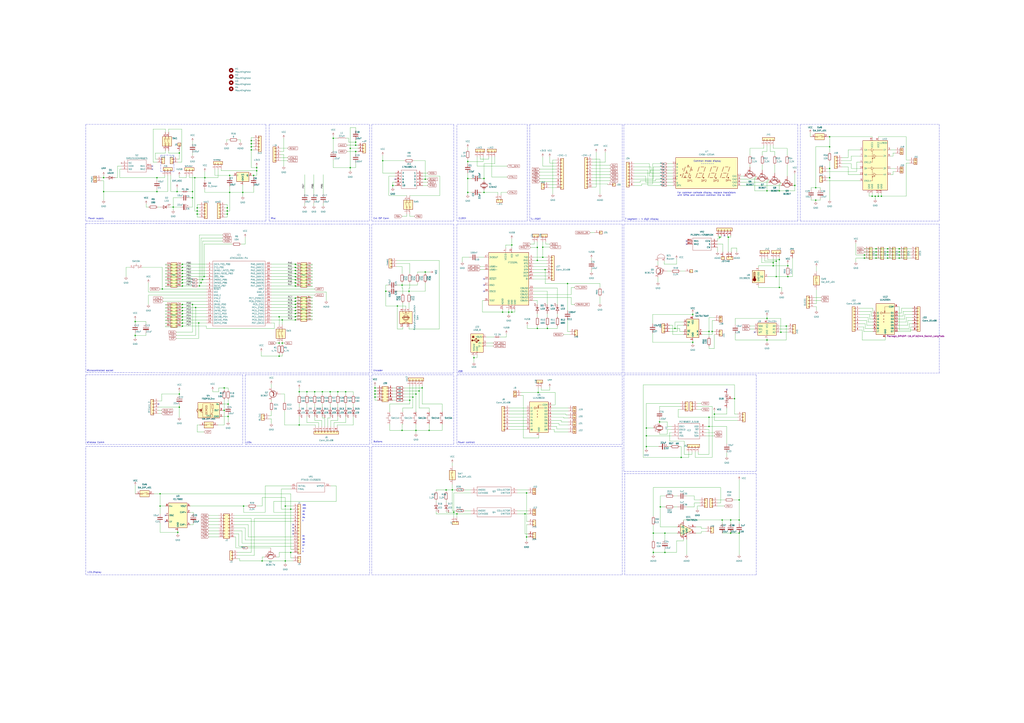
<source format=kicad_sch>
(kicad_sch (version 20211123) (generator eeschema)
  (paper "A1")
  (title_block (title "TechLab AVR Development Board") (date "2022-11-13"))
  (lib_symbols
    (symbol "Amplifier_Audio:TDA7052A" (pin_names (offset 0.127))
      (property "Reference" "U" (at 5.08 7.62 0))
      (property "Value" "TDA7052A" (at 5.08 5.08 0))
      (symbol "TDA7052A_1_1"
        (pin power_in line (at -2.54 7.62 270) (length 3.81) (name "VP") (number "1"))
        (pin input line (at -7.62 2.54 0) (length 2.54) (name "+") (number "2"))
        (pin power_in line (at -2.54 -7.62 90) (length 3.81) (name "GND") (number "3"))
        (pin input line (at -7.62 -2.54 0) (length 2.54) (name "V") (number "4"))
        (pin output line (at 7.62 2.54 180) (length 5.08) (name "~") (number "5"))
        (pin power_in line (at 0 -7.62 90) (length 5.08) (name "GND") (number "6"))
        (pin no_connect line (at 0 2.54 270) (length 2.54) hide (name "NC") (number "7"))
        (pin output line (at 7.62 -2.54 180) (length 5.08) (name "~") (number "8"))
      )
    )
    (symbol "Connector:Screw_Terminal_01x02" (pin_names (offset 1.016) hide)
      (property "Reference" "J" (at 0 2.54 0))
      (property "Value" "Screw_Terminal_01x02" (at 0 -5.08 0))
      (symbol "Screw_Terminal_01x02_1_1"
        (pin passive line (at -5.08 0 0) (length 3.81) (name "Pin_1") (number "1"))
        (pin passive line (at -5.08 -2.54 0) (length 3.81) (name "Pin_2") (number "2"))
      )
    )
    (symbol "Connector:USB_B" (pin_names (offset 1.016))
      (property "Reference" "J" (at -5.08 11.43 0))
      (property "Value" "USB_B" (at -5.08 8.89 0))
      (symbol "USB_B_1_1"
        (pin power_out line (at 7.62 5.08 180) (length 2.54) (name "VBUS") (number "1"))
        (pin bidirectional line (at 7.62 -2.54 180) (length 2.54) (name "D-") (number "2"))
        (pin bidirectional line (at 7.62 0 180) (length 2.54) (name "D+") (number "3"))
        (pin power_out line (at 0 -10.16 90) (length 2.54) (name "GND") (number "4"))
        (pin passive line (at -2.54 -10.16 90) (length 2.54) (name "Shield") (number "5"))
      )
    )
    (symbol "Connector_Generic:Conn_01x01" (pin_names (offset 1.016) hide)
      (property "Reference" "J" (at 0 2.54 0))
      (property "Value" "Conn_01x01" (at 0 -2.54 0))
      (symbol "Conn_01x01_1_1"
        (pin passive line (at -5.08 0 0) (length 3.81) (name "Pin_1") (number "1"))
      )
    )
    (symbol "Connector_Generic:Conn_01x02" (pin_names (offset 1.016) hide)
      (property "Reference" "J" (at 0 2.54 0))
      (property "Value" "Conn_01x02" (at 0 -5.08 0))
      (symbol "Conn_01x02_1_1"
        (pin passive line (at -5.08 0 0) (length 3.81) (name "Pin_1") (number "1"))
        (pin passive line (at -5.08 -2.54 0) (length 3.81) (name "Pin_2") (number "2"))
      )
    )
    (symbol "Connector_Generic:Conn_01x03" (pin_names (offset 1.016) hide)
      (property "Reference" "J" (at 0 5.08 0))
      (property "Value" "Conn_01x03" (at 0 -5.08 0))
      (symbol "Conn_01x03_1_1"
        (pin passive line (at -5.08 2.54 0) (length 3.81) (name "Pin_1") (number "1"))
        (pin passive line (at -5.08 0 0) (length 3.81) (name "Pin_2") (number "2"))
        (pin passive line (at -5.08 -2.54 0) (length 3.81) (name "Pin_3") (number "3"))
      )
    )
    (symbol "Connector_Generic:Conn_01x04" (pin_names (offset 1.016) hide)
      (property "Reference" "J" (at 0 5.08 0))
      (property "Value" "Conn_01x04" (at 0 -7.62 0))
      (symbol "Conn_01x04_1_1"
        (pin passive line (at -5.08 2.54 0) (length 3.81) (name "Pin_1") (number "1"))
        (pin passive line (at -5.08 0 0) (length 3.81) (name "Pin_2") (number "2"))
        (pin passive line (at -5.08 -2.54 0) (length 3.81) (name "Pin_3") (number "3"))
        (pin passive line (at -5.08 -5.08 0) (length 3.81) (name "Pin_4") (number "4"))
      )
    )
    (symbol "Connector_Generic:Conn_01x05" (pin_names (offset 1.016) hide)
      (property "Reference" "J" (at 0 7.62 0))
      (property "Value" "Conn_01x05" (at 0 -7.62 0))
      (symbol "Conn_01x05_1_1"
        (pin passive line (at -5.08 5.08 0) (length 3.81) (name "Pin_1") (number "1"))
        (pin passive line (at -5.08 2.54 0) (length 3.81) (name "Pin_2") (number "2"))
        (pin passive line (at -5.08 0 0) (length 3.81) (name "Pin_3") (number "3"))
        (pin passive line (at -5.08 -2.54 0) (length 3.81) (name "Pin_4") (number "4"))
        (pin passive line (at -5.08 -5.08 0) (length 3.81) (name "Pin_5") (number "5"))
      )
    )
    (symbol "Connector_Generic:Conn_01x08" (pin_names (offset 1.016) hide)
      (property "Reference" "J" (at 0 10.16 0))
      (property "Value" "Conn_01x08" (at 0 -12.7 0))
      (symbol "Conn_01x08_1_1"
        (pin passive line (at -5.08 7.62 0) (length 3.81) (name "Pin_1") (number "1"))
        (pin passive line (at -5.08 5.08 0) (length 3.81) (name "Pin_2") (number "2"))
        (pin passive line (at -5.08 2.54 0) (length 3.81) (name "Pin_3") (number "3"))
        (pin passive line (at -5.08 0 0) (length 3.81) (name "Pin_4") (number "4"))
        (pin passive line (at -5.08 -2.54 0) (length 3.81) (name "Pin_5") (number "5"))
        (pin passive line (at -5.08 -5.08 0) (length 3.81) (name "Pin_6") (number "6"))
        (pin passive line (at -5.08 -7.62 0) (length 3.81) (name "Pin_7") (number "7"))
        (pin passive line (at -5.08 -10.16 0) (length 3.81) (name "Pin_8") (number "8"))
      )
    )
    (symbol "Connector_Generic:Conn_01x10" (pin_names (offset 1.016) hide)
      (property "Reference" "J" (at 0 12.7 0))
      (property "Value" "Conn_01x10" (at 0 -15.24 0))
      (symbol "Conn_01x10_1_1"
        (pin passive line (at -5.08 10.16 0) (length 3.81) (name "Pin_1") (number "1"))
        (pin passive line (at -5.08 -12.7 0) (length 3.81) (name "Pin_10") (number "10"))
        (pin passive line (at -5.08 7.62 0) (length 3.81) (name "Pin_2") (number "2"))
        (pin passive line (at -5.08 5.08 0) (length 3.81) (name "Pin_3") (number "3"))
        (pin passive line (at -5.08 2.54 0) (length 3.81) (name "Pin_4") (number "4"))
        (pin passive line (at -5.08 0 0) (length 3.81) (name "Pin_5") (number "5"))
        (pin passive line (at -5.08 -2.54 0) (length 3.81) (name "Pin_6") (number "6"))
        (pin passive line (at -5.08 -5.08 0) (length 3.81) (name "Pin_7") (number "7"))
        (pin passive line (at -5.08 -7.62 0) (length 3.81) (name "Pin_8") (number "8"))
        (pin passive line (at -5.08 -10.16 0) (length 3.81) (name "Pin_9") (number "9"))
      )
    )
    (symbol "Connector_Generic:Conn_01x16" (pin_names (offset 1.016) hide)
      (property "Reference" "J" (at 0 20.32 0))
      (property "Value" "Conn_01x16" (at 0 -22.86 0))
      (symbol "Conn_01x16_1_1"
        (pin passive line (at -5.08 17.78 0) (length 3.81) (name "Pin_1") (number "1"))
        (pin passive line (at -5.08 -5.08 0) (length 3.81) (name "Pin_10") (number "10"))
        (pin passive line (at -5.08 -7.62 0) (length 3.81) (name "Pin_11") (number "11"))
        (pin passive line (at -5.08 -10.16 0) (length 3.81) (name "Pin_12") (number "12"))
        (pin passive line (at -5.08 -12.7 0) (length 3.81) (name "Pin_13") (number "13"))
        (pin passive line (at -5.08 -15.24 0) (length 3.81) (name "Pin_14") (number "14"))
        (pin passive line (at -5.08 -17.78 0) (length 3.81) (name "Pin_15") (number "15"))
        (pin passive line (at -5.08 -20.32 0) (length 3.81) (name "Pin_16") (number "16"))
        (pin passive line (at -5.08 15.24 0) (length 3.81) (name "Pin_2") (number "2"))
        (pin passive line (at -5.08 12.7 0) (length 3.81) (name "Pin_3") (number "3"))
        (pin passive line (at -5.08 10.16 0) (length 3.81) (name "Pin_4") (number "4"))
        (pin passive line (at -5.08 7.62 0) (length 3.81) (name "Pin_5") (number "5"))
        (pin passive line (at -5.08 5.08 0) (length 3.81) (name "Pin_6") (number "6"))
        (pin passive line (at -5.08 2.54 0) (length 3.81) (name "Pin_7") (number "7"))
        (pin passive line (at -5.08 0 0) (length 3.81) (name "Pin_8") (number "8"))
        (pin passive line (at -5.08 -2.54 0) (length 3.81) (name "Pin_9") (number "9"))
      )
    )
    (symbol "Connector_Generic:Conn_02x05_Odd_Even" (pin_names (offset 1.016) hide)
      (property "Reference" "J" (at 1.27 7.62 0))
      (property "Value" "Conn_02x05_Odd_Even" (at 1.27 -7.62 0))
      (symbol "Conn_02x05_Odd_Even_1_1"
        (pin passive line (at -5.08 5.08 0) (length 3.81) (name "Pin_1") (number "1"))
        (pin passive line (at 7.62 -5.08 180) (length 3.81) (name "Pin_10") (number "10"))
        (pin passive line (at 7.62 5.08 180) (length 3.81) (name "Pin_2") (number "2"))
        (pin passive line (at -5.08 2.54 0) (length 3.81) (name "Pin_3") (number "3"))
        (pin passive line (at 7.62 2.54 180) (length 3.81) (name "Pin_4") (number "4"))
        (pin passive line (at -5.08 0 0) (length 3.81) (name "Pin_5") (number "5"))
        (pin passive line (at 7.62 0 180) (length 3.81) (name "Pin_6") (number "6"))
        (pin passive line (at -5.08 -2.54 0) (length 3.81) (name "Pin_7") (number "7"))
        (pin passive line (at 7.62 -2.54 180) (length 3.81) (name "Pin_8") (number "8"))
        (pin passive line (at -5.08 -5.08 0) (length 3.81) (name "Pin_9") (number "9"))
      )
    )
    (symbol "Connector_Generic:Conn_02x08_Odd_Even" (pin_names (offset 1.016) hide)
      (property "Reference" "J" (at 1.27 10.16 0))
      (property "Value" "Conn_02x08_Odd_Even" (at 1.27 -12.7 0))
      (symbol "Conn_02x08_Odd_Even_1_1"
        (pin passive line (at -5.08 7.62 0) (length 3.81) (name "Pin_1") (number "1"))
        (pin passive line (at 7.62 -2.54 180) (length 3.81) (name "Pin_10") (number "10"))
        (pin passive line (at -5.08 -5.08 0) (length 3.81) (name "Pin_11") (number "11"))
        (pin passive line (at 7.62 -5.08 180) (length 3.81) (name "Pin_12") (number "12"))
        (pin passive line (at -5.08 -7.62 0) (length 3.81) (name "Pin_13") (number "13"))
        (pin passive line (at 7.62 -7.62 180) (length 3.81) (name "Pin_14") (number "14"))
        (pin passive line (at -5.08 -10.16 0) (length 3.81) (name "Pin_15") (number "15"))
        (pin passive line (at 7.62 -10.16 180) (length 3.81) (name "Pin_16") (number "16"))
        (pin passive line (at 7.62 7.62 180) (length 3.81) (name "Pin_2") (number "2"))
        (pin passive line (at -5.08 5.08 0) (length 3.81) (name "Pin_3") (number "3"))
        (pin passive line (at 7.62 5.08 180) (length 3.81) (name "Pin_4") (number "4"))
        (pin passive line (at -5.08 2.54 0) (length 3.81) (name "Pin_5") (number "5"))
        (pin passive line (at 7.62 2.54 180) (length 3.81) (name "Pin_6") (number "6"))
        (pin passive line (at -5.08 0 0) (length 3.81) (name "Pin_7") (number "7"))
        (pin passive line (at 7.62 0 180) (length 3.81) (name "Pin_8") (number "8"))
        (pin passive line (at -5.08 -2.54 0) (length 3.81) (name "Pin_9") (number "9"))
      )
    )
    (symbol "Connector_Generic:Conn_02x08_Row_Letter_Last" (pin_names (offset 1.016) hide)
      (property "Reference" "J" (at 1.27 10.16 0))
      (property "Value" "Conn_02x08_Row_Letter_Last" (at 1.27 -12.7 0))
      (symbol "Conn_02x08_Row_Letter_Last_1_1"
        (pin passive line (at -5.08 7.62 0) (length 3.81) (name "Pin_1a") (number "1a"))
        (pin passive line (at 7.62 7.62 180) (length 3.81) (name "Pin_1b") (number "1b"))
        (pin passive line (at -5.08 5.08 0) (length 3.81) (name "Pin_2a") (number "2a"))
        (pin passive line (at 7.62 5.08 180) (length 3.81) (name "Pin_2b") (number "2b"))
        (pin passive line (at -5.08 2.54 0) (length 3.81) (name "Pin_3a") (number "3a"))
        (pin passive line (at 7.62 2.54 180) (length 3.81) (name "Pin_3b") (number "3b"))
        (pin passive line (at -5.08 0 0) (length 3.81) (name "Pin_4a") (number "4a"))
        (pin passive line (at 7.62 0 180) (length 3.81) (name "Pin_4b") (number "4b"))
        (pin passive line (at -5.08 -2.54 0) (length 3.81) (name "Pin_5a") (number "5a"))
        (pin passive line (at 7.62 -2.54 180) (length 3.81) (name "Pin_5b") (number "5b"))
        (pin passive line (at -5.08 -5.08 0) (length 3.81) (name "Pin_6a") (number "6a"))
        (pin passive line (at 7.62 -5.08 180) (length 3.81) (name "Pin_6b") (number "6b"))
        (pin passive line (at -5.08 -7.62 0) (length 3.81) (name "Pin_7a") (number "7a"))
        (pin passive line (at 7.62 -7.62 180) (length 3.81) (name "Pin_7b") (number "7b"))
        (pin passive line (at -5.08 -10.16 0) (length 3.81) (name "Pin_8a") (number "8a"))
        (pin passive line (at 7.62 -10.16 180) (length 3.81) (name "Pin_8b") (number "8b"))
      )
    )
    (symbol "Device:Buzzer" (pin_names (offset 0.0254) hide)
      (property "Reference" "BZ" (at 3.81 1.27 0))
      (property "Value" "Buzzer" (at 3.81 -1.27 0))
      (symbol "Buzzer_1_1"
        (pin passive line (at -2.54 2.54 0) (length 2.54) (name "-") (number "1"))
        (pin passive line (at -2.54 -2.54 0) (length 2.54) (name "+") (number "2"))
      )
    )
    (symbol "Device:C" (pin_numbers hide) (pin_names (offset 0.254))
      (property "Reference" "C" (at 0.635 2.54 0))
      (property "Value" "C" (at 0.635 -2.54 0))
      (symbol "C_1_1"
        (pin passive line (at 0 3.81 270) (length 2.794) (name "~") (number "1"))
        (pin passive line (at 0 -3.81 90) (length 2.794) (name "~") (number "2"))
      )
    )
    (symbol "Device:C_Polarized" (pin_numbers hide) (pin_names (offset 0.254))
      (property "Reference" "C" (at 0.635 2.54 0))
      (property "Value" "C_Polarized" (at 0.635 -2.54 0))
      (symbol "C_Polarized_1_1"
        (pin passive line (at 0 3.81 270) (length 2.794) (name "~") (number "1"))
        (pin passive line (at 0 -3.81 90) (length 2.794) (name "~") (number "2"))
      )
    )
    (symbol "Device:Crystal" (pin_numbers hide) (pin_names (offset 1.016) hide)
      (property "Reference" "Y" (at 0 3.81 0))
      (property "Value" "Crystal" (at 0 -3.81 0))
      (symbol "Crystal_1_1"
        (pin passive line (at -3.81 0 0) (length 1.27) (name "1") (number "1"))
        (pin passive line (at 3.81 0 180) (length 1.27) (name "2") (number "2"))
      )
    )
    (symbol "Device:Crystal_GND3" (pin_names (offset 1.016) hide)
      (property "Reference" "Y" (at 0 5.715 0))
      (property "Value" "Crystal_GND3" (at 0 3.81 0))
      (symbol "Crystal_GND3_1_1"
        (pin passive line (at -3.81 0 0) (length 1.27) (name "1") (number "1"))
        (pin passive line (at 3.81 0 180) (length 1.27) (name "2") (number "2"))
        (pin passive line (at 0 -5.08 90) (length 1.27) (name "3") (number "3"))
      )
    )
    (symbol "Device:D_Zener" (pin_numbers hide) (pin_names (offset 1.016) hide)
      (property "Reference" "D" (at 0 2.54 0))
      (property "Value" "D_Zener" (at 0 -2.54 0))
      (symbol "D_Zener_1_1"
        (pin passive line (at -3.81 0 0) (length 2.54) (name "K") (number "1"))
        (pin passive line (at 3.81 0 180) (length 2.54) (name "A") (number "2"))
      )
    )
    (symbol "Device:Fuse_Small" (pin_numbers hide) (pin_names (offset 0.254) hide)
      (property "Reference" "F" (at 0 -1.524 0))
      (property "Value" "Fuse_Small" (at 0 1.524 0))
      (symbol "Fuse_Small_1_1"
        (pin passive line (at -2.54 0 0) (length 1.27) (name "~") (number "1"))
        (pin passive line (at 2.54 0 180) (length 1.27) (name "~") (number "2"))
      )
    )
    (symbol "Device:L" (pin_numbers hide) (pin_names (offset 1.016) hide)
      (property "Reference" "L" (at -1.27 0 90))
      (property "Value" "L" (at 1.905 0 90))
      (symbol "L_1_1"
        (pin passive line (at 0 3.81 270) (length 1.27) (name "1") (number "1"))
        (pin passive line (at 0 -3.81 90) (length 1.27) (name "2") (number "2"))
      )
    )
    (symbol "Device:LED" (pin_numbers hide) (pin_names (offset 1.016) hide)
      (property "Reference" "D" (at 0 2.54 0))
      (property "Value" "LED" (at 0 -2.54 0))
      (symbol "LED_1_1"
        (pin passive line (at -3.81 0 0) (length 2.54) (name "K") (number "1"))
        (pin passive line (at 3.81 0 180) (length 2.54) (name "A") (number "2"))
      )
    )
    (symbol "Device:R" (pin_numbers hide) (pin_names (offset 0))
      (property "Reference" "R" (at 2.032 0 90))
      (property "Value" "R" (at 0 0 90))
      (symbol "R_1_1"
        (pin passive line (at 0 3.81 270) (length 1.27) (name "~") (number "1"))
        (pin passive line (at 0 -3.81 90) (length 1.27) (name "~") (number "2"))
      )
    )
    (symbol "Device:R_Small" (pin_numbers hide) (pin_names (offset 0.254) hide)
      (property "Reference" "R" (at 0.762 0.508 0))
      (property "Value" "R_Small" (at 0.762 -1.016 0))
      (symbol "R_Small_1_1"
        (pin passive line (at 0 2.54 270) (length 0.762) (name "~") (number "1"))
        (pin passive line (at 0 -2.54 90) (length 0.762) (name "~") (number "2"))
      )
    )
    (symbol "Device:RotaryEncoder_Switch" (pin_names (offset 0.254) hide)
      (property "Reference" "SW" (at 0 6.604 0))
      (property "Value" "RotaryEncoder_Switch" (at 0 -6.604 0))
      (symbol "RotaryEncoder_Switch_1_1"
        (pin passive line (at -7.62 2.54 0) (length 2.54) (name "A") (number "A"))
        (pin passive line (at -7.62 -2.54 0) (length 2.54) (name "B") (number "B"))
        (pin passive line (at -7.62 0 0) (length 2.54) (name "C") (number "C"))
        (pin passive line (at 7.62 2.54 180) (length 2.54) (name "S1") (number "S1"))
        (pin passive line (at 7.62 -2.54 180) (length 2.54) (name "S2") (number "S2"))
      )
    )
    (symbol "Diode:BAT54C" (pin_names (offset 1.016))
      (property "Reference" "D" (at 0.635 -3.81 0))
      (property "Value" "BAT54C" (at -6.35 3.175 0))
      (symbol "BAT54C_1_1"
        (pin passive line (at -7.62 0 0) (length 3.81) (name "~") (number "1"))
        (pin passive line (at 7.62 0 180) (length 3.81) (name "~") (number "2"))
        (pin passive line (at 0 -5.08 90) (length 5.08) (name "~") (number "3"))
      )
    )
    (symbol "Diode:US1M" (pin_numbers hide) (pin_names (offset 1.016) hide)
      (property "Reference" "D" (at 0 2.54 0))
      (property "Value" "US1M" (at 0 -2.54 0))
      (symbol "US1M_1_1"
        (pin passive line (at -3.81 0 0) (length 2.54) (name "K") (number "1"))
        (pin passive line (at 3.81 0 180) (length 2.54) (name "A") (number "2"))
      )
    )
    (symbol "Display_Character:CA56-12EWA"
      (property "Reference" "U" (at -24.13 13.97 0))
      (property "Value" "CA56-12EWA" (at 19.05 13.97 0))
      (symbol "CA56-12EWA_0_0"
        (text "a" (at -15.24 6.35 0) (effects (font (size 1.524 1.524))))
        (text "b" (at -12.192 2.794 0) (effects (font (size 1.524 1.524))))
        (text "c" (at -13.208 -1.778 0) (effects (font (size 1.524 1.524))))
        (text "d" (at -17.78 -2.794 0) (effects (font (size 1.524 1.524))))
        (text "DP1" (at -13.716 -6.35 0) (effects (font (size 1.524 1.524))))
        (text "DP2" (at -2.286 -6.35 0) (effects (font (size 1.524 1.524))))
        (text "DP3" (at 7.62 -6.35 0) (effects (font (size 1.524 1.524))))
        (text "DP4" (at 17.78 -6.096 0) (effects (font (size 1.524 1.524))))
        (text "e" (at -21.336 -1.524 0) (effects (font (size 1.524 1.524))))
        (text "f" (at -19.558 3.048 0) (effects (font (size 1.524 1.524))))
        (text "g" (at -16.51 1.524 0) (effects (font (size 1.524 1.524))))
      )
      (symbol "CA56-12EWA_1_1"
        (pin input line (at -27.94 -2.54 0) (length 2.54) (name "e") (number "1"))
        (pin input line (at -27.94 -5.08 0) (length 2.54) (name "f") (number "10"))
        (pin input line (at -27.94 7.62 0) (length 2.54) (name "a") (number "11"))
        (pin input line (at 27.94 -2.54 180) (length 2.54) (name "CA1") (number "12"))
        (pin input line (at -27.94 0 0) (length 2.54) (name "d") (number "2"))
        (pin input line (at -27.94 -10.16 0) (length 2.54) (name "DPX") (number "3"))
        (pin input line (at -27.94 2.54 0) (length 2.54) (name "c") (number "4"))
        (pin input line (at -27.94 -7.62 0) (length 2.54) (name "g") (number "5"))
        (pin input line (at 27.94 -10.16 180) (length 2.54) (name "CA4") (number "6"))
        (pin input line (at -27.94 5.08 0) (length 2.54) (name "b") (number "7"))
        (pin input line (at 27.94 -7.62 180) (length 2.54) (name "CA3") (number "8"))
        (pin input line (at 27.94 -5.08 180) (length 2.54) (name "CA2") (number "9"))
      )
    )
    (symbol "Driver_Motor:L293D" (pin_names (offset 1.016))
      (property "Reference" "U" (at -5.08 26.035 0))
      (property "Value" "L293D" (at -5.08 24.13 0))
      (symbol "L293D_1_1"
        (pin input line (at -12.7 5.08 0) (length 2.54) (name "EN1,2") (number "1"))
        (pin input line (at -12.7 0 0) (length 2.54) (name "3A") (number "10"))
        (pin output line (at 12.7 0 180) (length 2.54) (name "3Y") (number "11"))
        (pin power_in line (at 2.54 -20.32 90) (length 2.54) (name "GND") (number "12"))
        (pin power_in line (at 5.08 -20.32 90) (length 2.54) (name "GND") (number "13"))
        (pin output line (at 12.7 -5.08 180) (length 2.54) (name "4Y") (number "14"))
        (pin input line (at -12.7 -5.08 0) (length 2.54) (name "4A") (number "15"))
        (pin power_in line (at -2.54 25.4 270) (length 2.54) (name "VCC1") (number "16"))
        (pin input line (at -12.7 15.24 0) (length 2.54) (name "1A") (number "2"))
        (pin output line (at 12.7 15.24 180) (length 2.54) (name "1Y") (number "3"))
        (pin power_in line (at -5.08 -20.32 90) (length 2.54) (name "GND") (number "4"))
        (pin power_in line (at -2.54 -20.32 90) (length 2.54) (name "GND") (number "5"))
        (pin output line (at 12.7 10.16 180) (length 2.54) (name "2Y") (number "6"))
        (pin input line (at -12.7 10.16 0) (length 2.54) (name "2A") (number "7"))
        (pin power_in line (at 2.54 25.4 270) (length 2.54) (name "VCC2") (number "8"))
        (pin input line (at -12.7 -10.16 0) (length 2.54) (name "EN3,4") (number "9"))
      )
    )
    (symbol "Interface_Optical:TSOP312xx"
      (property "Reference" "U" (at -10.16 7.62 0))
      (property "Value" "TSOP312xx" (at -10.16 -7.62 0))
      (symbol "TSOP312xx_0_0"
        (text "DEMOD" (at -3.175 0.254 900) (effects (font (size 1.524 1.524))))
      )
      (symbol "TSOP312xx_1_1"
        (pin power_in line (at 10.16 -5.08 180) (length 2.54) (name "GND") (number "1"))
        (pin power_in line (at 10.16 5.08 180) (length 2.54) (name "Vs") (number "2"))
        (pin output line (at 10.16 0 180) (length 2.54) (name "OUT") (number "3"))
      )
    )
    (symbol "Interface_UART:SN75176AP"
      (property "Reference" "U" (at -4.318 8.89 0))
      (property "Value" "SN75176AP" (at 1.016 8.89 0))
      (symbol "SN75176AP_1_1"
        (pin output line (at -7.62 -5.08 0) (length 2.54) (name "R") (number "1"))
        (pin input line (at -7.62 -2.54 0) (length 2.54) (name "~{RE}") (number "2"))
        (pin input line (at -7.62 5.08 0) (length 2.54) (name "DE") (number "3"))
        (pin input line (at -7.62 2.54 0) (length 2.54) (name "D") (number "4"))
        (pin power_in line (at 0 -10.16 90) (length 2.54) (name "GND") (number "5"))
        (pin bidirectional line (at 7.62 -5.08 180) (length 2.54) (name "A") (number "6"))
        (pin bidirectional line (at 7.62 -2.54 180) (length 2.54) (name "B") (number "7"))
        (pin power_in line (at 0 10.16 270) (length 2.54) (name "VCC") (number "8"))
      )
    )
    (symbol "Interface_USB:FT232RL"
      (property "Reference" "U" (at -16.51 22.86 0))
      (property "Value" "FT232RL" (at 10.16 22.86 0))
      (symbol "FT232RL_1_1"
        (pin output line (at 20.32 17.78 180) (length 3.81) (name "TXD") (number "1"))
        (pin input input_low (at 20.32 2.54 180) (length 3.81) (name "DCD") (number "10"))
        (pin input input_low (at 20.32 10.16 180) (length 3.81) (name "CTS") (number "11"))
        (pin bidirectional line (at 20.32 -17.78 180) (length 3.81) (name "CBUS4") (number "12"))
        (pin bidirectional line (at 20.32 -12.7 180) (length 3.81) (name "CBUS2") (number "13"))
        (pin bidirectional line (at 20.32 -15.24 180) (length 3.81) (name "CBUS3") (number "14"))
        (pin bidirectional line (at -20.32 10.16 0) (length 3.81) (name "USBD+") (number "15"))
        (pin bidirectional line (at -20.32 7.62 0) (length 3.81) (name "USBD-") (number "16"))
        (pin power_out line (at -20.32 17.78 0) (length 3.81) (name "3V3OUT") (number "17"))
        (pin power_in line (at 2.54 -25.4 90) (length 3.81) (name "GND") (number "18"))
        (pin input line (at -20.32 0 0) (length 3.81) (name "~{RESET}") (number "19"))
        (pin output output_low (at 20.32 7.62 180) (length 3.81) (name "DTR") (number "2"))
        (pin power_in line (at 2.54 25.4 270) (length 3.81) (name "VCC") (number "20"))
        (pin power_in line (at 5.08 -25.4 90) (length 3.81) (name "GND") (number "21"))
        (pin bidirectional line (at 20.32 -10.16 180) (length 3.81) (name "CBUS1") (number "22"))
        (pin bidirectional line (at 20.32 -7.62 180) (length 3.81) (name "CBUS0") (number "23"))
        (pin power_in line (at -5.08 -25.4 90) (length 3.81) (name "AGND") (number "25"))
        (pin input line (at -20.32 -17.78 0) (length 3.81) (name "TEST") (number "26"))
        (pin input line (at -20.32 -5.08 0) (length 3.81) (name "OSCI") (number "27"))
        (pin output line (at -20.32 -10.16 0) (length 3.81) (name "OSCO") (number "28"))
        (pin output output_low (at 20.32 12.7 180) (length 3.81) (name "RTS") (number "3"))
        (pin power_in line (at -2.54 25.4 270) (length 3.81) (name "VCCIO") (number "4"))
        (pin input line (at 20.32 15.24 180) (length 3.81) (name "RXD") (number "5"))
        (pin input input_low (at 20.32 0 180) (length 3.81) (name "RI") (number "6"))
        (pin power_in line (at 0 -25.4 90) (length 3.81) (name "GND") (number "7"))
        (pin input input_low (at 20.32 5.08 180) (length 3.81) (name "DCR") (number "9"))
      )
    )
    (symbol "Mechanical:MountingHole" (pin_names (offset 1.016))
      (property "Reference" "H" (at 0 5.08 0))
      (property "Value" "MountingHole" (at 0 3.175 0))
    )
    (symbol "Memory_EEPROM:24LC04"
      (property "Reference" "U" (at -6.35 6.35 0))
      (property "Value" "24LC04" (at 1.27 6.35 0))
      (symbol "24LC04_1_1"
        (pin input line (at -10.16 2.54 0) (length 2.54) (name "A0") (number "1"))
        (pin input line (at -10.16 0 0) (length 2.54) (name "A1") (number "2"))
        (pin input line (at -10.16 -2.54 0) (length 2.54) (name "A2") (number "3"))
        (pin power_in line (at 0 -7.62 90) (length 2.54) (name "GND") (number "4"))
        (pin bidirectional line (at 10.16 2.54 180) (length 2.54) (name "SDA") (number "5"))
        (pin input line (at 10.16 0 180) (length 2.54) (name "SCL") (number "6"))
        (pin input line (at 10.16 -2.54 180) (length 2.54) (name "WP") (number "7"))
        (pin power_in line (at 0 7.62 270) (length 2.54) (name "VCC") (number "8"))
      )
    )
    (symbol "ProjectLib_1:5MS1S102AM6QES" (pin_names (offset 0.762))
      (property "Reference" "S" (at 21.59 7.62 0))
      (property "Value" "5MS1S102AM6QES" (at 21.59 5.08 0))
      (symbol "5MS1S102AM6QES_0_0"
        (pin no_connect line (at 25.4 -5.08 180) (length 5.08) (name "NC") (number "1"))
        (pin passive line (at 25.4 -2.54 180) (length 5.08) (name "COM") (number "2"))
        (pin passive line (at 25.4 0 180) (length 5.08) (name "NO") (number "3"))
        (pin passive line (at 0 -2.54 0) (length 5.08) (name "MH1") (number "MH1"))
        (pin passive line (at 0 0 0) (length 5.08) (name "MH2") (number "MH2"))
      )
    )
    (symbol "ProjectLib_1:ATMEGA32A-PU" (pin_names (offset 0.762))
      (property "Reference" "IC" (at 49.53 7.62 0))
      (property "Value" "ATMEGA32A-PU" (at 49.53 5.08 0))
      (symbol "ATMEGA32A-PU_0_0"
        (pin passive line (at 0 0 0) (length 5.08) (name "(XCK/T0)_PB0") (number "1"))
        (pin passive line (at 0 -22.86 0) (length 5.08) (name "VCC") (number "10"))
        (pin passive line (at 0 -25.4 0) (length 5.08) (name "GND_1") (number "11"))
        (pin passive line (at 0 -27.94 0) (length 5.08) (name "XTAL2") (number "12"))
        (pin passive line (at 0 -30.48 0) (length 5.08) (name "XTAL1") (number "13"))
        (pin passive line (at 0 -33.02 0) (length 5.08) (name "(RXD)_PD0") (number "14"))
        (pin passive line (at 0 -35.56 0) (length 5.08) (name "(TXD)_PD1") (number "15"))
        (pin passive line (at 0 -38.1 0) (length 5.08) (name "(INT0)_PD2") (number "16"))
        (pin passive line (at 0 -40.64 0) (length 5.08) (name "(INT1)_PD3") (number "17"))
        (pin passive line (at 0 -43.18 0) (length 5.08) (name "(OC1B)_PD4") (number "18"))
        (pin passive line (at 0 -45.72 0) (length 5.08) (name "(OC1A)_PD5") (number "19"))
        (pin passive line (at 0 -2.54 0) (length 5.08) (name "(T1)_PB1") (number "2"))
        (pin passive line (at 0 -48.26 0) (length 5.08) (name "(ICP1)_PD6") (number "20"))
        (pin passive line (at 53.34 -48.26 180) (length 5.08) (name "PD7_(OC2)") (number "21"))
        (pin passive line (at 53.34 -45.72 180) (length 5.08) (name "PC0_(SCL)") (number "22"))
        (pin passive line (at 53.34 -43.18 180) (length 5.08) (name "PC1_(SDA)") (number "23"))
        (pin passive line (at 53.34 -40.64 180) (length 5.08) (name "PC2_(TCK)") (number "24"))
        (pin passive line (at 53.34 -38.1 180) (length 5.08) (name "PC3_(TMS)") (number "25"))
        (pin passive line (at 53.34 -35.56 180) (length 5.08) (name "PC4_(TDO)") (number "26"))
        (pin passive line (at 53.34 -33.02 180) (length 5.08) (name "PC5_(TDI)") (number "27"))
        (pin passive line (at 53.34 -30.48 180) (length 5.08) (name "PC6_(TOSC1)") (number "28"))
        (pin passive line (at 53.34 -27.94 180) (length 5.08) (name "PC7_(TOSC2)") (number "29"))
        (pin passive line (at 0 -5.08 0) (length 5.08) (name "(AIN0/_INT2)_PB2") (number "3"))
        (pin passive line (at 53.34 -25.4 180) (length 5.08) (name "AVCC") (number "30"))
        (pin passive line (at 53.34 -22.86 180) (length 5.08) (name "GND_2") (number "31"))
        (pin passive line (at 53.34 -20.32 180) (length 5.08) (name "AREF") (number "32"))
        (pin passive line (at 53.34 -17.78 180) (length 5.08) (name "PA7_(ADC7)") (number "33"))
        (pin passive line (at 53.34 -15.24 180) (length 5.08) (name "PA6_(ADC6)") (number "34"))
        (pin passive line (at 53.34 -12.7 180) (length 5.08) (name "PA5_(ADC5)") (number "35"))
        (pin passive line (at 53.34 -10.16 180) (length 5.08) (name "PA4_(ADC4)") (number "36"))
        (pin passive line (at 53.34 -7.62 180) (length 5.08) (name "PA3_(ADC3)") (number "37"))
        (pin passive line (at 53.34 -5.08 180) (length 5.08) (name "PA2_(ADC2)") (number "38"))
        (pin passive line (at 53.34 -2.54 180) (length 5.08) (name "PA1_(ADC1)") (number "39"))
        (pin passive line (at 0 -7.62 0) (length 5.08) (name "(AIN1/OC0)_PB3") (number "4"))
        (pin passive line (at 53.34 0 180) (length 5.08) (name "PA0_(ADC0)") (number "40"))
        (pin passive line (at 0 -10.16 0) (length 5.08) (name "(~{SS})_PB4") (number "5"))
        (pin passive line (at 0 -12.7 0) (length 5.08) (name "(MOSI)_PB5") (number "6"))
        (pin passive line (at 0 -15.24 0) (length 5.08) (name "(MISO)_PB6") (number "7"))
        (pin passive line (at 0 -17.78 0) (length 5.08) (name "(SCK)_PB7") (number "8"))
        (pin passive line (at 0 -20.32 0) (length 5.08) (name "~{RESET}") (number "9"))
      )
    )
    (symbol "ProjectLib_1:LTV-355T" (pin_names (offset 0.762))
      (property "Reference" "Q" (at 34.29 7.62 0))
      (property "Value" "LTV-355T" (at 34.29 5.08 0))
      (symbol "LTV-355T_0_0"
        (pin passive line (at 0 0 0) (length 5.08) (name "ANODE") (number "1"))
        (pin passive line (at 0 -2.54 0) (length 5.08) (name "CATHODE") (number "2"))
        (pin passive line (at 38.1 -2.54 180) (length 5.08) (name "EMITTER") (number "3"))
        (pin passive line (at 38.1 0 180) (length 5.08) (name "COLLECTOR") (number "4"))
      )
    )
    (symbol "ProjectLib_1:PCF8583T_5,518" (pin_names (offset 0.762))
      (property "Reference" "IC" (at 24.13 7.62 0))
      (property "Value" "PCF8583T_5,518" (at 24.13 5.08 0))
      (symbol "PCF8583T_5,518_0_0"
        (pin passive line (at 0 0 0) (length 5.08) (name "OSCI") (number "1"))
        (pin passive line (at 0 -2.54 0) (length 5.08) (name "OSCO") (number "2"))
        (pin passive line (at 0 -5.08 0) (length 5.08) (name "A0") (number "3"))
        (pin passive line (at 0 -7.62 0) (length 5.08) (name "VSS") (number "4"))
        (pin passive line (at 27.94 -7.62 180) (length 5.08) (name "SDA") (number "5"))
        (pin passive line (at 27.94 -5.08 180) (length 5.08) (name "SCL") (number "6"))
        (pin passive line (at 27.94 -2.54 180) (length 5.08) (name "~{INT}") (number "7"))
        (pin passive line (at 27.94 0 180) (length 5.08) (name "VDD") (number "8"))
      )
    )
    (symbol "Regulator_Linear:IFX27001TFV33"
      (property "Reference" "U" (at 0 6.35 0))
      (property "Value" "IFX27001TFV33" (at 0 3.81 0))
      (symbol "IFX27001TFV33_1_1"
        (pin power_in line (at 0 -7.62 90) (length 2.54) (name "GND") (number "1"))
        (pin power_out line (at 7.62 0 180) (length 2.54) (name "Q") (number "2"))
        (pin power_in line (at -7.62 0 0) (length 2.54) (name "I") (number "3"))
      )
    )
    (symbol "Regulator_SwitchedCapacitor:ICL7660"
      (property "Reference" "U" (at -6.35 11.43 0))
      (property "Value" "ICL7660" (at 3.81 11.43 0))
      (symbol "ICL7660_1_1"
        (pin no_connect line (at -7.62 5.08 0) (length 2.54) hide (name "NC") (number "1"))
        (pin input line (at 10.16 2.54 180) (length 2.54) (name "CAP+") (number "2"))
        (pin power_in line (at 0 -12.7 90) (length 2.54) (name "GND") (number "3"))
        (pin input line (at 10.16 -7.62 180) (length 2.54) (name "CAP-") (number "4"))
        (pin power_out line (at 10.16 7.62 180) (length 2.54) (name "VOUT") (number "5"))
        (pin input line (at -10.16 -5.08 0) (length 2.54) (name "LV") (number "6"))
        (pin input line (at -10.16 0 0) (length 2.54) (name "OSC") (number "7"))
        (pin power_in line (at -10.16 7.62 0) (length 2.54) (name "V+") (number "8"))
      )
    )
    (symbol "Sensor_Temperature:DS18B20" (pin_names (offset 1.016))
      (property "Reference" "U" (at -3.81 6.35 0))
      (property "Value" "DS18B20" (at 6.35 6.35 0))
      (symbol "DS18B20_1_1"
        (pin power_in line (at 0 -7.62 90) (length 2.54) (name "GND") (number "1"))
        (pin bidirectional line (at 7.62 0 180) (length 2.54) (name "DQ") (number "2"))
        (pin power_in line (at 0 7.62 270) (length 2.54) (name "VDD") (number "3"))
      )
    )
    (symbol "Switch:SW_DIP_x01" (pin_names (offset 0) hide)
      (property "Reference" "SW" (at 0 3.81 0))
      (property "Value" "SW_DIP_x01" (at 0 -3.81 0))
      (symbol "SW_DIP_x01_1_1"
        (pin passive line (at -7.62 0 0) (length 5.08) (name "~") (number "1"))
        (pin passive line (at 7.62 0 180) (length 5.08) (name "~") (number "2"))
      )
    )
    (symbol "Switch:SW_DIP_x02" (pin_names (offset 0) hide)
      (property "Reference" "SW" (at 0 6.35 0))
      (property "Value" "SW_DIP_x02" (at 0 -3.81 0))
      (symbol "SW_DIP_x02_1_1"
        (pin passive line (at -7.62 2.54 0) (length 5.08) (name "~") (number "1"))
        (pin passive line (at -7.62 0 0) (length 5.08) (name "~") (number "2"))
        (pin passive line (at 7.62 0 180) (length 5.08) (name "~") (number "3"))
        (pin passive line (at 7.62 2.54 180) (length 5.08) (name "~") (number "4"))
      )
    )
    (symbol "Switch:SW_Push_Dual_x2" (pin_names (offset 1.016) hide)
      (property "Reference" "SW" (at 1.27 2.54 0))
      (property "Value" "SW_Push_Dual_x2" (at 0 -1.524 0))
      (symbol "SW_Push_Dual_x2_1_1"
        (pin passive line (at -5.08 0 0) (length 2.54) (name "C") (number "1"))
        (pin passive line (at 5.08 0 180) (length 2.54) (name "D") (number "2"))
      )
      (symbol "SW_Push_Dual_x2_2_1"
        (pin passive line (at -5.08 0 0) (length 2.54) (name "C") (number "3"))
        (pin passive line (at 5.08 0 180) (length 2.54) (name "D") (number "4"))
      )
    )
    (symbol "TechLab:1761682-3" (pin_names (offset 0.762))
      (property "Reference" "J" (at 19.05 7.62 0))
      (property "Value" "1761682-3" (at 19.05 5.08 0))
      (symbol "1761682-3_0_0"
        (pin passive line (at 0 0 0) (length 5.08) (name "1") (number "1"))
        (pin passive line (at 22.86 -10.16 180) (length 5.08) (name "10") (number "10"))
        (pin passive line (at 22.86 0 180) (length 5.08) (name "2") (number "2"))
        (pin passive line (at 0 -2.54 0) (length 5.08) (name "3") (number "3"))
        (pin passive line (at 22.86 -2.54 180) (length 5.08) (name "4") (number "4"))
        (pin passive line (at 0 -5.08 0) (length 5.08) (name "5") (number "5"))
        (pin passive line (at 22.86 -5.08 180) (length 5.08) (name "6") (number "6"))
        (pin passive line (at 0 -7.62 0) (length 5.08) (name "7") (number "7"))
        (pin passive line (at 22.86 -7.62 180) (length 5.08) (name "8") (number "8"))
        (pin passive line (at 0 -10.16 0) (length 5.08) (name "9") (number "9"))
      )
    )
    (symbol "TechLab:AGND" (power) (pin_names (offset 0))
      (property "Value" "AGND" (at 0 -3.81 0))
      (symbol "AGND_1_1"
        (pin power_in line (at 0 0 270) (length 0) hide (name "AGND") (number "1"))
      )
    )
    (symbol "TechLab:EXT_VCC" (power) (pin_names (offset 0))
      (property "Value" "EXT_VCC" (at 0 3.81 0))
      (symbol "EXT_VCC_1_1"
        (pin power_in line (at 0 0 90) (length 0) hide (name "EXT_VCC") (number "1"))
      )
    )
    (symbol "TechLab:P120PK-Y25BR10K" (pin_names (offset 0.762))
      (property "Reference" "VR" (at 21.59 7.62 0))
      (property "Value" "P120PK-Y25BR10K" (at 21.59 5.08 0))
      (symbol "P120PK-Y25BR10K_0_0"
        (pin passive line (at 0 0 0) (length 5.08) (name "CCW") (number "1"))
        (pin passive line (at 0 -2.54 0) (length 5.08) (name "S") (number "2"))
        (pin passive line (at 0 -5.08 0) (length 5.08) (name "CW") (number "3"))
        (pin passive line (at 25.4 0 180) (length 5.08) (name "MH1") (number "MH1"))
        (pin passive line (at 25.4 -2.54 180) (length 5.08) (name "MH2") (number "MH2"))
      )
    )
    (symbol "TechLab:PTN10-E10SB20" (pin_names (offset 0.762))
      (property "Reference" "VR" (at 29.21 7.62 0))
      (property "Value" "PTN10-E10SB20" (at 29.21 5.08 0))
      (symbol "PTN10-E10SB20_0_0"
        (pin passive line (at 0 0 0) (length 5.08) (name "INITIAL") (number "A1"))
        (pin passive line (at 0 -2.54 0) (length 5.08) (name "FINAL") (number "E1"))
        (pin passive line (at 33.02 0 180) (length 5.08) (name "WIPER") (number "S1"))
      )
    )
    (symbol "TechLab:VUSB" (power) (pin_names (offset 0))
      (property "Value" "VUSB" (at 0 3.81 0))
      (symbol "VUSB_1_1"
        (pin power_in line (at 0 0 90) (length 0) hide (name "VUSB") (number "1"))
      )
    )
    (symbol "Transistor_Array:ULN2004"
      (property "Reference" "U" (at 0 15.875 0))
      (property "Value" "ULN2004" (at 0 13.97 0))
      (symbol "ULN2004_1_1"
        (pin input line (at -10.16 5.08 0) (length 2.54) (name "I1") (number "1"))
        (pin open_collector line (at 10.16 -10.16 180) (length 2.54) (name "O7") (number "10"))
        (pin open_collector line (at 10.16 -7.62 180) (length 2.54) (name "O6") (number "11"))
        (pin open_collector line (at 10.16 -5.08 180) (length 2.54) (name "O5") (number "12"))
        (pin open_collector line (at 10.16 -2.54 180) (length 2.54) (name "O4") (number "13"))
        (pin open_collector line (at 10.16 0 180) (length 2.54) (name "O3") (number "14"))
        (pin open_collector line (at 10.16 2.54 180) (length 2.54) (name "O2") (number "15"))
        (pin open_collector line (at 10.16 5.08 180) (length 2.54) (name "O1") (number "16"))
        (pin input line (at -10.16 2.54 0) (length 2.54) (name "I2") (number "2"))
        (pin input line (at -10.16 0 0) (length 2.54) (name "I3") (number "3"))
        (pin input line (at -10.16 -2.54 0) (length 2.54) (name "I4") (number "4"))
        (pin input line (at -10.16 -5.08 0) (length 2.54) (name "I5") (number "5"))
        (pin input line (at -10.16 -7.62 0) (length 2.54) (name "I6") (number "6"))
        (pin input line (at -10.16 -10.16 0) (length 2.54) (name "I7") (number "7"))
        (pin power_in line (at 0 -15.24 90) (length 2.54) (name "GND") (number "8"))
        (pin passive line (at 10.16 10.16 180) (length 2.54) (name "COM") (number "9"))
      )
    )
    (symbol "Transistor_Array:ULN2803A"
      (property "Reference" "U" (at 0 13.335 0))
      (property "Value" "ULN2803A" (at 0 11.43 0))
      (symbol "ULN2803A_1_1"
        (pin input line (at -10.16 5.08 0) (length 2.54) (name "I1") (number "1"))
        (pin passive line (at 10.16 7.62 180) (length 2.54) (name "COM") (number "10"))
        (pin open_collector line (at 10.16 -12.7 180) (length 2.54) (name "O8") (number "11"))
        (pin open_collector line (at 10.16 -10.16 180) (length 2.54) (name "O7") (number "12"))
        (pin open_collector line (at 10.16 -7.62 180) (length 2.54) (name "O6") (number "13"))
        (pin open_collector line (at 10.16 -5.08 180) (length 2.54) (name "O5") (number "14"))
        (pin open_collector line (at 10.16 -2.54 180) (length 2.54) (name "O4") (number "15"))
        (pin open_collector line (at 10.16 0 180) (length 2.54) (name "O3") (number "16"))
        (pin open_collector line (at 10.16 2.54 180) (length 2.54) (name "O2") (number "17"))
        (pin open_collector line (at 10.16 5.08 180) (length 2.54) (name "O1") (number "18"))
        (pin input line (at -10.16 2.54 0) (length 2.54) (name "I2") (number "2"))
        (pin input line (at -10.16 0 0) (length 2.54) (name "I3") (number "3"))
        (pin input line (at -10.16 -2.54 0) (length 2.54) (name "I4") (number "4"))
        (pin input line (at -10.16 -5.08 0) (length 2.54) (name "I5") (number "5"))
        (pin input line (at -10.16 -7.62 0) (length 2.54) (name "I6") (number "6"))
        (pin input line (at -10.16 -10.16 0) (length 2.54) (name "I7") (number "7"))
        (pin input line (at -10.16 -12.7 0) (length 2.54) (name "I8") (number "8"))
        (pin power_in line (at 0 -17.78 90) (length 2.54) (name "GND") (number "9"))
      )
    )
    (symbol "Transistor_BJT:BC807" (pin_names (offset 0) hide)
      (property "Reference" "Q" (at 5.08 1.905 0))
      (property "Value" "BC807" (at 5.08 0 0))
      (symbol "BC807_1_1"
        (pin input line (at -5.08 0 0) (length 5.715) (name "B") (number "1"))
        (pin passive line (at 2.54 -5.08 90) (length 2.54) (name "E") (number "2"))
        (pin passive line (at 2.54 5.08 270) (length 2.54) (name "C") (number "3"))
      )
    )
    (symbol "Transistor_BJT:BC817W" (pin_names (offset 0) hide)
      (property "Reference" "Q" (at 5.08 1.905 0))
      (property "Value" "BC817W" (at 5.08 0 0))
      (symbol "BC817W_1_1"
        (pin input line (at -5.08 0 0) (length 5.715) (name "B") (number "1"))
        (pin passive line (at 2.54 -5.08 90) (length 2.54) (name "E") (number "2"))
        (pin passive line (at 2.54 5.08 270) (length 2.54) (name "C") (number "3"))
      )
    )
    (symbol "power:+3V3" (power) (pin_names (offset 0))
      (property "Value" "+3V3" (at 0 3.556 0))
      (symbol "+3V3_1_1"
        (pin power_in line (at 0 0 90) (length 0) hide (name "+3V3") (number "1"))
      )
    )
    (symbol "power:GND" (power) (pin_names (offset 0))
      (property "Value" "GND" (at 0 -3.81 0))
      (symbol "GND_1_1"
        (pin power_in line (at 0 0 270) (length 0) hide (name "GND") (number "1"))
      )
    )
    (symbol "power:VCC" (power) (pin_names (offset 0))
      (property "Value" "VCC" (at 0 3.81 0))
      (symbol "VCC_1_1"
        (pin power_in line (at 0 0 90) (length 0) hide (name "VCC") (number "1"))
      )
    )
    (symbol "power:VPP" (power) (pin_names (offset 0))
      (property "Value" "VPP" (at 0 3.81 0))
      (symbol "VPP_1_1"
        (pin power_in line (at 0 0 90) (length 0) hide (name "VPP") (number "1"))
      )
    )
  )
  (junction (at 206.375 123.19))
  (junction (at 330.2 353.695))
  (junction (at 292.1 116.84))
  (junction (at 242.57 219.71))
  (junction (at 229.235 281.94))
  (junction (at 536.575 454.025))
  (junction (at 242.57 257.81))
  (junction (at 149.86 229.87))
  (junction (at 147.32 125.73))
  (junction (at 210.82 140.335))
  (junction (at 149.86 267.97))
  (junction (at 242.57 252.73))
  (junction (at 149.86 227.33))
  (junction (at 652.78 152.4))
  (junction (at 352.425 353.695))
  (junction (at 128.905 157.48))
  (junction (at 600.075 438.15))
  (junction (at 603.25 327.66))
  (junction (at 234.315 461.01))
  (junction (at 330.2 234.315))
  (junction (at 188.595 144.145))
  (junction (at 431.165 422.275))
  (junction (at 307.975 326.39))
  (junction (at 629.92 261.62))
  (junction (at 149.86 234.95))
  (junction (at 149.86 232.41))
  (junction (at 738.505 212.09))
  (junction (at 242.57 245.11))
  (junction (at 160.02 146.05))
  (junction (at 242.57 227.33))
  (junction (at 716.28 161.29))
  (junction (at 559.435 375.92))
  (junction (at 586.74 340.36))
  (junction (at 307.975 321.31))
  (junction (at 719.455 209.55))
  (junction (at 229.235 260.35))
  (junction (at 133.35 237.49))
  (junction (at 600.075 427.355))
  (junction (at 375.285 422.275))
  (junction (at 607.06 410.845))
  (junction (at 264.795 321.945))
  (junction (at 161.925 173.355))
  (junction (at 640.08 213.36))
  (junction (at 536.575 438.15))
  (junction (at 546.1 438.15))
  (junction (at 199.39 158.115))
  (junction (at 149.86 252.73))
  (junction (at 635 218.44))
  (junction (at 546.1 454.025))
  (junction (at 206.375 120.65))
  (junction (at 188.595 158.115))
  (junction (at 681.355 120.65))
  (junction (at 681.355 138.43))
  (junction (at 307.975 318.77))
  (junction (at 242.57 234.95))
  (junction (at 166.37 229.87))
  (junction (at 723.9 161.29))
  (junction (at 147.32 323.85))
  (junction (at 441.325 213.995))
  (junction (at 582.295 350.52))
  (junction (at 336.55 328.93))
  (junction (at 110.998 275.717))
  (junction (at 637.54 227.33))
  (junction (at 372.745 421.005))
  (junction (at 412.75 256.54))
  (junction (at 215.265 461.01))
  (junction (at 149.86 219.71))
  (junction (at 432.435 441.325))
  (junction (at 165.1 232.41))
  (junction (at 598.17 194.945))
  (junction (at 149.86 257.81))
  (junction (at 582.295 342.9))
  (junction (at 314.325 132.08))
  (junction (at 245.745 349.25))
  (junction (at 142.24 170.18))
  (junction (at 384.175 158.115))
  (junction (at 738.505 204.47))
  (junction (at 149.86 224.79))
  (junction (at 681.355 112.395))
  (junction (at 287.655 137.795))
  (junction (at 131.445 415.925))
  (junction (at 206.375 118.11))
  (junction (at 163.195 265.43))
  (junction (at 441.96 322.58))
  (junction (at 149.86 265.43))
  (junction (at 349.25 223.52))
  (junction (at 441.325 269.875))
  (junction (at 200.025 415.925))
  (junction (at 242.57 262.89))
  (junction (at 629.92 279.4))
  (junction (at 242.57 222.25))
  (junction (at 389.255 294.005))
  (junction (at 242.57 260.35))
  (junction (at 366.395 402.59))
  (junction (at 637.54 214.63))
  (junction (at 384.175 146.685))
  (junction (at 607.06 438.15))
  (junction (at 326.39 251.46))
  (junction (at 287.655 121.92))
  (junction (at 466.09 233.045))
  (junction (at 718.82 161.29))
  (junction (at 349.25 147.32))
  (junction (at 242.57 224.79))
  (junction (at 210.82 137.795))
  (junction (at 242.57 217.17))
  (junction (at 149.86 260.35))
  (junction (at 371.475 402.59))
  (junction (at 738.505 207.01))
  (junction (at 335.915 239.395))
  (junction (at 110.998 264.287))
  (junction (at 341.63 323.85))
  (junction (at 445.77 203.2))
  (junction (at 339.09 326.39))
  (junction (at 271.145 321.945))
  (junction (at 397.51 158.115))
  (junction (at 147.32 334.645))
  (junction (at 709.93 209.55))
  (junction (at 445.77 211.455))
  (junction (at 206.375 115.57))
  (junction (at 184.15 318.77))
  (junction (at 242.57 250.19))
  (junction (at 640.08 236.22))
  (junction (at 728.98 209.55))
  (junction (at 242.57 229.87))
  (junction (at 582.295 272.415))
  (junction (at 420.37 256.54))
  (junction (at 252.095 321.945))
  (junction (at 541.655 346.71))
  (junction (at 307.975 323.85))
  (junction (at 530.86 367.03))
  (junction (at 187.325 332.105))
  (junction (at 186.69 170.815))
  (junction (at 149.86 250.19))
  (junction (at 728.98 212.09))
  (junction (at 85.09 146.05))
  (junction (at 645.795 267.97))
  (junction (at 149.86 255.27))
  (junction (at 719.455 212.09))
  (junction (at 554.355 269.875))
  (junction (at 158.115 250.19))
  (junction (at 161.925 170.815))
  (junction (at 568.96 258.445))
  (junction (at 322.58 152.4))
  (junction (at 346.71 318.77))
  (junction (at 728.98 207.01))
  (junction (at 417.83 256.54))
  (junction (at 277.495 321.945))
  (junction (at 584.835 272.415))
  (junction (at 669.925 154.305))
  (junction (at 184.15 337.185))
  (junction (at 593.09 427.355))
  (junction (at 292.1 119.38))
  (junction (at 397.51 146.685))
  (junction (at 420.37 201.295))
  (junction (at 568.96 281.305))
  (junction (at 242.57 247.65))
  (junction (at 441.325 203.327))
  (junction (at 146.05 437.515))
  (junction (at 591.185 194.945))
  (junction (at 161.925 175.895))
  (junction (at 709.93 212.09))
  (junction (at 542.29 416.56))
  (junction (at 231.775 262.89))
  (junction (at 85.09 157.48))
  (junction (at 283.845 321.945))
  (junction (at 242.57 232.41))
  (junction (at 145.415 157.48))
  (junction (at 316.865 239.395))
  (junction (at 629.92 156.845))
  (junction (at 160.655 252.73))
  (junction (at 449.58 269.875))
  (junction (at 341.63 353.695))
  (junction (at 168.275 146.05))
  (junction (at 681.355 146.05))
  (junction (at 384.175 132.715))
  (junction (at 128.905 146.05))
  (junction (at 647.065 218.44))
  (junction (at 158.115 157.48))
  (junction (at 187.325 342.265))
  (junction (at 721.36 161.29))
  (junction (at 234.315 415.925))
  (junction (at 728.98 204.47))
  (junction (at 208.28 144.145))
  (junction (at 641.35 273.05))
  (junction (at 238.76 418.465))
  (junction (at 344.17 321.31))
  (junction (at 719.455 204.47))
  (junction (at 738.505 209.55))
  (junction (at 432.435 405.13))
  (junction (at 258.445 321.945))
  (junction (at 231.775 281.94))
  (junction (at 186.69 175.895))
  (junction (at 186.69 173.355))
  (junction (at 149.86 222.25))
  (junction (at 149.86 217.17))
  (junction (at 229.235 292.735))
  (junction (at 292.1 124.46))
  (junction (at 447.675 221.615))
  (junction (at 131.445 405.765))
  (junction (at 647.065 227.33))
  (junction (at 242.57 255.27))
  (junction (at 640.08 156.845))
  (junction (at 158.115 162.56))
  (junction (at 238.76 454.025))
  (junction (at 530.86 351.79))
  (junction (at 245.745 321.945))
  (junction (at 635 215.9))
  (junction (at 530.86 358.14))
  (junction (at 163.83 234.95))
  (junction (at 669.925 164.465))
  (junction (at 149.86 262.89))
  (junction (at 607.06 427.355))
  (junction (at 273.685 113.665))
  (junction (at 719.455 207.01))
  (junction (at 167.64 227.33))
  (no_connect (at 619.76 273.05))
  (no_connect (at 563.88 200.66))
  (no_connect (at 563.88 198.12))
  (no_connect (at 397.51 234.315))
  (no_connect (at 397.51 239.395))
  (no_connect (at 397.51 229.235))
  (no_connect (at 130.175 332.105))
  (no_connect (at 135.89 428.625))
  (no_connect (at 135.89 423.545))
  (no_connect (at 125.095 139.065))
  (no_connect (at 125.095 136.525))
  (no_connect (at 240.665 431.165))
  (no_connect (at 240.665 438.785))
  (no_connect (at 240.665 433.705))
  (no_connect (at 240.665 436.245))
  (no_connect (at 596.9 320.04))
  (no_connect (at 324.485 147.32))
  (no_connect (at 594.995 193.675))
  (wire (pts (xy 198.755 446.405) (xy 240.665 446.405)))
  (wire (pts (xy 307.975 323.85) (xy 309.88 323.85)))
  (wire (pts (xy 615.95 121.92) (xy 627.38 121.92)))
  (wire (pts (xy 238.76 405.765) (xy 238.76 418.465)))
  (wire (pts (xy 582.295 342.9) (xy 605.79 342.9)))
  (wire (pts (xy 193.675 450.215) (xy 198.755 450.215)))
  (polyline (pts (xy 375.285 102.87) (xy 375.285 181.61)))
  (wire (pts (xy 691.515 134.62) (xy 699.135 134.62)))
  (wire (pts (xy 162.56 234.95) (xy 163.83 234.95)))
  (wire (pts (xy 149.225 133.35) (xy 146.05 133.35)))
  (wire (pts (xy 636.27 124.46) (xy 636.27 127.635)))
  (wire (pts (xy 696.595 143.51) (xy 706.12 143.51)))
  (wire (pts (xy 330.835 248.92) (xy 330.835 253.365)))
  (wire (pts (xy 462.915 343.535) (xy 466.725 343.535)))
  (wire (pts (xy 445.77 211.455) (xy 448.945 211.455)))
  (wire (pts (xy 579.755 436.88) (xy 575.945 436.88)))
  (polyline (pts (xy 621.03 407.035) (xy 621.03 472.44)))
  (wire (pts (xy 486.41 151.13) (xy 499.11 151.13)))
  (wire (pts (xy 290.195 324.485) (xy 290.195 321.945)))
  (wire (pts (xy 333.375 251.46) (xy 326.39 251.46)))
  (wire (pts (xy 171.45 426.085) (xy 179.705 426.085)))
  (wire (pts (xy 558.8 331.47) (xy 530.86 331.47)))
  (wire (pts (xy 641.35 261.62) (xy 629.92 261.62)))
  (wire (pts (xy 136.525 217.17) (xy 135.89 217.17)))
  (wire (pts (xy 169.545 219.71) (xy 149.86 219.71)))
  (wire (pts (xy 438.15 221.615) (xy 447.675 221.615)))
  (wire (pts (xy 347.345 149.86) (xy 351.155 149.86)))
  (wire (pts (xy 579.755 434.34) (xy 575.945 434.34)))
  (wire (pts (xy 187.325 320.675) (xy 187.325 318.77)))
  (wire (pts (xy 245.745 332.105) (xy 245.745 334.645)))
  (wire (pts (xy 256.54 262.89) (xy 256.54 262.255)))
  (wire (pts (xy 252.095 321.945) (xy 245.745 321.945)))
  (wire (pts (xy 292.1 133.985) (xy 292.1 137.795)))
  (wire (pts (xy 530.86 358.14) (xy 530.86 367.03)))
  (wire (pts (xy 645.795 267.97) (xy 647.065 267.97)))
  (wire (pts (xy 542.925 149.86) (xy 530.225 149.86)))
  (wire (pts (xy 222.885 257.81) (xy 242.57 257.81)))
  (wire (pts (xy 165.1 195.58) (xy 165.1 232.41)))
  (wire (pts (xy 418.465 337.82) (xy 432.435 337.82)))
  (wire (pts (xy 149.225 106.045) (xy 138.43 106.045)))
  (wire (pts (xy 666.115 155.575) (xy 666.115 154.305)))
  (wire (pts (xy 256.54 229.87) (xy 256.54 230.505)))
  (wire (pts (xy 489.585 125.095) (xy 489.585 153.67)))
  (wire (pts (xy 393.065 211.455) (xy 397.51 211.455)))
  (wire (pts (xy 561.34 427.99) (xy 561.34 427.355)))
  (polyline (pts (xy 375.285 181.61) (xy 433.07 181.61)))
  (wire (pts (xy 637.54 214.63) (xy 637.54 227.33)))
  (wire (pts (xy 332.105 318.77) (xy 346.71 318.77)))
  (polyline (pts (xy 70.485 472.44) (xy 70.485 367.03)))
  (wire (pts (xy 384.175 132.715) (xy 384.175 134.62)))
  (wire (pts (xy 721.36 112.395) (xy 744.22 112.395)))
  (wire (pts (xy 252.095 347.345) (xy 252.095 342.265)))
  (wire (pts (xy 155.575 162.56) (xy 158.115 162.56)))
  (wire (pts (xy 371.475 380.365) (xy 371.475 382.905)))
  (wire (pts (xy 144.78 275.59) (xy 160.655 275.59)))
  (wire (pts (xy 711.835 263.525) (xy 711.835 267.335)))
  (wire (pts (xy 412.75 256.54) (xy 417.83 256.54)))
  (wire (pts (xy 374.015 402.59) (xy 371.475 402.59)))
  (wire (pts (xy 525.78 148.59) (xy 525.78 149.86)))
  (wire (pts (xy 242.57 252.73) (xy 242.57 252.095)))
  (wire (pts (xy 589.28 196.215) (xy 589.28 198.12)))
  (wire (pts (xy 349.25 232.41) (xy 349.25 239.395)))
  (wire (pts (xy 673.735 163.195) (xy 673.735 164.465)))
  (wire (pts (xy 459.105 347.98) (xy 459.105 349.25)))
  (polyline (pts (xy 303.53 307.975) (xy 201.295 307.975)))
  (wire (pts (xy 438.15 247.015) (xy 441.325 247.015)))
  (wire (pts (xy 533.4 144.78) (xy 533.4 134.62)))
  (wire (pts (xy 552.45 267.335) (xy 552.45 274.955)))
  (wire (pts (xy 438.15 226.695) (xy 448.945 226.695)))
  (wire (pts (xy 358.14 422.275) (xy 375.285 422.275)))
  (wire (pts (xy 601.98 327.66) (xy 603.25 327.66)))
  (wire (pts (xy 158.75 431.165) (xy 158.75 429.895)))
  (wire (pts (xy 222.885 315.595) (xy 222.885 318.77)))
  (wire (pts (xy 628.015 214.63) (xy 637.54 214.63)))
  (wire (pts (xy 336.55 316.865) (xy 336.55 328.93)))
  (wire (pts (xy 548.005 137.16) (xy 552.45 137.16)))
  (wire (pts (xy 167.64 200.66) (xy 190.5 200.66)))
  (wire (pts (xy 110.998 262.382) (xy 110.998 264.287)))
  (wire (pts (xy 187.325 328.295) (xy 187.325 332.105)))
  (wire (pts (xy 230.505 132.08) (xy 236.22 132.08)))
  (polyline (pts (xy 70.358 183.642) (xy 70.358 306.197)))
  (wire (pts (xy 551.815 355.6) (xy 549.91 355.6)))
  (wire (pts (xy 582.295 373.38) (xy 573.405 373.38)))
  (wire (pts (xy 135.89 250.825) (xy 149.86 250.825)))
  (wire (pts (xy 680.72 112.395) (xy 681.355 112.395)))
  (wire (pts (xy 591.185 194.945) (xy 592.455 194.945)))
  (wire (pts (xy 584.835 334.01) (xy 572.77 334.01)))
  (wire (pts (xy 135.89 265.43) (xy 135.89 266.065)))
  (wire (pts (xy 737.235 257.175) (xy 740.41 257.175)))
  (wire (pts (xy 603.885 279.4) (xy 603.885 274.32)))
  (wire (pts (xy 570.23 413.385) (xy 574.675 413.385)))
  (polyline (pts (xy 375.285 307.975) (xy 375.285 365.125)))
  (wire (pts (xy 274.32 350.52) (xy 274.32 347.345)))
  (wire (pts (xy 136.525 267.97) (xy 135.89 267.97)))
  (wire (pts (xy 384.175 146.685) (xy 384.175 158.115)))
  (wire (pts (xy 255.905 247.65) (xy 256.54 247.65)))
  (polyline (pts (xy 303.53 306.705) (xy 70.358 306.197)))
  (wire (pts (xy 284.48 113.665) (xy 286.385 113.665)))
  (wire (pts (xy 256.54 217.805) (xy 242.57 217.805)))
  (wire (pts (xy 196.215 448.945) (xy 196.215 438.785)))
  (wire (pts (xy 267.97 240.03) (xy 267.97 247.015)))
  (wire (pts (xy 238.76 418.465) (xy 240.665 418.465)))
  (wire (pts (xy 572.77 331.47) (xy 575.945 331.47)))
  (wire (pts (xy 330.835 335.28) (xy 339.09 335.28)))
  (wire (pts (xy 242.57 262.89) (xy 242.57 262.255)))
  (wire (pts (xy 193.675 441.325) (xy 193.675 450.215)))
  (wire (pts (xy 171.45 438.785) (xy 179.705 438.785)))
  (wire (pts (xy 256.54 233.045) (xy 242.57 233.045)))
  (wire (pts (xy 179.07 139.065) (xy 179.07 146.05)))
  (wire (pts (xy 593.09 438.15) (xy 600.075 438.15)))
  (wire (pts (xy 255.905 262.89) (xy 256.54 262.89)))
  (wire (pts (xy 466.09 262.89) (xy 466.09 272.415)))
  (wire (pts (xy 256.54 247.015) (xy 242.57 247.015)))
  (wire (pts (xy 548.005 139.7) (xy 552.45 139.7)))
  (wire (pts (xy 586.74 272.415) (xy 584.835 272.415)))
  (wire (pts (xy 265.43 143.51) (xy 265.43 159.385)))
  (wire (pts (xy 130.175 329.565) (xy 132.715 329.565)))
  (wire (pts (xy 99.695 139.065) (xy 98.425 139.065)))
  (wire (pts (xy 718.82 161.29) (xy 718.82 163.83)))
  (wire (pts (xy 605.79 345.44) (xy 586.74 345.44)))
  (wire (pts (xy 273.685 111.76) (xy 273.685 113.665)))
  (wire (pts (xy 103.505 219.71) (xy 103.505 227.33)))
  (wire (pts (xy 582.295 286.385) (xy 582.295 284.48)))
  (wire (pts (xy 572.77 415.925) (xy 572.77 418.465)))
  (wire (pts (xy 582.295 342.9) (xy 582.295 350.52)))
  (wire (pts (xy 384.175 158.115) (xy 384.175 160.02)))
  (wire (pts (xy 563.88 416.56) (xy 570.23 416.56)))
  (wire (pts (xy 391.795 136.525) (xy 416.56 136.525)))
  (wire (pts (xy 457.2 352.425) (xy 466.725 352.425)))
  (wire (pts (xy 203.835 450.215) (xy 222.25 450.215)))
  (wire (pts (xy 200.025 421.005) (xy 200.025 415.925)))
  (wire (pts (xy 344.17 321.31) (xy 344.17 335.28)))
  (wire (pts (xy 444.5 320.675) (xy 451.485 320.675)))
  (wire (pts (xy 593.725 207.01) (xy 593.725 200.66)))
  (wire (pts (xy 147.32 130.81) (xy 147.32 125.73)))
  (wire (pts (xy 149.225 262.89) (xy 149.86 262.89)))
  (wire (pts (xy 582.295 272.415) (xy 582.295 276.86)))
  (wire (pts (xy 418.465 335.28) (xy 432.435 335.28)))
  (wire (pts (xy 336.55 224.79) (xy 336.55 216.535)))
  (wire (pts (xy 161.925 173.355) (xy 163.83 173.355)))
  (wire (pts (xy 149.86 234.95) (xy 157.48 234.95)))
  (wire (pts (xy 257.81 167.005) (xy 257.81 168.91)))
  (wire (pts (xy 182.88 332.105) (xy 187.325 332.105)))
  (wire (pts (xy 307.975 321.31) (xy 307.975 318.77)))
  (wire (pts (xy 438.15 224.155) (xy 448.945 224.155)))
  (wire (pts (xy 441.325 269.875) (xy 433.07 269.875)))
  (wire (pts (xy 149.86 222.25) (xy 149.225 222.25)))
  (wire (pts (xy 466.09 233.045) (xy 466.09 255.27)))
  (wire (pts (xy 381.635 402.59) (xy 386.715 402.59)))
  (wire (pts (xy 631.19 147.32) (xy 631.19 148.59)))
  (wire (pts (xy 548.005 144.78) (xy 552.45 144.78)))
  (wire (pts (xy 558.8 222.885) (xy 562.61 222.885)))
  (wire (pts (xy 255.905 227.33) (xy 256.54 227.33)))
  (wire (pts (xy 681.355 146.05) (xy 681.355 138.43)))
  (wire (pts (xy 136.525 222.25) (xy 135.89 222.25)))
  (wire (pts (xy 396.24 247.015) (xy 396.24 256.54)))
  (wire (pts (xy 597.535 193.675) (xy 597.535 194.945)))
  (wire (pts (xy 631.19 148.59) (xy 629.92 148.59)))
  (wire (pts (xy 195.58 114.935) (xy 197.485 114.935)))
  (wire (pts (xy 391.795 128.905) (xy 391.795 136.525)))
  (wire (pts (xy 549.91 362.585) (xy 561.975 362.585)))
  (wire (pts (xy 427.99 325.12) (xy 429.895 325.12)))
  (wire (pts (xy 153.035 146.05) (xy 147.32 146.05)))
  (wire (pts (xy 546.1 438.15) (xy 546.1 443.865)))
  (wire (pts (xy 222.885 337.82) (xy 222.885 341.63)))
  (wire (pts (xy 597.535 194.945) (xy 598.17 194.945)))
  (wire (pts (xy 541.655 356.87) (xy 541.655 355.6)))
  (wire (pts (xy 225.425 269.875) (xy 169.545 269.875)))
  (wire (pts (xy 271.78 350.52) (xy 271.78 345.44)))
  (wire (pts (xy 556.26 433.07) (xy 542.29 433.07)))
  (wire (pts (xy 135.89 233.045) (xy 149.86 233.045)))
  (wire (pts (xy 206.375 123.19) (xy 208.28 123.19)))
  (wire (pts (xy 469.265 250.19) (xy 471.805 250.19)))
  (wire (pts (xy 533.4 134.62) (xy 520.7 134.62)))
  (wire (pts (xy 290.195 321.945) (xy 283.845 321.945)))
  (wire (pts (xy 163.195 265.43) (xy 149.86 265.43)))
  (wire (pts (xy 584.835 272.415) (xy 584.835 263.525)))
  (wire (pts (xy 135.89 217.17) (xy 135.89 217.805)))
  (wire (pts (xy 542.925 142.24) (xy 534.67 142.24)))
  (wire (pts (xy 342.9 224.79) (xy 342.9 223.52)))
  (wire (pts (xy 169.545 222.25) (xy 149.86 222.25)))
  (wire (pts (xy 255.905 257.81) (xy 256.54 257.81)))
  (wire (pts (xy 171.45 431.165) (xy 179.705 431.165)))
  (wire (pts (xy 586.74 340.36) (xy 586.74 337.82)))
  (wire (pts (xy 149.86 263.525) (xy 149.86 262.89)))
  (wire (pts (xy 615.95 127.635) (xy 615.95 121.92)))
  (polyline (pts (xy 70.485 307.975) (xy 70.485 365.125)))
  (wire (pts (xy 192.405 426.085) (xy 206.375 426.085)))
  (wire (pts (xy 360.68 213.995) (xy 325.755 213.995)))
  (polyline (pts (xy 771.525 181.61) (xy 771.525 102.235)))
  (wire (pts (xy 438.785 198.755) (xy 438.785 200.66)))
  (wire (pts (xy 149.86 258.445) (xy 149.86 257.81)))
  (wire (pts (xy 222.885 222.25) (xy 242.57 222.25)))
  (wire (pts (xy 187.325 333.375) (xy 187.325 332.105)))
  (wire (pts (xy 432.435 405.13) (xy 432.435 428.625)))
  (wire (pts (xy 696.595 137.16) (xy 696.595 143.51)))
  (wire (pts (xy 349.25 147.32) (xy 349.25 132.08)))
  (wire (pts (xy 449.58 239.395) (xy 449.58 250.19)))
  (wire (pts (xy 412.75 254.635) (xy 412.75 256.54)))
  (wire (pts (xy 199.39 158.115) (xy 208.28 158.115)))
  (wire (pts (xy 401.32 130.81) (xy 401.32 128.905)))
  (wire (pts (xy 149.86 266.065) (xy 149.86 265.43)))
  (polyline (pts (xy 372.745 306.705) (xy 305.435 306.705)))
  (wire (pts (xy 155.575 146.05) (xy 160.02 146.05)))
  (wire (pts (xy 457.835 269.875) (xy 449.58 269.875)))
  (wire (pts (xy 339.09 316.865) (xy 339.09 326.39)))
  (wire (pts (xy 738.505 207.01) (xy 748.03 207.01)))
  (wire (pts (xy 133.35 237.49) (xy 169.545 237.49)))
  (wire (pts (xy 396.875 128.905) (xy 396.875 132.715)))
  (wire (pts (xy 135.89 106.045) (xy 135.89 108.585)))
  (wire (pts (xy 486.41 130.81) (xy 492.76 130.81)))
  (wire (pts (xy 127.635 125.73) (xy 135.89 125.73)))
  (wire (pts (xy 563.88 443.23) (xy 563.88 455.93)))
  (wire (pts (xy 135.89 266.065) (xy 149.86 266.065)))
  (wire (pts (xy 536.575 424.18) (xy 536.575 400.685)))
  (wire (pts (xy 169.545 217.17) (xy 149.86 217.17)))
  (wire (pts (xy 149.225 252.73) (xy 149.86 252.73)))
  (polyline (pts (xy 512.445 307.975) (xy 512.445 387.35)))
  (wire (pts (xy 169.545 240.03) (xy 121.92 240.03)))
  (wire (pts (xy 256.54 227.965) (xy 242.57 227.965)))
  (wire (pts (xy 187.325 340.995) (xy 187.325 342.265)))
  (wire (pts (xy 245.745 321.945) (xy 245.745 324.485)))
  (wire (pts (xy 171.45 428.625) (xy 179.705 428.625)))
  (wire (pts (xy 650.875 212.09) (xy 650.875 227.33)))
  (wire (pts (xy 363.22 353.695) (xy 363.22 348.615)))
  (wire (pts (xy 131.445 405.765) (xy 131.445 415.925)))
  (wire (pts (xy 135.89 234.95) (xy 135.89 235.585)))
  (wire (pts (xy 640.08 156.845) (xy 629.92 156.845)))
  (wire (pts (xy 716.915 253.365) (xy 716.915 257.175)))
  (wire (pts (xy 431.165 422.275) (xy 433.705 422.275)))
  (wire (pts (xy 307.975 321.31) (xy 309.88 321.31)))
  (wire (pts (xy 256.54 235.585) (xy 242.57 235.585)))
  (wire (pts (xy 208.28 144.145) (xy 208.28 145.415)))
  (wire (pts (xy 742.95 262.255) (xy 742.95 258.445)))
  (wire (pts (xy 565.785 371.475) (xy 565.785 375.92)))
  (wire (pts (xy 266.7 350.52) (xy 266.7 343.535)))
  (wire (pts (xy 242.57 225.425) (xy 242.57 224.79)))
  (wire (pts (xy 711.835 267.335) (xy 716.915 267.335)))
  (wire (pts (xy 233.68 323.85) (xy 233.68 330.2)))
  (wire (pts (xy 158.115 157.48) (xy 158.115 162.56)))
  (wire (pts (xy 625.475 215.9) (xy 635 215.9)))
  (wire (pts (xy 441.325 267.97) (xy 441.325 269.875)))
  (wire (pts (xy 342.9 234.315) (xy 330.2 234.315)))
  (wire (pts (xy 307.975 318.77) (xy 309.88 318.77)))
  (wire (pts (xy 668.655 244.475) (xy 674.37 244.475)))
  (wire (pts (xy 231.775 281.94) (xy 231.775 283.21)))
  (wire (pts (xy 287.655 137.795) (xy 287.655 140.335)))
  (polyline (pts (xy 375.285 307.975) (xy 511.175 307.975)))
  (wire (pts (xy 464.82 340.36) (xy 464.82 340.995)))
  (wire (pts (xy 625.475 212.09) (xy 625.475 215.9)))
  (wire (pts (xy 536.575 137.16) (xy 536.575 147.32)))
  (wire (pts (xy 135.89 217.805) (xy 149.86 217.805)))
  (wire (pts (xy 135.89 255.905) (xy 149.86 255.905)))
  (wire (pts (xy 184.15 318.77) (xy 187.325 318.77)))
  (polyline (pts (xy 305.435 102.235) (xy 305.435 181.61)))
  (wire (pts (xy 273.685 137.795) (xy 273.685 131.445)))
  (wire (pts (xy 640.08 267.97) (xy 645.795 267.97)))
  (wire (pts (xy 149.86 222.885) (xy 149.86 222.25)))
  (wire (pts (xy 264.16 350.52) (xy 264.16 345.44)))
  (wire (pts (xy 417.83 256.54) (xy 420.37 256.54)))
  (wire (pts (xy 210.82 136.525) (xy 210.82 137.795)))
  (wire (pts (xy 629.92 278.13) (xy 629.92 279.4)))
  (wire (pts (xy 192.405 423.545) (xy 240.665 423.545)))
  (wire (pts (xy 738.505 271.145) (xy 749.3 271.145)))
  (wire (pts (xy 384.175 130.81) (xy 384.175 132.715)))
  (wire (pts (xy 290.195 349.25) (xy 290.195 342.265)))
  (wire (pts (xy 666.115 163.195) (xy 666.115 164.465)))
  (wire (pts (xy 556.26 272.415) (xy 556.26 267.335)))
  (wire (pts (xy 542.29 416.56) (xy 546.1 416.56)))
  (wire (pts (xy 626.11 135.255) (xy 626.11 139.7)))
  (wire (pts (xy 256.54 224.79) (xy 256.54 225.425)))
  (wire (pts (xy 135.89 220.345) (xy 149.86 220.345)))
  (wire (pts (xy 706.12 266.065) (xy 710.565 266.065)))
  (wire (pts (xy 166.37 198.12) (xy 182.88 198.12)))
  (wire (pts (xy 264.795 321.945) (xy 264.795 324.485)))
  (wire (pts (xy 640.08 270.51) (xy 647.065 270.51)))
  (wire (pts (xy 719.455 207.01) (xy 728.98 207.01)))
  (wire (pts (xy 603.885 261.62) (xy 603.885 266.7)))
  (wire (pts (xy 629.92 279.4) (xy 645.795 279.4)))
  (wire (pts (xy 431.165 422.275) (xy 431.165 438.785)))
  (wire (pts (xy 592.455 194.945) (xy 592.455 193.675)))
  (wire (pts (xy 96.52 146.05) (xy 94.615 146.05)))
  (wire (pts (xy 549.91 272.415) (xy 556.26 272.415)))
  (wire (pts (xy 171.45 436.245) (xy 179.705 436.245)))
  (wire (pts (xy 171.45 423.545) (xy 179.705 423.545)))
  (wire (pts (xy 242.57 260.35) (xy 242.57 259.715)))
  (wire (pts (xy 197.485 116.84) (xy 197.485 114.935)))
  (wire (pts (xy 397.51 146.685) (xy 397.51 134.62)))
  (wire (pts (xy 452.755 342.9) (xy 462.915 342.9)))
  (wire (pts (xy 420.37 201.295) (xy 420.37 203.835)))
  (polyline (pts (xy 70.358 183.642) (xy 303.53 184.15)))
  (wire (pts (xy 147.32 125.73) (xy 138.43 125.73)))
  (wire (pts (xy 149.225 257.81) (xy 149.86 257.81)))
  (wire (pts (xy 179.705 321.945) (xy 174.625 321.945)))
  (wire (pts (xy 549.91 267.335) (xy 552.45 267.335)))
  (wire (pts (xy 443.23 144.145) (xy 456.565 144.145)))
  (wire (pts (xy 600.075 427.355) (xy 607.06 427.355)))
  (wire (pts (xy 258.445 321.945) (xy 258.445 324.485)))
  (wire (pts (xy 222.885 250.19) (xy 242.57 250.19)))
  (wire (pts (xy 161.925 173.355) (xy 160.02 173.355)))
  (wire (pts (xy 136.525 227.33) (xy 135.89 227.33)))
  (wire (pts (xy 257.81 143.51) (xy 257.81 159.385)))
  (wire (pts (xy 443.23 139.065) (xy 456.565 139.065)))
  (wire (pts (xy 222.885 242.57) (xy 258.445 242.57)))
  (wire (pts (xy 242.57 257.81) (xy 242.57 257.175)))
  (wire (pts (xy 568.325 373.38) (xy 568.325 371.475)))
  (wire (pts (xy 485.775 212.09) (xy 485.775 213.995)))
  (wire (pts (xy 542.925 147.32) (xy 538.48 147.32)))
  (polyline (pts (xy 142.875 127.635) (xy 132.08 127.635)))
  (wire (pts (xy 85.09 157.48) (xy 128.905 157.48)))
  (wire (pts (xy 184.785 175.895) (xy 186.69 175.895)))
  (wire (pts (xy 336.55 175.895) (xy 336.55 177.8)))
  (wire (pts (xy 399.415 284.48) (xy 405.13 284.48)))
  (wire (pts (xy 200.025 415.925) (xy 203.2 415.925)))
  (wire (pts (xy 276.86 349.25) (xy 290.195 349.25)))
  (wire (pts (xy 256.54 255.27) (xy 256.54 254.635)))
  (wire (pts (xy 242.57 227.33) (xy 243.205 227.33)))
  (wire (pts (xy 706.12 253.365) (xy 716.915 253.365)))
  (wire (pts (xy 206.375 118.11) (xy 208.28 118.11)))
  (wire (pts (xy 709.295 272.415) (xy 716.915 272.415)))
  (wire (pts (xy 715.645 259.715) (xy 716.915 259.715)))
  (polyline (pts (xy 201.93 365.125) (xy 303.53 365.125)))
  (wire (pts (xy 574.675 415.925) (xy 572.77 415.925)))
  (wire (pts (xy 85.09 146.05) (xy 86.995 146.05)))
  (wire (pts (xy 276.225 399.415) (xy 271.78 399.415)))
  (wire (pts (xy 160.02 146.05) (xy 160.02 173.355)))
  (wire (pts (xy 256.54 259.715) (xy 242.57 259.715)))
  (wire (pts (xy 536.575 438.15) (xy 536.575 431.8)))
  (wire (pts (xy 181.61 140.335) (xy 210.82 140.335)))
  (wire (pts (xy 452.755 340.36) (xy 464.82 340.36)))
  (wire (pts (xy 147.32 334.645) (xy 147.32 342.9)))
  (wire (pts (xy 206.375 113.03) (xy 206.375 115.57)))
  (wire (pts (xy 433.705 431.165) (xy 432.435 431.165)))
  (wire (pts (xy 681.355 138.43) (xy 679.45 138.43)))
  (polyline (pts (xy 70.485 181.61) (xy 218.44 181.61)))
  (wire (pts (xy 332.105 321.31) (xy 344.17 321.31)))
  (wire (pts (xy 432.435 428.625) (xy 433.705 428.625)))
  (wire (pts (xy 540.385 214.63) (xy 540.385 217.805)))
  (wire (pts (xy 131.445 437.515) (xy 131.445 429.895)))
  (wire (pts (xy 256.54 247.65) (xy 256.54 247.015)))
  (wire (pts (xy 710.565 266.065) (xy 710.565 269.875)))
  (wire (pts (xy 224.79 412.115) (xy 276.225 412.115)))
  (wire (pts (xy 276.86 113.665) (xy 273.685 113.665)))
  (wire (pts (xy 629.92 279.4) (xy 603.885 279.4)))
  (wire (pts (xy 169.545 252.73) (xy 160.655 252.73)))
  (wire (pts (xy 596.9 335.28) (xy 596.9 340.36)))
  (wire (pts (xy 256.54 252.095) (xy 242.57 252.095)))
  (wire (pts (xy 198.12 200.66) (xy 201.295 200.66)))
  (wire (pts (xy 135.89 222.885) (xy 149.86 222.885)))
  (wire (pts (xy 640.08 151.13) (xy 640.08 156.845)))
  (wire (pts (xy 706.12 255.905) (xy 715.645 255.905)))
  (wire (pts (xy 721.36 161.29) (xy 723.9 161.29)))
  (wire (pts (xy 163.83 193.04) (xy 163.83 234.95)))
  (wire (pts (xy 169.545 267.97) (xy 149.86 267.97)))
  (wire (pts (xy 158.115 116.205) (xy 158.115 118.11)))
  (wire (pts (xy 679.45 148.59) (xy 706.12 148.59)))
  (wire (pts (xy 696.595 123.19) (xy 706.12 123.19)))
  (wire (pts (xy 130.175 337.185) (xy 132.715 337.185)))
  (wire (pts (xy 135.89 258.445) (xy 149.86 258.445)))
  (wire (pts (xy 424.815 405.13) (xy 432.435 405.13)))
  (wire (pts (xy 242.57 219.71) (xy 242.57 220.345)))
  (wire (pts (xy 406.4 134.62) (xy 406.4 128.905)))
  (wire (pts (xy 334.01 177.8) (xy 330.2 177.8)))
  (wire (pts (xy 461.01 345.44) (xy 461.01 346.71)))
  (wire (pts (xy 445.77 128.905) (xy 445.77 136.525)))
  (wire (pts (xy 168.275 155.575) (xy 168.275 158.115)))
  (wire (pts (xy 330.835 270.51) (xy 330.835 268.605)))
  (wire (pts (xy 125.73 106.045) (xy 135.89 106.045)))
  (wire (pts (xy 135.89 232.41) (xy 135.89 233.045)))
  (wire (pts (xy 584.835 263.525) (xy 586.74 263.525)))
  (wire (pts (xy 520.7 139.7) (xy 532.13 139.7)))
  (polyline (pts (xy 201.295 365.125) (xy 202.565 365.125)))
  (wire (pts (xy 702.945 212.09) (xy 702.945 215.265)))
  (wire (pts (xy 222.885 344.17) (xy 222.885 347.98)))
  (wire (pts (xy 719.455 212.09) (xy 728.98 212.09)))
  (wire (pts (xy 647.065 216.535) (xy 647.065 218.44)))
  (wire (pts (xy 621.03 144.78) (xy 621.03 146.05)))
  (wire (pts (xy 256.54 249.555) (xy 242.57 249.555)))
  (wire (pts (xy 666.115 164.465) (xy 669.925 164.465)))
  (wire (pts (xy 608.33 144.78) (xy 610.87 144.78)))
  (wire (pts (xy 242.57 219.71) (xy 243.205 219.71)))
  (wire (pts (xy 85.09 148.59) (xy 85.09 157.48)))
  (wire (pts (xy 242.57 232.41) (xy 243.205 232.41)))
  (wire (pts (xy 147.955 162.56) (xy 142.24 162.56)))
  (wire (pts (xy 467.995 274.955) (xy 462.915 274.955)))
  (wire (pts (xy 206.375 137.795) (xy 210.82 137.795)))
  (wire (pts (xy 256.54 222.885) (xy 242.57 222.885)))
  (wire (pts (xy 168.275 140.97) (xy 168.275 146.05)))
  (wire (pts (xy 349.25 223.52) (xy 349.25 224.79)))
  (wire (pts (xy 135.89 250.19) (xy 135.89 250.825)))
  (polyline (pts (xy 771.525 306.705) (xy 771.525 184.15)))
  (wire (pts (xy 647.065 227.33) (xy 647.065 226.695)))
  (wire (pts (xy 276.225 412.115) (xy 276.225 399.415)))
  (wire (pts (xy 555.625 444.5) (xy 555.625 454.025)))
  (wire (pts (xy 681.355 112.395) (xy 716.28 112.395)))
  (wire (pts (xy 558.8 336.55) (xy 556.895 336.55)))
  (wire (pts (xy 361.315 144.78) (xy 361.315 160.655)))
  (wire (pts (xy 615.95 270.51) (xy 619.76 270.51)))
  (wire (pts (xy 203.835 441.325) (xy 203.835 431.165)))
  (wire (pts (xy 641.35 273.05) (xy 641.35 261.62)))
  (wire (pts (xy 546.1 451.485) (xy 546.1 454.025)))
  (wire (pts (xy 111.125 398.78) (xy 111.125 405.765)))
  (wire (pts (xy 116.84 219.71) (xy 133.35 219.71)))
  (wire (pts (xy 579.755 358.14) (xy 586.74 358.14)))
  (wire (pts (xy 140.335 144.145) (xy 140.335 157.48)))
  (wire (pts (xy 681.355 120.65) (xy 681.355 125.095)))
  (wire (pts (xy 709.93 209.55) (xy 719.455 209.55)))
  (wire (pts (xy 349.25 132.08) (xy 339.725 132.08)))
  (wire (pts (xy 135.89 260.985) (xy 149.86 260.985)))
  (wire (pts (xy 240.665 461.01) (xy 234.315 461.01)))
  (wire (pts (xy 330.835 241.3) (xy 330.835 236.855)))
  (wire (pts (xy 242.57 252.73) (xy 243.205 252.73)))
  (wire (pts (xy 322.58 328.93) (xy 324.485 328.93)))
  (wire (pts (xy 127.635 130.81) (xy 127.635 125.73)))
  (wire (pts (xy 721.36 113.03) (xy 721.36 112.395)))
  (wire (pts (xy 748.03 272.415) (xy 748.03 268.605)))
  (polyline (pts (xy 375.285 102.235) (xy 433.07 102.235)))
  (wire (pts (xy 184.15 318.77) (xy 184.15 320.675)))
  (wire (pts (xy 570.865 375.92) (xy 584.835 375.92)))
  (wire (pts (xy 738.505 204.47) (xy 748.03 204.47)))
  (wire (pts (xy 586.74 345.44) (xy 586.74 340.36)))
  (wire (pts (xy 341.63 323.85) (xy 341.63 338.455)))
  (wire (pts (xy 330.2 236.855) (xy 330.2 234.315)))
  (wire (pts (xy 135.89 252.73) (xy 135.89 253.365)))
  (wire (pts (xy 636.27 135.255) (xy 636.27 142.24)))
  (wire (pts (xy 486.41 138.43) (xy 501.015 138.43)))
  (wire (pts (xy 121.92 242.57) (xy 169.545 242.57)))
  (wire (pts (xy 628.015 212.09) (xy 628.015 214.63)))
  (wire (pts (xy 256.54 225.425) (xy 242.57 225.425)))
  (wire (pts (xy 179.705 318.77) (xy 184.15 318.77)))
  (wire (pts (xy 234.315 415.925) (xy 234.315 461.01)))
  (wire (pts (xy 424.815 419.735) (xy 433.705 419.735)))
  (wire (pts (xy 665.48 109.22) (xy 665.48 112.395)))
  (wire (pts (xy 652.78 142.875) (xy 652.78 152.4)))
  (wire (pts (xy 455.295 353.06) (xy 455.295 354.965)))
  (wire (pts (xy 307.975 326.39) (xy 307.975 323.85)))
  (wire (pts (xy 283.845 332.105) (xy 283.845 334.645)))
  (polyline (pts (xy 511.175 365.125) (xy 511.175 307.975)))
  (wire (pts (xy 492.76 243.84) (xy 492.76 249.555)))
  (wire (pts (xy 449.58 267.97) (xy 449.58 269.875)))
  (wire (pts (xy 450.85 154.305) (xy 456.565 154.305)))
  (wire (pts (xy 128.905 146.05) (xy 128.905 147.955)))
  (wire (pts (xy 737.235 267.335) (xy 745.49 267.335)))
  (wire (pts (xy 486.41 133.35) (xy 497.205 133.35)))
  (wire (pts (xy 549.91 269.875) (xy 554.355 269.875)))
  (wire (pts (xy 335.915 248.92) (xy 335.915 253.365)))
  (wire (pts (xy 238.76 451.485) (xy 240.665 451.485)))
  (wire (pts (xy 710.565 269.875) (xy 716.915 269.875)))
  (wire (pts (xy 330.2 224.79) (xy 330.2 219.075)))
  (wire (pts (xy 277.495 321.945) (xy 271.145 321.945)))
  (polyline (pts (xy 305.435 181.61) (xy 372.745 181.61)))
  (wire (pts (xy 256.54 245.11) (xy 256.54 244.475)))
  (wire (pts (xy 429.895 325.12) (xy 429.895 360.045)))
  (wire (pts (xy 371.475 402.59) (xy 371.475 419.735)))
  (wire (pts (xy 438.15 241.935) (xy 469.265 241.935)))
  (wire (pts (xy 130.175 334.645) (xy 147.32 334.645)))
  (wire (pts (xy 135.89 257.81) (xy 135.89 258.445)))
  (wire (pts (xy 447.675 233.045) (xy 466.09 233.045)))
  (wire (pts (xy 568.96 281.305) (xy 568.96 282.575)))
  (wire (pts (xy 201.295 194.945) (xy 201.295 200.66)))
  (wire (pts (xy 733.425 125.73) (xy 735.33 125.73)))
  (wire (pts (xy 149.86 233.045) (xy 149.86 232.41)))
  (wire (pts (xy 210.82 415.925) (xy 215.265 415.925)))
  (wire (pts (xy 229.235 281.94) (xy 229.235 283.21)))
  (wire (pts (xy 464.82 340.995) (xy 466.725 340.995)))
  (wire (pts (xy 138.43 106.045) (xy 138.43 108.585)))
  (wire (pts (xy 125.73 133.35) (xy 125.73 106.045)))
  (wire (pts (xy 598.17 194.945) (xy 598.17 207.01)))
  (wire (pts (xy 169.545 257.81) (xy 149.86 257.81)))
  (wire (pts (xy 622.935 218.44) (xy 635 218.44)))
  (polyline (pts (xy 434.975 102.235) (xy 434.975 181.61)))
  (polyline (pts (xy 70.485 307.975) (xy 199.39 307.975)))
  (wire (pts (xy 168.275 146.05) (xy 179.07 146.05)))
  (polyline (pts (xy 305.435 472.44) (xy 511.175 472.44)))
  (wire (pts (xy 192.405 428.625) (xy 240.665 428.625)))
  (wire (pts (xy 709.93 207.01) (xy 719.455 207.01)))
  (wire (pts (xy 530.86 367.03) (xy 541.02 367.03)))
  (wire (pts (xy 256.54 217.17) (xy 256.54 217.805)))
  (wire (pts (xy 344.17 335.28) (xy 352.425 335.28)))
  (polyline (pts (xy 132.08 140.97) (xy 142.875 140.97)))
  (wire (pts (xy 149.86 232.41) (xy 149.225 232.41)))
  (wire (pts (xy 731.52 123.19) (xy 735.33 123.19)))
  (wire (pts (xy 135.89 222.25) (xy 135.89 222.885)))
  (wire (pts (xy 738.505 252.095) (xy 738.505 271.145)))
  (wire (pts (xy 375.285 422.275) (xy 375.285 424.815)))
  (wire (pts (xy 433.07 267.335) (xy 433.07 269.875)))
  (wire (pts (xy 85.09 157.48) (xy 85.09 164.465)))
  (wire (pts (xy 222.885 234.95) (xy 242.57 234.95)))
  (wire (pts (xy 203.835 431.165) (xy 192.405 431.165)))
  (wire (pts (xy 287.655 121.92) (xy 287.655 104.775)))
  (wire (pts (xy 744.22 112.395) (xy 744.22 131.445)))
  (polyline (pts (xy 657.225 102.235) (xy 657.225 181.61)))
  (wire (pts (xy 144.78 278.13) (xy 163.195 278.13)))
  (wire (pts (xy 242.57 255.27) (xy 243.205 255.27)))
  (wire (pts (xy 186.055 114.935) (xy 187.96 114.935)))
  (polyline (pts (xy 303.53 184.15) (xy 303.53 306.705)))
  (wire (pts (xy 558.8 334.01) (xy 541.655 334.01)))
  (wire (pts (xy 593.09 427.355) (xy 600.075 427.355)))
  (wire (pts (xy 640.08 236.22) (xy 641.985 236.22)))
  (wire (pts (xy 142.24 170.18) (xy 147.955 170.18)))
  (wire (pts (xy 709.93 204.47) (xy 719.455 204.47)))
  (wire (pts (xy 646.43 135.255) (xy 646.43 144.78)))
  (wire (pts (xy 360.68 270.51) (xy 360.68 213.995)))
  (wire (pts (xy 196.215 448.945) (xy 240.665 448.945)))
  (wire (pts (xy 171.45 441.325) (xy 179.705 441.325)))
  (wire (pts (xy 384.175 158.115) (xy 387.35 158.115)))
  (wire (pts (xy 629.92 119.38) (xy 629.92 124.46)))
  (wire (pts (xy 149.86 219.71) (xy 149.225 219.71)))
  (wire (pts (xy 455.295 354.965) (xy 466.725 354.965)))
  (wire (pts (xy 233.045 127) (xy 233.045 136.525)))
  (wire (pts (xy 358.14 420.37) (xy 358.14 422.275)))
  (wire (pts (xy 266.7 343.535) (xy 264.795 343.535)))
  (wire (pts (xy 153.035 144.145) (xy 153.035 146.05)))
  (wire (pts (xy 629.92 148.59) (xy 629.92 156.845)))
  (wire (pts (xy 713.105 264.795) (xy 716.915 264.795)))
  (wire (pts (xy 548.005 353.06) (xy 548.005 356.87)))
  (wire (pts (xy 135.89 415.925) (xy 131.445 415.925)))
  (wire (pts (xy 629.92 156.845) (xy 619.76 156.845)))
  (wire (pts (xy 169.545 232.41) (xy 165.1 232.41)))
  (wire (pts (xy 459.105 349.25) (xy 466.725 349.25)))
  (wire (pts (xy 335.915 236.855) (xy 336.55 236.855)))
  (wire (pts (xy 135.89 255.27) (xy 135.89 255.905)))
  (wire (pts (xy 635 218.44) (xy 647.065 218.44)))
  (wire (pts (xy 149.225 265.43) (xy 149.86 265.43)))
  (wire (pts (xy 171.45 433.705) (xy 179.705 433.705)))
  (wire (pts (xy 681.355 112.395) (xy 681.355 120.65)))
  (wire (pts (xy 361.315 160.655) (xy 336.55 160.655)))
  (wire (pts (xy 582.295 350.52) (xy 596.9 350.52)))
  (wire (pts (xy 135.89 230.505) (xy 149.86 230.505)))
  (wire (pts (xy 737.235 264.795) (xy 744.22 264.795)))
  (wire (pts (xy 615.95 135.255) (xy 615.95 137.16)))
  (polyline (pts (xy 199.39 307.975) (xy 199.39 365.125)))
  (wire (pts (xy 699.135 138.43) (xy 706.12 138.43)))
  (wire (pts (xy 553.72 416.56) (xy 556.26 416.56)))
  (wire (pts (xy 233.68 349.25) (xy 245.745 349.25)))
  (polyline (pts (xy 657.225 181.61) (xy 771.525 181.61)))
  (wire (pts (xy 600.71 207.01) (xy 600.71 203.835)))
  (wire (pts (xy 255.905 250.19) (xy 256.54 250.19)))
  (wire (pts (xy 256.54 244.475) (xy 242.57 244.475)))
  (wire (pts (xy 258.445 345.44) (xy 258.445 342.265)))
  (wire (pts (xy 224.79 421.005) (xy 240.665 421.005)))
  (polyline (pts (xy 305.435 102.235) (xy 372.745 102.235)))
  (wire (pts (xy 737.235 262.255) (xy 742.95 262.255)))
  (wire (pts (xy 145.415 157.48) (xy 149.225 157.48)))
  (wire (pts (xy 326.39 251.46) (xy 326.39 270.51)))
  (wire (pts (xy 670.56 252.095) (xy 670.56 255.27)))
  (wire (pts (xy 207.01 144.145) (xy 208.28 144.145)))
  (wire (pts (xy 605.155 203.835) (xy 605.155 207.01)))
  (wire (pts (xy 119.888 264.287) (xy 119.888 266.192)))
  (wire (pts (xy 703.58 140.97) (xy 679.45 140.97)))
  (wire (pts (xy 149.225 255.27) (xy 149.86 255.27)))
  (wire (pts (xy 602.615 410.845) (xy 607.06 410.845)))
  (wire (pts (xy 242.57 230.505) (xy 242.57 229.87)))
  (wire (pts (xy 353.06 223.52) (xy 349.25 223.52)))
  (wire (pts (xy 149.86 252.73) (xy 149.86 253.365)))
  (wire (pts (xy 149.86 219.71) (xy 149.86 220.345)))
  (wire (pts (xy 582.295 260.985) (xy 586.74 260.985)))
  (wire (pts (xy 691.515 132.08) (xy 699.135 132.08)))
  (wire (pts (xy 629.92 259.715) (xy 629.92 261.62)))
  (wire (pts (xy 536.575 400.685) (xy 591.82 400.685)))
  (wire (pts (xy 137.795 144.145) (xy 137.795 157.48)))
  (wire (pts (xy 283.845 321.945) (xy 277.495 321.945)))
  (wire (pts (xy 182.88 342.265) (xy 187.325 342.265)))
  (wire (pts (xy 206.375 426.085) (xy 206.375 454.025)))
  (wire (pts (xy 568.96 258.445) (xy 535.94 258.445)))
  (wire (pts (xy 469.265 250.19) (xy 469.265 244.475)))
  (wire (pts (xy 146.05 437.515) (xy 131.445 437.515)))
  (wire (pts (xy 135.89 224.79) (xy 135.89 225.425)))
  (wire (pts (xy 335.915 239.395) (xy 335.915 236.855)))
  (wire (pts (xy 669.925 164.465) (xy 669.925 165.735)))
  (wire (pts (xy 635 121.92) (xy 646.43 121.92)))
  (wire (pts (xy 336.55 232.41) (xy 336.55 236.855)))
  (wire (pts (xy 332.105 326.39) (xy 339.09 326.39)))
  (wire (pts (xy 188.595 144.145) (xy 191.77 144.145)))
  (polyline (pts (xy 117.475 181.61) (xy 117.475 182.245)))
  (wire (pts (xy 589.28 203.2) (xy 589.28 207.01)))
  (polyline (pts (xy 305.435 184.15) (xy 305.435 306.705)))
  (wire (pts (xy 668.655 249.555) (xy 670.56 249.555)))
  (wire (pts (xy 133.985 245.11) (xy 169.545 245.11)))
  (wire (pts (xy 706.12 271.145) (xy 708.025 271.145)))
  (wire (pts (xy 322.58 323.85) (xy 324.485 323.85)))
  (wire (pts (xy 318.77 234.315) (xy 316.865 234.315)))
  (wire (pts (xy 410.845 276.86) (xy 415.925 276.86)))
  (wire (pts (xy 397.51 158.115) (xy 408.94 158.115)))
  (wire (pts (xy 135.89 262.89) (xy 135.89 263.525)))
  (wire (pts (xy 527.05 152.4) (xy 520.7 152.4)))
  (wire (pts (xy 641.985 236.22) (xy 641.985 239.395)))
  (wire (pts (xy 746.76 269.875) (xy 746.76 266.065)))
  (wire (pts (xy 563.88 407.67) (xy 570.23 407.67)))
  (wire (pts (xy 330.2 234.315) (xy 326.39 234.315)))
  (polyline (pts (xy 305.435 307.975) (xy 305.435 365.125)))
  (wire (pts (xy 542.29 416.56) (xy 542.29 433.07)))
  (wire (pts (xy 186.055 116.84) (xy 186.055 114.935)))
  (wire (pts (xy 347.345 144.78) (xy 361.315 144.78)))
  (wire (pts (xy 570.23 407.67) (xy 570.23 410.845)))
  (wire (pts (xy 696.595 129.54) (xy 696.595 123.19)))
  (wire (pts (xy 147.32 321.31) (xy 147.32 323.85)))
  (wire (pts (xy 208.28 113.03) (xy 206.375 113.03)))
  (wire (pts (xy 149.86 217.17) (xy 149.225 217.17)))
  (wire (pts (xy 132.715 323.85) (xy 147.32 323.85)))
  (wire (pts (xy 290.195 332.105) (xy 290.195 334.645)))
  (wire (pts (xy 568.96 257.175) (xy 568.96 258.445)))
  (wire (pts (xy 442.595 360.045) (xy 442.595 358.14)))
  (wire (pts (xy 492.76 233.045) (xy 492.76 236.22)))
  (wire (pts (xy 215.265 461.01) (xy 196.85 461.01)))
  (wire (pts (xy 452.755 332.74) (xy 455.93 332.74)))
  (wire (pts (xy 721.36 158.75) (xy 721.36 161.29)))
  (wire (pts (xy 169.545 255.27) (xy 149.86 255.27)))
  (wire (pts (xy 336.55 216.535) (xy 325.755 216.535)))
  (wire (pts (xy 702.945 212.09) (xy 709.93 212.09)))
  (wire (pts (xy 234.315 461.01) (xy 234.315 462.915)))
  (wire (pts (xy 160.02 146.05) (xy 168.275 146.05)))
  (wire (pts (xy 432.435 431.165) (xy 432.435 441.325)))
  (polyline (pts (xy 511.175 102.235) (xy 511.175 181.61)))
  (wire (pts (xy 165.1 195.58) (xy 182.88 195.58)))
  (wire (pts (xy 274.32 347.345) (xy 283.845 347.345)))
  (wire (pts (xy 233.68 337.82) (xy 233.68 349.25)))
  (polyline (pts (xy 511.175 472.44) (xy 511.175 367.03)))
  (wire (pts (xy 457.2 350.52) (xy 457.2 352.425)))
  (polyline (pts (xy 512.445 181.61) (xy 655.32 181.61)))
  (wire (pts (xy 530.225 149.86) (xy 530.225 144.78)))
  (wire (pts (xy 706.12 133.35) (xy 703.58 133.35)))
  (wire (pts (xy 125.73 133.35) (xy 128.905 133.35)))
  (wire (pts (xy 461.01 346.71) (xy 466.725 346.71)))
  (wire (pts (xy 448.31 198.755) (xy 448.31 200.66)))
  (wire (pts (xy 169.545 224.79) (xy 149.86 224.79)))
  (wire (pts (xy 589.915 193.675) (xy 589.915 194.945)))
  (wire (pts (xy 681.355 132.715) (xy 681.355 138.43)))
  (wire (pts (xy 206.375 120.65) (xy 208.28 120.65)))
  (wire (pts (xy 561.34 427.355) (xy 593.09 427.355)))
  (wire (pts (xy 324.485 144.78) (xy 319.405 144.78)))
  (wire (pts (xy 261.62 350.52) (xy 261.62 347.345)))
  (wire (pts (xy 149.86 255.905) (xy 149.86 255.27)))
  (wire (pts (xy 333.375 253.365) (xy 333.375 251.46)))
  (wire (pts (xy 728.98 207.01) (xy 738.505 207.01)))
  (wire (pts (xy 347.345 147.32) (xy 349.25 147.32)))
  (wire (pts (xy 352.425 353.695) (xy 363.22 353.695)))
  (wire (pts (xy 187.325 342.265) (xy 187.325 346.71)))
  (wire (pts (xy 576.58 274.955) (xy 584.835 274.955)))
  (polyline (pts (xy 511.175 184.15) (xy 511.175 306.705)))
  (wire (pts (xy 652.78 152.4) (xy 651.51 152.4)))
  (wire (pts (xy 486.41 148.59) (xy 501.015 148.59)))
  (wire (pts (xy 227.33 457.835) (xy 229.235 457.835)))
  (wire (pts (xy 699.135 128.27) (xy 706.12 128.27)))
  (wire (pts (xy 142.24 170.18) (xy 142.24 172.72)))
  (wire (pts (xy 206.375 123.19) (xy 206.375 137.795)))
  (wire (pts (xy 121.92 242.57) (xy 121.92 250.19)))
  (wire (pts (xy 706.12 268.605) (xy 709.295 268.605)))
  (wire (pts (xy 256.54 262.255) (xy 242.57 262.255)))
  (wire (pts (xy 149.86 268.605) (xy 149.86 267.97)))
  (wire (pts (xy 745.49 263.525) (xy 749.3 263.525)))
  (wire (pts (xy 194.945 456.565) (xy 208.915 456.565)))
  (wire (pts (xy 411.48 160.02) (xy 411.48 158.115)))
  (wire (pts (xy 715.645 255.905) (xy 715.645 259.715)))
  (wire (pts (xy 559.435 375.92) (xy 528.32 375.92)))
  (wire (pts (xy 709.93 209.55) (xy 702.945 209.55)))
  (wire (pts (xy 556.895 342.9) (xy 582.295 342.9)))
  (wire (pts (xy 292.1 104.775) (xy 292.1 107.315)))
  (wire (pts (xy 492.76 130.81) (xy 492.76 159.385)))
  (wire (pts (xy 637.54 227.33) (xy 647.065 227.33)))
  (wire (pts (xy 264.16 345.44) (xy 258.445 345.44)))
  (wire (pts (xy 553.72 407.67) (xy 556.26 407.67)))
  (wire (pts (xy 231.775 281.94) (xy 233.68 281.94)))
  (wire (pts (xy 161.925 173.355) (xy 161.925 170.815)))
  (wire (pts (xy 147.32 332.74) (xy 147.32 334.645)))
  (wire (pts (xy 435.737 203.327) (xy 441.325 203.327)))
  (wire (pts (xy 443.23 146.685) (xy 456.565 146.685)))
  (wire (pts (xy 256.54 257.81) (xy 256.54 257.175)))
  (wire (pts (xy 121.92 170.18) (xy 120.015 170.18)))
  (wire (pts (xy 264.795 332.105) (xy 264.795 334.645)))
  (wire (pts (xy 222.885 224.79) (xy 242.57 224.79)))
  (wire (pts (xy 530.86 358.14) (xy 551.815 358.14)))
  (wire (pts (xy 206.375 115.57) (xy 206.375 118.11)))
  (wire (pts (xy 231.14 418.465) (xy 238.76 418.465)))
  (wire (pts (xy 586.74 340.36) (xy 596.9 340.36)))
  (wire (pts (xy 415.29 203.835) (xy 415.29 201.295)))
  (wire (pts (xy 168.275 146.05) (xy 168.275 147.955)))
  (wire (pts (xy 222.885 240.03) (xy 267.97 240.03)))
  (wire (pts (xy 418.465 345.44) (xy 432.435 345.44)))
  (wire (pts (xy 438.15 239.395) (xy 449.58 239.395)))
  (polyline (pts (xy 305.435 365.125) (xy 372.745 365.125)))
  (wire (pts (xy 555.625 212.725) (xy 555.625 217.17)))
  (wire (pts (xy 572.77 336.55) (xy 575.945 336.55)))
  (wire (pts (xy 418.465 340.36) (xy 432.435 340.36)))
  (wire (pts (xy 234.315 415.925) (xy 240.665 415.925)))
  (wire (pts (xy 699.135 134.62) (xy 699.135 138.43)))
  (wire (pts (xy 135.89 253.365) (xy 149.86 253.365)))
  (wire (pts (xy 366.395 411.48) (xy 366.395 412.75)))
  (wire (pts (xy 394.335 130.81) (xy 401.32 130.81)))
  (polyline (pts (xy 372.745 365.125) (xy 372.745 307.975)))
  (wire (pts (xy 259.08 349.25) (xy 245.745 349.25)))
  (wire (pts (xy 222.885 232.41) (xy 242.57 232.41)))
  (wire (pts (xy 441.325 198.755) (xy 441.325 203.327)))
  (wire (pts (xy 230.505 121.92) (xy 236.22 121.92)))
  (wire (pts (xy 242.57 247.65) (xy 243.205 247.65)))
  (wire (pts (xy 449.58 269.875) (xy 441.325 269.875)))
  (wire (pts (xy 258.445 321.945) (xy 252.095 321.945)))
  (wire (pts (xy 546.1 454.025) (xy 536.575 454.025)))
  (wire (pts (xy 271.145 332.105) (xy 271.145 334.645)))
  (wire (pts (xy 131.445 237.49) (xy 133.35 237.49)))
  (wire (pts (xy 394.335 219.075) (xy 397.51 219.075)))
  (wire (pts (xy 234.315 415.925) (xy 234.315 408.94)))
  (wire (pts (xy 718.82 161.29) (xy 721.36 161.29)))
  (wire (pts (xy 582.295 353.06) (xy 582.295 373.38)))
  (wire (pts (xy 731.52 138.43) (xy 735.33 138.43)))
  (wire (pts (xy 723.9 158.75) (xy 723.9 161.29)))
  (wire (pts (xy 568.96 258.445) (xy 568.96 259.715)))
  (wire (pts (xy 273.685 113.665) (xy 273.685 123.825)))
  (wire (pts (xy 181.61 139.065) (xy 181.61 140.335)))
  (wire (pts (xy 261.62 347.345) (xy 252.095 347.345)))
  (wire (pts (xy 271.145 321.945) (xy 264.795 321.945)))
  (wire (pts (xy 160.655 252.73) (xy 160.655 275.59)))
  (polyline (pts (xy 375.285 184.15) (xy 375.285 306.705)))
  (wire (pts (xy 229.235 457.835) (xy 229.235 454.025)))
  (wire (pts (xy 448.31 200.66) (xy 451.485 200.66)))
  (wire (pts (xy 349.25 147.32) (xy 351.155 147.32)))
  (wire (pts (xy 169.545 250.19) (xy 158.115 250.19)))
  (polyline (pts (xy 201.295 307.975) (xy 201.295 365.125)))
  (wire (pts (xy 128.905 157.48) (xy 137.795 157.48)))
  (wire (pts (xy 603.25 327.66) (xy 603.25 340.36)))
  (wire (pts (xy 622.935 236.22) (xy 640.08 236.22)))
  (wire (pts (xy 603.25 316.23) (xy 603.25 327.66)))
  (wire (pts (xy 452.755 335.28) (xy 466.725 335.28)))
  (wire (pts (xy 645.795 279.4) (xy 645.795 267.97)))
  (wire (pts (xy 629.92 261.62) (xy 629.92 262.89)))
  (wire (pts (xy 277.495 345.44) (xy 277.495 342.265)))
  (wire (pts (xy 536.575 438.15) (xy 546.1 438.15)))
  (wire (pts (xy 622.935 219.71) (xy 622.935 218.44)))
  (wire (pts (xy 534.67 142.24) (xy 534.67 137.16)))
  (wire (pts (xy 277.495 332.105) (xy 277.495 334.645)))
  (wire (pts (xy 245.745 349.25) (xy 245.745 342.265)))
  (wire (pts (xy 344.17 316.865) (xy 344.17 321.31)))
  (wire (pts (xy 169.545 262.89) (xy 149.86 262.89)))
  (wire (pts (xy 435.61 200.66) (xy 438.785 200.66)))
  (wire (pts (xy 360.68 270.51) (xy 335.915 270.51)))
  (wire (pts (xy 548.005 134.62) (xy 552.45 134.62)))
  (wire (pts (xy 384.175 146.685) (xy 384.175 142.24)))
  (wire (pts (xy 292.1 116.84) (xy 292.1 119.38)))
  (wire (pts (xy 135.89 219.71) (xy 135.89 220.345)))
  (wire (pts (xy 538.48 147.32) (xy 538.48 148.59)))
  (wire (pts (xy 429.895 360.045) (xy 442.595 360.045)))
  (wire (pts (xy 535.94 151.13) (xy 527.05 151.13)))
  (wire (pts (xy 626.11 124.46) (xy 626.11 127.635)))
  (wire (pts (xy 449.58 257.81) (xy 449.58 260.35)))
  (wire (pts (xy 196.85 461.01) (xy 196.85 459.105)))
  (wire (pts (xy 366.395 402.59) (xy 358.14 402.59)))
  (polyline (pts (xy 512.445 307.975) (xy 621.03 307.975)))
  (wire (pts (xy 403.86 128.905) (xy 403.86 145.415)))
  (wire (pts (xy 742.95 258.445) (xy 749.3 258.445)))
  (wire (pts (xy 145.415 154.305) (xy 145.415 157.48)))
  (wire (pts (xy 545.465 217.17) (xy 555.625 217.17)))
  (wire (pts (xy 255.905 260.35) (xy 256.54 260.35)))
  (wire (pts (xy 252.095 332.105) (xy 252.095 334.645)))
  (wire (pts (xy 536.575 454.025) (xy 536.575 455.93)))
  (wire (pts (xy 234.315 408.94) (xy 215.265 408.94)))
  (wire (pts (xy 316.865 239.395) (xy 316.865 251.46)))
  (wire (pts (xy 635 119.38) (xy 635 121.92)))
  (wire (pts (xy 372.745 405.13) (xy 372.745 421.005)))
  (wire (pts (xy 255.905 252.73) (xy 256.54 252.73)))
  (wire (pts (xy 242.57 222.25) (xy 243.205 222.25)))
  (wire (pts (xy 420.37 196.215) (xy 420.37 201.295)))
  (wire (pts (xy 158.115 170.18) (xy 158.115 162.56)))
  (wire (pts (xy 640.08 213.36) (xy 640.08 236.22)))
  (wire (pts (xy 184.785 173.355) (xy 186.69 173.355)))
  (wire (pts (xy 527.05 151.13) (xy 527.05 152.4)))
  (wire (pts (xy 242.57 224.79) (xy 243.205 224.79)))
  (wire (pts (xy 158.115 250.19) (xy 149.86 250.19)))
  (wire (pts (xy 371.475 398.145) (xy 371.475 402.59)))
  (wire (pts (xy 445.77 203.2) (xy 451.485 203.2)))
  (wire (pts (xy 591.82 413.385) (xy 589.28 413.385)))
  (wire (pts (xy 336.55 328.93) (xy 336.55 332.105)))
  (wire (pts (xy 238.76 418.465) (xy 238.76 451.485)))
  (wire (pts (xy 158.75 421.005) (xy 158.75 422.275)))
  (wire (pts (xy 138.43 123.825) (xy 138.43 125.73)))
  (wire (pts (xy 637.54 212.09) (xy 637.54 214.63)))
  (wire (pts (xy 201.295 433.705) (xy 192.405 433.705)))
  (wire (pts (xy 135.89 268.605) (xy 149.86 268.605)))
  (wire (pts (xy 256.54 232.41) (xy 256.54 233.045)))
  (wire (pts (xy 600.075 193.675) (xy 600.075 194.945)))
  (wire (pts (xy 319.405 144.78) (xy 319.405 160.655)))
  (wire (pts (xy 528.32 316.23) (xy 603.25 316.23)))
  (wire (pts (xy 438.15 229.235) (xy 448.945 229.235)))
  (wire (pts (xy 534.035 139.7) (xy 534.035 142.24)))
  (polyline (pts (xy 621.03 472.44) (xy 513.08 472.44)))
  (wire (pts (xy 713.105 260.985) (xy 713.105 264.795)))
  (wire (pts (xy 669.925 120.65) (xy 669.925 154.305)))
  (wire (pts (xy 733.425 125.73) (xy 733.425 128.27)))
  (wire (pts (xy 129.54 170.18) (xy 131.445 170.18)))
  (wire (pts (xy 420.37 254.635) (xy 420.37 256.54)))
  (wire (pts (xy 149.86 229.87) (xy 157.48 229.87)))
  (wire (pts (xy 234.315 461.01) (xy 215.265 461.01)))
  (wire (pts (xy 744.22 260.985) (xy 749.3 260.985)))
  (wire (pts (xy 681.355 146.05) (xy 681.355 164.465)))
  (wire (pts (xy 335.915 241.3) (xy 335.915 239.395)))
  (wire (pts (xy 161.925 175.895) (xy 163.83 175.895)))
  (wire (pts (xy 716.28 161.29) (xy 718.82 161.29)))
  (wire (pts (xy 131.445 405.765) (xy 238.76 405.765)))
  (wire (pts (xy 545.465 214.63) (xy 545.465 217.17)))
  (wire (pts (xy 399.415 281.94) (xy 405.13 281.94)))
  (wire (pts (xy 184.15 349.25) (xy 179.07 349.25)))
  (wire (pts (xy 238.76 454.025) (xy 238.76 458.47)))
  (wire (pts (xy 341.63 353.695) (xy 341.63 356.235)))
  (wire (pts (xy 330.2 234.315) (xy 330.2 232.41)))
  (wire (pts (xy 334.01 175.895) (xy 334.01 177.8)))
  (wire (pts (xy 163.195 265.43) (xy 163.195 278.13)))
  (wire (pts (xy 186.69 170.815) (xy 186.69 173.355)))
  (wire (pts (xy 589.915 194.945) (xy 591.185 194.945)))
  (polyline (pts (xy 199.39 365.125) (xy 70.485 365.125)))
  (wire (pts (xy 530.86 331.47) (xy 530.86 351.79)))
  (wire (pts (xy 627.38 121.92) (xy 627.38 119.38)))
  (wire (pts (xy 371.475 419.735) (xy 374.015 419.735)))
  (wire (pts (xy 417.83 256.54) (xy 417.83 258.445)))
  (wire (pts (xy 188.595 144.145) (xy 176.53 144.145)))
  (wire (pts (xy 110.998 264.287) (xy 119.888 264.287)))
  (wire (pts (xy 746.76 266.065) (xy 749.3 266.065)))
  (wire (pts (xy 530.86 367.03) (xy 530.86 368.935)))
  (wire (pts (xy 136.525 219.71) (xy 135.89 219.71)))
  (wire (pts (xy 99.695 136.525) (xy 96.52 136.525)))
  (wire (pts (xy 163.83 193.04) (xy 182.88 193.04)))
  (wire (pts (xy 441.96 322.58) (xy 455.93 322.58)))
  (wire (pts (xy 169.545 267.97) (xy 169.545 269.875)))
  (wire (pts (xy 136.525 224.79) (xy 135.89 224.79)))
  (wire (pts (xy 608.33 149.86) (xy 631.19 149.86)))
  (wire (pts (xy 162.56 229.87) (xy 166.37 229.87)))
  (wire (pts (xy 230.505 129.54) (xy 236.22 129.54)))
  (wire (pts (xy 691.515 129.54) (xy 696.595 129.54)))
  (wire (pts (xy 709.93 212.09) (xy 719.455 212.09)))
  (polyline (pts (xy 142.875 140.97) (xy 142.875 127.635)))
  (wire (pts (xy 450.85 151.765) (xy 456.565 151.765)))
  (wire (pts (xy 287.655 121.92) (xy 287.655 137.795)))
  (wire (pts (xy 438.15 216.535) (xy 448.945 216.535)))
  (wire (pts (xy 457.835 257.81) (xy 457.835 260.35)))
  (wire (pts (xy 186.69 173.355) (xy 186.69 175.895)))
  (wire (pts (xy 451.485 128.905) (xy 451.485 133.985)))
  (wire (pts (xy 456.565 131.445) (xy 454.025 131.445)))
  (wire (pts (xy 670.56 238.125) (xy 670.56 249.555)))
  (wire (pts (xy 206.375 115.57) (xy 208.28 115.57)))
  (wire (pts (xy 203.835 441.325) (xy 240.665 441.325)))
  (wire (pts (xy 596.9 350.52) (xy 596.9 364.49)))
  (wire (pts (xy 346.71 318.77) (xy 346.71 332.105)))
  (wire (pts (xy 339.09 326.39) (xy 339.09 335.28)))
  (polyline (pts (xy 512.445 102.235) (xy 655.32 102.235)))
  (wire (pts (xy 385.445 211.455) (xy 379.73 211.455)))
  (wire (pts (xy 497.205 125.095) (xy 497.205 133.35)))
  (wire (pts (xy 438.15 211.455) (xy 445.77 211.455)))
  (wire (pts (xy 135.89 227.33) (xy 135.89 227.965)))
  (wire (pts (xy 256.54 250.19) (xy 256.54 249.555)))
  (wire (pts (xy 256.54 219.71) (xy 256.54 220.345)))
  (polyline (pts (xy 512.445 184.15) (xy 512.445 306.705)))
  (wire (pts (xy 558.165 272.415) (xy 561.34 272.415)))
  (wire (pts (xy 630.555 212.09) (xy 630.555 213.36)))
  (wire (pts (xy 256.54 220.345) (xy 242.57 220.345)))
  (wire (pts (xy 160.655 252.73) (xy 149.86 252.73)))
  (wire (pts (xy 271.145 343.535) (xy 271.145 342.265)))
  (wire (pts (xy 486.41 146.05) (xy 501.015 146.05)))
  (wire (pts (xy 484.759 191.135) (xy 488.315 191.135)))
  (wire (pts (xy 466.09 233.045) (xy 492.76 233.045)))
  (wire (pts (xy 552.45 274.955) (xy 561.34 274.955)))
  (wire (pts (xy 182.88 337.185) (xy 184.15 337.185)))
  (wire (pts (xy 231.775 262.89) (xy 242.57 262.89)))
  (wire (pts (xy 740.41 253.365) (xy 749.3 253.365)))
  (wire (pts (xy 131.445 415.925) (xy 131.445 422.275)))
  (wire (pts (xy 457.835 236.855) (xy 457.835 250.19)))
  (wire (pts (xy 394.335 128.905) (xy 394.335 130.81)))
  (wire (pts (xy 149.86 227.33) (xy 149.225 227.33)))
  (wire (pts (xy 255.905 219.71) (xy 256.54 219.71)))
  (wire (pts (xy 136.525 255.27) (xy 135.89 255.27)))
  (wire (pts (xy 222.885 260.35) (xy 229.235 260.35)))
  (wire (pts (xy 231.775 262.89) (xy 231.775 266.7)))
  (wire (pts (xy 188.595 158.115) (xy 199.39 158.115)))
  (wire (pts (xy 250.19 143.51) (xy 250.19 159.385)))
  (wire (pts (xy 250.19 167.005) (xy 250.19 168.91)))
  (wire (pts (xy 335.915 239.395) (xy 326.39 239.395)))
  (wire (pts (xy 184.785 168.275) (xy 186.69 168.275)))
  (wire (pts (xy 149.86 227.965) (xy 149.86 227.33)))
  (wire (pts (xy 417.83 254.635) (xy 417.83 256.54)))
  (wire (pts (xy 136.525 265.43) (xy 135.89 265.43)))
  (polyline (pts (xy 512.445 306.705) (xy 771.525 306.705)))
  (wire (pts (xy 149.86 229.87) (xy 149.225 229.87)))
  (wire (pts (xy 242.57 217.17) (xy 243.205 217.17)))
  (wire (pts (xy 242.57 233.045) (xy 242.57 232.41)))
  (wire (pts (xy 641.35 273.05) (xy 647.065 273.05)))
  (wire (pts (xy 558.165 367.03) (xy 559.435 367.03)))
  (wire (pts (xy 741.68 255.905) (xy 749.3 255.905)))
  (wire (pts (xy 438.15 236.855) (xy 457.835 236.855)))
  (wire (pts (xy 384.175 146.685) (xy 387.35 146.685)))
  (wire (pts (xy 389.255 294.005) (xy 389.255 297.815)))
  (wire (pts (xy 447.675 221.615) (xy 447.675 233.045)))
  (wire (pts (xy 456.565 141.605) (xy 443.23 141.605)))
  (wire (pts (xy 486.41 143.51) (xy 501.015 143.51)))
  (polyline (pts (xy 305.435 307.975) (xy 372.745 307.975)))
  (wire (pts (xy 133.985 247.65) (xy 169.545 247.65)))
  (wire (pts (xy 691.515 137.16) (xy 696.595 137.16)))
  (wire (pts (xy 277.495 321.945) (xy 277.495 324.485)))
  (wire (pts (xy 542.925 137.16) (xy 536.575 137.16)))
  (wire (pts (xy 530.225 144.78) (xy 520.7 144.78)))
  (wire (pts (xy 146.05 437.515) (xy 146.05 438.785)))
  (wire (pts (xy 222.885 227.33) (xy 242.57 227.33)))
  (wire (pts (xy 83.185 148.59) (xy 85.09 148.59)))
  (wire (pts (xy 286.385 116.84) (xy 292.1 116.84)))
  (wire (pts (xy 214.63 292.735) (xy 229.235 292.735)))
  (wire (pts (xy 169.545 227.33) (xy 167.64 227.33)))
  (wire (pts (xy 156.21 421.005) (xy 158.75 421.005)))
  (wire (pts (xy 316.865 251.46) (xy 326.39 251.46)))
  (wire (pts (xy 222.885 229.87) (xy 242.57 229.87)))
  (wire (pts (xy 255.905 229.87) (xy 256.54 229.87)))
  (wire (pts (xy 158.115 125.73) (xy 158.115 127.635)))
  (wire (pts (xy 603.25 340.36) (xy 605.79 340.36)))
  (wire (pts (xy 589.28 415.925) (xy 594.995 415.925)))
  (wire (pts (xy 551.815 350.52) (xy 548.005 350.52)))
  (wire (pts (xy 418.465 350.52) (xy 432.435 350.52)))
  (wire (pts (xy 214.63 288.925) (xy 214.63 292.735)))
  (wire (pts (xy 316.865 234.315) (xy 316.865 239.395)))
  (wire (pts (xy 320.04 348.615) (xy 320.04 353.695)))
  (wire (pts (xy 699.135 132.08) (xy 699.135 128.27)))
  (wire (pts (xy 307.975 316.865) (xy 307.975 318.77)))
  (wire (pts (xy 542.925 144.78) (xy 533.4 144.78)))
  (wire (pts (xy 120.015 167.64) (xy 120.015 170.18)))
  (wire (pts (xy 737.235 272.415) (xy 748.03 272.415)))
  (wire (pts (xy 208.915 426.085) (xy 240.665 426.085)))
  (wire (pts (xy 119.888 273.812) (xy 119.888 275.717)))
  (wire (pts (xy 561.975 373.38) (xy 568.325 373.38)))
  (wire (pts (xy 222.885 237.49) (xy 258.445 237.49)))
  (wire (pts (xy 441.96 318.77) (xy 441.96 322.58)))
  (wire (pts (xy 167.64 200.66) (xy 167.64 227.33)))
  (wire (pts (xy 737.235 259.715) (xy 741.68 259.715)))
  (wire (pts (xy 222.885 265.43) (xy 225.425 265.43)))
  (wire (pts (xy 230.505 323.85) (xy 233.68 323.85)))
  (wire (pts (xy 259.08 350.52) (xy 259.08 349.25)))
  (wire (pts (xy 155.575 170.18) (xy 158.115 170.18)))
  (wire (pts (xy 229.235 260.35) (xy 229.235 266.7)))
  (wire (pts (xy 397.51 146.685) (xy 397.51 148.59)))
  (wire (pts (xy 548.005 356.87) (xy 541.655 356.87)))
  (wire (pts (xy 242.57 250.19) (xy 242.57 249.555)))
  (wire (pts (xy 525.78 149.86) (xy 520.7 149.86)))
  (wire (pts (xy 555.625 454.025) (xy 546.1 454.025)))
  (wire (pts (xy 332.105 328.93) (xy 336.55 328.93)))
  (wire (pts (xy 110.998 264.287) (xy 110.998 266.192)))
  (wire (pts (xy 554.355 269.875) (xy 558.165 269.875)))
  (wire (pts (xy 135.255 144.145) (xy 135.255 146.05)))
  (wire (pts (xy 716.28 112.395) (xy 716.28 113.03)))
  (wire (pts (xy 629.92 124.46) (xy 626.11 124.46)))
  (wire (pts (xy 255.905 232.41) (xy 256.54 232.41)))
  (wire (pts (xy 135.89 123.825) (xy 135.89 125.73)))
  (wire (pts (xy 242.57 247.65) (xy 242.57 247.015)))
  (wire (pts (xy 255.905 224.79) (xy 256.54 224.79)))
  (wire (pts (xy 384.175 132.715) (xy 396.875 132.715)))
  (polyline (pts (xy 218.44 102.235) (xy 70.485 102.235)))
  (wire (pts (xy 158.115 250.19) (xy 158.115 273.05)))
  (wire (pts (xy 589.28 200.66) (xy 593.725 200.66)))
  (wire (pts (xy 548.64 367.03) (xy 550.545 367.03)))
  (wire (pts (xy 641.35 149.86) (xy 641.35 151.13)))
  (polyline (pts (xy 621.03 307.975) (xy 621.03 387.35)))
  (wire (pts (xy 714.375 258.445) (xy 714.375 262.255)))
  (wire (pts (xy 358.14 411.48) (xy 358.14 412.75)))
  (wire (pts (xy 708.025 279.4) (xy 727.075 279.4)))
  (wire (pts (xy 158.115 144.145) (xy 158.115 157.48)))
  (wire (pts (xy 220.98 341.63) (xy 222.885 341.63)))
  (wire (pts (xy 575.945 436.88) (xy 575.945 438.15)))
  (wire (pts (xy 556.26 267.335) (xy 561.34 267.335)))
  (wire (pts (xy 136.525 250.19) (xy 135.89 250.19)))
  (wire (pts (xy 579.755 355.6) (xy 586.74 355.6)))
  (wire (pts (xy 629.92 261.62) (xy 603.885 261.62)))
  (wire (pts (xy 556.895 336.55) (xy 556.895 342.9)))
  (wire (pts (xy 233.045 113.665) (xy 233.045 124.46)))
  (wire (pts (xy 174.625 320.675) (xy 174.625 321.945)))
  (wire (pts (xy 149.225 106.045) (xy 149.225 133.35)))
  (wire (pts (xy 608.33 147.32) (xy 621.03 147.32)))
  (wire (pts (xy 548.005 142.24) (xy 552.45 142.24)))
  (wire (pts (xy 389.255 294.005) (xy 391.795 294.005)))
  (wire (pts (xy 452.755 353.06) (xy 455.295 353.06)))
  (wire (pts (xy 264.795 321.945) (xy 258.445 321.945)))
  (wire (pts (xy 147.32 144.145) (xy 147.32 146.05)))
  (wire (pts (xy 575.945 434.34) (xy 575.945 433.07)))
  (polyline (pts (xy 303.53 365.125) (xy 303.53 307.975)))
  (polyline (pts (xy 434.975 102.235) (xy 511.175 102.235)))
  (wire (pts (xy 283.845 347.345) (xy 283.845 342.265)))
  (polyline (pts (xy 70.485 367.03) (xy 303.53 367.03)))
  (wire (pts (xy 271.78 345.44) (xy 277.495 345.44)))
  (wire (pts (xy 632.46 119.38) (xy 632.46 124.46)))
  (wire (pts (xy 136.525 232.41) (xy 135.89 232.41)))
  (wire (pts (xy 199.39 151.765) (xy 199.39 158.115)))
  (polyline (pts (xy 303.53 181.61) (xy 303.53 102.235)))
  (wire (pts (xy 269.24 350.52) (xy 269.24 343.535)))
  (wire (pts (xy 586.74 286.385) (xy 582.295 286.385)))
  (wire (pts (xy 324.485 149.86) (xy 322.58 149.86)))
  (wire (pts (xy 379.73 211.455) (xy 379.73 215.265)))
  (wire (pts (xy 447.675 221.615) (xy 448.945 221.615)))
  (wire (pts (xy 372.745 421.005) (xy 366.395 421.005)))
  (wire (pts (xy 208.28 153.035) (xy 208.28 158.115)))
  (wire (pts (xy 640.08 156.845) (xy 652.78 156.845)))
  (wire (pts (xy 322.58 149.86) (xy 322.58 152.4)))
  (wire (pts (xy 457.835 267.97) (xy 457.835 269.875)))
  (wire (pts (xy 608.33 152.4) (xy 641.35 152.4)))
  (wire (pts (xy 559.435 375.92) (xy 565.785 375.92)))
  (wire (pts (xy 706.12 260.985) (xy 713.105 260.985)))
  (wire (pts (xy 546.1 438.15) (xy 556.26 438.15)))
  (wire (pts (xy 294.005 121.92) (xy 287.655 121.92)))
  (wire (pts (xy 598.17 194.945) (xy 600.075 194.945)))
  (polyline (pts (xy 303.53 367.03) (xy 303.53 472.44)))
  (wire (pts (xy 103.505 219.71) (xy 106.68 219.71)))
  (wire (pts (xy 455.93 332.74) (xy 455.93 322.58)))
  (wire (pts (xy 96.52 136.525) (xy 96.52 146.05)))
  (wire (pts (xy 318.77 239.395) (xy 316.865 239.395)))
  (wire (pts (xy 352.425 348.615) (xy 352.425 353.695)))
  (polyline (pts (xy 657.225 102.235) (xy 771.525 102.235)))
  (wire (pts (xy 646.43 121.92) (xy 646.43 127.635)))
  (wire (pts (xy 292.1 124.46) (xy 294.005 124.46)))
  (wire (pts (xy 546.1 407.67) (xy 542.29 407.67)))
  (wire (pts (xy 652.78 152.4) (xy 652.78 156.845)))
  (wire (pts (xy 320.04 332.105) (xy 336.55 332.105)))
  (wire (pts (xy 452.755 350.52) (xy 457.2 350.52)))
  (wire (pts (xy 728.98 204.47) (xy 738.505 204.47)))
  (wire (pts (xy 532.13 152.4) (xy 532.13 139.7)))
  (wire (pts (xy 186.69 173.355) (xy 188.595 173.355)))
  (wire (pts (xy 147.32 123.825) (xy 147.32 125.73)))
  (wire (pts (xy 669.925 120.65) (xy 681.355 120.65)))
  (wire (pts (xy 314.325 132.08) (xy 332.105 132.08)))
  (wire (pts (xy 285.115 119.38) (xy 292.1 119.38)))
  (wire (pts (xy 591.82 400.685) (xy 591.82 413.385)))
  (wire (pts (xy 309.88 328.93) (xy 307.975 328.93)))
  (wire (pts (xy 452.755 347.98) (xy 459.105 347.98)))
  (wire (pts (xy 242.57 235.585) (xy 242.57 234.95)))
  (wire (pts (xy 702.945 200.025) (xy 702.945 209.55)))
  (wire (pts (xy 231.14 401.955) (xy 231.14 418.465)))
  (wire (pts (xy 222.885 252.73) (xy 242.57 252.73)))
  (wire (pts (xy 541.655 346.71) (xy 541.655 347.98)))
  (wire (pts (xy 161.925 354.965) (xy 167.64 354.965)))
  (polyline (pts (xy 372.745 184.15) (xy 372.745 306.705)))
  (wire (pts (xy 198.755 436.245) (xy 192.405 436.245)))
  (wire (pts (xy 731.52 128.27) (xy 733.425 128.27)))
  (wire (pts (xy 307.975 326.39) (xy 309.88 326.39)))
  (wire (pts (xy 589.28 410.845) (xy 594.995 410.845)))
  (wire (pts (xy 733.425 140.97) (xy 733.425 143.51)))
  (wire (pts (xy 548.005 147.32) (xy 552.45 147.32)))
  (wire (pts (xy 728.98 209.55) (xy 738.505 209.55)))
  (wire (pts (xy 184.15 328.295) (xy 184.15 337.185)))
  (wire (pts (xy 265.43 167.005) (xy 265.43 168.91)))
  (wire (pts (xy 98.425 139.065) (xy 98.425 146.05)))
  (wire (pts (xy 231.14 401.955) (xy 238.76 401.955)))
  (wire (pts (xy 320.04 338.455) (xy 320.04 332.105)))
  (wire (pts (xy 372.745 421.005) (xy 372.745 424.815)))
  (wire (pts (xy 445.77 203.2) (xy 445.77 211.455)))
  (wire (pts (xy 708.025 271.145) (xy 708.025 279.4)))
  (wire (pts (xy 245.745 318.77) (xy 245.745 321.945)))
  (polyline (pts (xy 621.03 389.255) (xy 621.03 407.035)))
  (wire (pts (xy 292.1 137.795) (xy 287.655 137.795)))
  (wire (pts (xy 230.505 124.46) (xy 233.045 124.46)))
  (wire (pts (xy 322.58 318.77) (xy 324.485 318.77)))
  (wire (pts (xy 591.185 196.215) (xy 589.28 196.215)))
  (wire (pts (xy 548.005 149.86) (xy 552.45 149.86)))
  (polyline (pts (xy 512.445 184.15) (xy 771.525 184.15)))
  (wire (pts (xy 607.06 438.15) (xy 607.06 455.93)))
  (wire (pts (xy 230.505 127) (xy 233.045 127)))
  (wire (pts (xy 366.395 420.37) (xy 366.395 421.005)))
  (polyline (pts (xy 375.285 365.125) (xy 511.175 365.125)))
  (wire (pts (xy 499.11 151.13) (xy 499.11 151.765)))
  (wire (pts (xy 196.215 438.785) (xy 192.405 438.785)))
  (wire (pts (xy 144.78 273.05) (xy 158.115 273.05)))
  (wire (pts (xy 188.595 144.145) (xy 188.595 145.415)))
  (wire (pts (xy 155.575 144.145) (xy 155.575 146.05)))
  (wire (pts (xy 647.065 219.075) (xy 647.065 218.44)))
  (wire (pts (xy 314.325 127.635) (xy 314.325 132.08)))
  (wire (pts (xy 548.005 152.4) (xy 552.45 152.4)))
  (wire (pts (xy 222.885 328.93) (xy 222.885 330.2)))
  (wire (pts (xy 740.41 257.175) (xy 740.41 253.365)))
  (wire (pts (xy 619.76 146.05) (xy 619.76 156.845)))
  (wire (pts (xy 728.98 212.09) (xy 738.505 212.09)))
  (wire (pts (xy 600.075 438.15) (xy 607.06 438.15)))
  (wire (pts (xy 709.295 268.605) (xy 709.295 272.415)))
  (wire (pts (xy 349.25 239.395) (xy 335.915 239.395)))
  (wire (pts (xy 584.835 375.92) (xy 584.835 334.01)))
  (wire (pts (xy 222.885 219.71) (xy 242.57 219.71)))
  (wire (pts (xy 201.295 443.865) (xy 240.665 443.865)))
  (wire (pts (xy 534.035 142.24) (xy 520.7 142.24)))
  (wire (pts (xy 456.565 133.985) (xy 451.485 133.985)))
  (wire (pts (xy 256.54 234.95) (xy 256.54 235.585)))
  (wire (pts (xy 584.835 274.955) (xy 584.835 272.415)))
  (wire (pts (xy 431.165 438.785) (xy 433.705 438.785)))
  (wire (pts (xy 179.705 318.77) (xy 179.705 321.945)))
  (wire (pts (xy 528.32 375.92) (xy 528.32 316.23)))
  (wire (pts (xy 723.9 161.29) (xy 744.22 161.29)))
  (wire (pts (xy 255.905 234.95) (xy 256.54 234.95)))
  (polyline (pts (xy 512.445 389.255) (xy 621.03 389.255)))
  (wire (pts (xy 579.755 353.06) (xy 582.295 353.06)))
  (wire (pts (xy 432.435 405.13) (xy 433.705 405.13)))
  (wire (pts (xy 128.905 155.575) (xy 128.905 157.48)))
  (wire (pts (xy 397.51 247.015) (xy 396.24 247.015)))
  (wire (pts (xy 714.375 262.255) (xy 716.915 262.255)))
  (wire (pts (xy 535.94 281.305) (xy 535.94 273.685)))
  (wire (pts (xy 276.86 350.52) (xy 276.86 349.25)))
  (wire (pts (xy 307.975 323.85) (xy 307.975 321.31)))
  (wire (pts (xy 287.655 137.795) (xy 273.685 137.795)))
  (wire (pts (xy 438.15 244.475) (xy 469.265 244.475)))
  (wire (pts (xy 140.335 157.48) (xy 145.415 157.48)))
  (wire (pts (xy 542.29 407.67) (xy 542.29 416.56)))
  (wire (pts (xy 540.385 227.965) (xy 540.385 231.775)))
  (wire (pts (xy 570.23 416.56) (xy 570.23 413.385)))
  (wire (pts (xy 146.05 436.245) (xy 146.05 437.515)))
  (wire (pts (xy 554.355 264.795) (xy 561.34 264.795)))
  (wire (pts (xy 136.525 252.73) (xy 135.89 252.73)))
  (wire (pts (xy 208.915 456.565) (xy 208.915 426.085)))
  (wire (pts (xy 163.83 349.25) (xy 161.925 349.25)))
  (wire (pts (xy 167.64 227.33) (xy 149.86 227.33)))
  (wire (pts (xy 292.1 114.935) (xy 292.1 116.84)))
  (wire (pts (xy 258.445 332.105) (xy 258.445 334.645)))
  (polyline (pts (xy 655.32 181.61) (xy 655.32 102.235)))
  (wire (pts (xy 443.23 149.225) (xy 456.565 149.225)))
  (polyline (pts (xy 433.07 181.61) (xy 433.07 102.235)))
  (wire (pts (xy 222.885 247.65) (xy 242.57 247.65)))
  (polyline (pts (xy 220.98 102.235) (xy 303.53 102.235)))
  (wire (pts (xy 586.74 274.955) (xy 586.74 286.385)))
  (wire (pts (xy 713.74 158.75) (xy 713.74 161.29)))
  (wire (pts (xy 222.885 262.89) (xy 231.775 262.89)))
  (wire (pts (xy 607.06 410.845) (xy 607.06 427.355)))
  (wire (pts (xy 748.03 268.605) (xy 749.3 268.605)))
  (wire (pts (xy 238.76 454.025) (xy 240.665 454.025)))
  (wire (pts (xy 399.415 276.86) (xy 405.765 276.86)))
  (wire (pts (xy 188.595 158.115) (xy 168.275 158.115)))
  (polyline (pts (xy 434.975 181.61) (xy 511.175 181.61)))
  (wire (pts (xy 570.865 371.475) (xy 570.865 375.92)))
  (wire (pts (xy 466.09 272.415) (xy 467.995 272.415)))
  (wire (pts (xy 600.71 203.835) (xy 605.155 203.835)))
  (wire (pts (xy 462.915 342.9) (xy 462.915 343.535)))
  (wire (pts (xy 242.57 262.89) (xy 243.205 262.89)))
  (wire (pts (xy 139.065 170.18) (xy 142.24 170.18)))
  (wire (pts (xy 397.51 158.115) (xy 397.51 156.21)))
  (wire (pts (xy 573.405 373.38) (xy 573.405 371.475)))
  (wire (pts (xy 719.455 209.55) (xy 728.98 209.55)))
  (wire (pts (xy 242.57 227.965) (xy 242.57 227.33)))
  (wire (pts (xy 142.24 162.56) (xy 142.24 170.18)))
  (wire (pts (xy 210.82 137.795) (xy 210.82 140.335)))
  (wire (pts (xy 169.545 229.87) (xy 166.37 229.87)))
  (wire (pts (xy 166.37 198.12) (xy 166.37 229.87)))
  (wire (pts (xy 389.255 292.1) (xy 389.255 294.005)))
  (wire (pts (xy 738.505 209.55) (xy 748.03 209.55)))
  (polyline (pts (xy 372.745 181.61) (xy 372.745 102.235)))
  (wire (pts (xy 256.54 254.635) (xy 242.57 254.635)))
  (wire (pts (xy 530.86 351.79) (xy 530.86 358.14)))
  (wire (pts (xy 242.57 255.27) (xy 242.57 254.635)))
  (wire (pts (xy 206.375 118.11) (xy 206.375 120.65)))
  (wire (pts (xy 568.96 280.035) (xy 568.96 281.305)))
  (wire (pts (xy 130.175 339.725) (xy 132.715 339.725)))
  (wire (pts (xy 336.55 177.8) (xy 340.36 177.8)))
  (wire (pts (xy 593.09 427.355) (xy 593.09 430.53)))
  (wire (pts (xy 454.025 131.445) (xy 454.025 159.385)))
  (wire (pts (xy 615.95 267.97) (xy 619.76 267.97)))
  (wire (pts (xy 149.86 217.17) (xy 149.86 217.805)))
  (wire (pts (xy 575.945 438.15) (xy 571.5 438.15)))
  (wire (pts (xy 135.89 267.97) (xy 135.89 268.605)))
  (wire (pts (xy 225.425 265.43) (xy 225.425 269.875)))
  (wire (pts (xy 486.41 135.89) (xy 501.015 135.89)))
  (wire (pts (xy 85.09 144.145) (xy 85.09 146.05)))
  (wire (pts (xy 135.89 227.965) (xy 149.86 227.965)))
  (wire (pts (xy 386.715 405.13) (xy 372.745 405.13)))
  (wire (pts (xy 375.285 422.275) (xy 386.715 422.275)))
  (wire (pts (xy 242.57 260.35) (xy 243.205 260.35)))
  (polyline (pts (xy 218.44 181.61) (xy 218.44 102.235)))
  (polyline (pts (xy 220.98 181.61) (xy 303.53 181.61)))
  (wire (pts (xy 541.655 334.01) (xy 541.655 337.185)))
  (polyline (pts (xy 511.175 306.705) (xy 375.285 306.705)))
  (wire (pts (xy 161.925 170.815) (xy 161.925 168.275)))
  (wire (pts (xy 255.905 255.27) (xy 256.54 255.27)))
  (wire (pts (xy 669.925 164.465) (xy 673.735 164.465)))
  (wire (pts (xy 319.405 160.655) (xy 334.01 160.655)))
  (wire (pts (xy 285.115 124.46) (xy 292.1 124.46)))
  (wire (pts (xy 149.225 267.97) (xy 149.86 267.97)))
  (wire (pts (xy 229.235 454.025) (xy 238.76 454.025)))
  (wire (pts (xy 542.925 134.62) (xy 535.94 134.62)))
  (wire (pts (xy 176.53 139.065) (xy 176.53 144.145)))
  (wire (pts (xy 391.795 292.1) (xy 391.795 294.005)))
  (wire (pts (xy 635 212.09) (xy 635 215.9)))
  (wire (pts (xy 591.185 194.945) (xy 591.185 196.215)))
  (wire (pts (xy 324.485 142.24) (xy 314.325 142.24)))
  (wire (pts (xy 548.005 222.885) (xy 551.18 222.885)))
  (wire (pts (xy 469.265 236.22) (xy 471.805 236.22)))
  (wire (pts (xy 198.755 446.405) (xy 198.755 436.245)))
  (wire (pts (xy 341.63 316.865) (xy 341.63 323.85)))
  (wire (pts (xy 330.2 348.615) (xy 330.2 353.695)))
  (wire (pts (xy 418.465 342.9) (xy 432.435 342.9)))
  (wire (pts (xy 452.755 337.82) (xy 466.725 337.82)))
  (polyline (pts (xy 512.445 387.35) (xy 621.03 387.35)))
  (polyline (pts (xy 305.435 367.03) (xy 511.175 367.03)))
  (wire (pts (xy 549.91 355.6) (xy 549.91 362.585)))
  (wire (pts (xy 242.57 229.87) (xy 243.205 229.87)))
  (wire (pts (xy 162.56 232.41) (xy 165.1 232.41)))
  (wire (pts (xy 559.435 367.03) (xy 559.435 375.92)))
  (wire (pts (xy 320.04 353.695) (xy 330.2 353.695)))
  (wire (pts (xy 169.545 234.95) (xy 163.83 234.95)))
  (wire (pts (xy 231.775 290.83) (xy 231.775 292.735)))
  (wire (pts (xy 217.805 421.005) (xy 200.025 421.005)))
  (wire (pts (xy 381.635 419.735) (xy 386.715 419.735)))
  (wire (pts (xy 149.86 224.79) (xy 149.225 224.79)))
  (wire (pts (xy 486.41 153.67) (xy 489.585 153.67)))
  (wire (pts (xy 322.58 326.39) (xy 324.485 326.39)))
  (wire (pts (xy 335.915 268.605) (xy 335.915 270.51)))
  (wire (pts (xy 366.395 402.59) (xy 366.395 403.86)))
  (wire (pts (xy 706.12 258.445) (xy 714.375 258.445)))
  (wire (pts (xy 713.74 161.29) (xy 716.28 161.29)))
  (wire (pts (xy 486.41 140.97) (xy 501.015 140.97)))
  (wire (pts (xy 541.655 344.805) (xy 541.655 346.71)))
  (wire (pts (xy 229.235 260.35) (xy 242.57 260.35)))
  (wire (pts (xy 744.22 161.29) (xy 744.22 133.985)))
  (wire (pts (xy 330.835 348.615) (xy 330.2 348.615)))
  (wire (pts (xy 192.405 441.325) (xy 193.675 441.325)))
  (wire (pts (xy 256.54 227.33) (xy 256.54 227.965)))
  (wire (pts (xy 283.845 321.945) (xy 283.845 324.485)))
  (wire (pts (xy 136.525 262.89) (xy 135.89 262.89)))
  (polyline (pts (xy 305.435 367.03) (xy 305.435 472.44)))
  (wire (pts (xy 149.86 230.505) (xy 149.86 229.87)))
  (wire (pts (xy 222.885 245.11) (xy 242.57 245.11)))
  (wire (pts (xy 538.48 148.59) (xy 525.78 148.59)))
  (wire (pts (xy 452.755 345.44) (xy 461.01 345.44)))
  (wire (pts (xy 347.345 152.4) (xy 351.155 152.4)))
  (wire (pts (xy 169.545 260.35) (xy 149.86 260.35)))
  (wire (pts (xy 641.35 151.13) (xy 640.08 151.13)))
  (polyline (pts (xy 220.98 102.235) (xy 220.98 181.61)))
  (wire (pts (xy 635 215.9) (xy 635 218.44)))
  (wire (pts (xy 394.97 158.115) (xy 397.51 158.115)))
  (polyline (pts (xy 132.08 127.635) (xy 132.08 128.27)))
  (polyline (pts (xy 375.285 184.15) (xy 511.175 184.15)))
  (wire (pts (xy 161.925 175.895) (xy 161.925 173.355)))
  (wire (pts (xy 561.975 362.585) (xy 561.975 373.38)))
  (wire (pts (xy 485.775 221.615) (xy 485.775 223.52)))
  (wire (pts (xy 322.58 152.4) (xy 324.485 152.4)))
  (wire (pts (xy 424.815 402.59) (xy 433.705 402.59)))
  (wire (pts (xy 135.89 229.87) (xy 135.89 230.505)))
  (wire (pts (xy 135.89 235.585) (xy 149.86 235.585)))
  (wire (pts (xy 252.095 321.945) (xy 252.095 324.485)))
  (wire (pts (xy 346.71 332.105) (xy 363.22 332.105)))
  (wire (pts (xy 632.46 124.46) (xy 636.27 124.46)))
  (wire (pts (xy 394.335 221.615) (xy 397.51 221.615)))
  (wire (pts (xy 83.185 146.05) (xy 85.09 146.05)))
  (wire (pts (xy 314.325 132.08) (xy 314.325 142.24)))
  (wire (pts (xy 264.795 343.535) (xy 264.795 342.265)))
  (wire (pts (xy 418.465 347.98) (xy 432.435 347.98)))
  (wire (pts (xy 536.575 147.32) (xy 520.7 147.32)))
  (wire (pts (xy 731.52 143.51) (xy 733.425 143.51)))
  (wire (pts (xy 136.525 229.87) (xy 135.89 229.87)))
  (wire (pts (xy 600.075 430.53) (xy 600.075 427.355)))
  (wire (pts (xy 229.235 292.735) (xy 231.775 292.735)))
  (wire (pts (xy 647.065 227.33) (xy 650.875 227.33)))
  (wire (pts (xy 133.35 219.71) (xy 133.35 237.49)))
  (wire (pts (xy 741.68 259.715) (xy 741.68 255.905)))
  (wire (pts (xy 408.94 158.115) (xy 408.94 160.02)))
  (wire (pts (xy 186.69 168.275) (xy 186.69 170.815)))
  (wire (pts (xy 673.735 155.575) (xy 673.735 154.305)))
  (wire (pts (xy 149.86 235.585) (xy 149.86 234.95)))
  (wire (pts (xy 135.89 260.35) (xy 135.89 260.985)))
  (wire (pts (xy 669.925 154.305) (xy 673.735 154.305)))
  (wire (pts (xy 161.925 170.815) (xy 163.83 170.815)))
  (wire (pts (xy 206.375 120.65) (xy 206.375 123.19)))
  (wire (pts (xy 156.21 415.925) (xy 200.025 415.925)))
  (wire (pts (xy 217.805 399.415) (xy 217.805 421.005)))
  (wire (pts (xy 330.2 353.695) (xy 341.63 353.695)))
  (wire (pts (xy 451.485 318.135) (xy 451.485 320.675)))
  (wire (pts (xy 358.14 402.59) (xy 358.14 403.86)))
  (wire (pts (xy 135.89 225.425) (xy 149.86 225.425)))
  (wire (pts (xy 640.08 273.05) (xy 641.35 273.05)))
  (wire (pts (xy 149.86 260.985) (xy 149.86 260.35)))
  (wire (pts (xy 224.79 412.115) (xy 224.79 421.005)))
  (wire (pts (xy 242.57 217.17) (xy 242.57 217.805)))
  (wire (pts (xy 668.655 252.095) (xy 670.56 252.095)))
  (wire (pts (xy 535.94 258.445) (xy 535.94 266.065)))
  (wire (pts (xy 555.625 444.5) (xy 561.34 444.5)))
  (wire (pts (xy 558.165 269.875) (xy 558.165 272.415)))
  (wire (pts (xy 432.435 441.325) (xy 432.435 444.5)))
  (wire (pts (xy 307.975 328.93) (xy 307.975 326.39)))
  (wire (pts (xy 706.12 263.525) (xy 711.835 263.525)))
  (wire (pts (xy 184.15 337.185) (xy 184.15 349.25)))
  (wire (pts (xy 330.835 338.455) (xy 330.835 335.28)))
  (wire (pts (xy 292.1 119.38) (xy 294.005 119.38)))
  (wire (pts (xy 542.925 152.4) (xy 532.13 152.4)))
  (wire (pts (xy 161.925 168.275) (xy 163.83 168.275)))
  (wire (pts (xy 136.525 260.35) (xy 135.89 260.35)))
  (wire (pts (xy 347.345 142.24) (xy 351.155 142.24)))
  (wire (pts (xy 411.48 158.115) (xy 416.56 158.115)))
  (wire (pts (xy 286.385 113.665) (xy 286.385 116.84)))
  (wire (pts (xy 418.465 353.06) (xy 432.435 353.06)))
  (wire (pts (xy 121.92 232.41) (xy 121.92 240.03)))
  (wire (pts (xy 441.325 247.015) (xy 441.325 250.19)))
  (wire (pts (xy 341.63 353.695) (xy 352.425 353.695)))
  (wire (pts (xy 322.58 321.31) (xy 324.485 321.31)))
  (wire (pts (xy 126.365 405.765) (xy 131.445 405.765)))
  (wire (pts (xy 136.525 234.95) (xy 135.89 234.95)))
  (wire (pts (xy 188.595 153.035) (xy 188.595 158.115)))
  (wire (pts (xy 149.225 250.19) (xy 149.86 250.19)))
  (wire (pts (xy 194.945 459.105) (xy 196.85 459.105)))
  (wire (pts (xy 256.54 230.505) (xy 242.57 230.505)))
  (wire (pts (xy 149.86 250.19) (xy 149.86 250.825)))
  (polyline (pts (xy 513.08 472.44) (xy 513.08 389.255)))
  (wire (pts (xy 438.15 219.075) (xy 448.945 219.075)))
  (wire (pts (xy 188.595 158.115) (xy 188.595 173.355)))
  (wire (pts (xy 222.885 217.17) (xy 242.57 217.17)))
  (wire (pts (xy 149.225 260.35) (xy 149.86 260.35)))
  (wire (pts (xy 292.1 124.46) (xy 292.1 126.365)))
  (wire (pts (xy 548.005 346.71) (xy 541.655 346.71)))
  (wire (pts (xy 201.295 443.865) (xy 201.295 433.705)))
  (wire (pts (xy 738.505 212.09) (xy 748.03 212.09)))
  (wire (pts (xy 326.39 270.51) (xy 330.835 270.51)))
  (polyline (pts (xy 305.435 184.15) (xy 372.745 184.15)))
  (wire (pts (xy 217.805 399.415) (xy 238.76 399.415)))
  (wire (pts (xy 238.76 458.47) (xy 240.665 458.47)))
  (wire (pts (xy 147.32 323.85) (xy 147.32 325.12)))
  (wire (pts (xy 666.115 154.305) (xy 669.925 154.305)))
  (wire (pts (xy 255.905 245.11) (xy 256.54 245.11)))
  (wire (pts (xy 744.22 131.445) (xy 746.76 131.445)))
  (wire (pts (xy 520.7 137.16) (xy 534.67 137.16)))
  (wire (pts (xy 287.655 104.775) (xy 292.1 104.775)))
  (wire (pts (xy 629.92 279.4) (xy 629.92 281.305)))
  (wire (pts (xy 427.99 322.58) (xy 441.96 322.58)))
  (wire (pts (xy 542.925 139.7) (xy 534.035 139.7)))
  (wire (pts (xy 441.325 213.995) (xy 448.945 213.995)))
  (wire (pts (xy 716.28 158.75) (xy 716.28 161.29)))
  (wire (pts (xy 184.785 170.815) (xy 186.69 170.815)))
  (wire (pts (xy 630.555 213.36) (xy 640.08 213.36)))
  (wire (pts (xy 215.265 457.835) (xy 215.265 461.01)))
  (wire (pts (xy 161.925 349.25) (xy 161.925 354.965)))
  (wire (pts (xy 571.5 433.07) (xy 575.945 433.07)))
  (wire (pts (xy 169.545 265.43) (xy 163.195 265.43)))
  (wire (pts (xy 415.29 201.295) (xy 420.37 201.295)))
  (wire (pts (xy 745.49 267.335) (xy 745.49 263.525)))
  (wire (pts (xy 186.69 175.895) (xy 186.69 178.435)))
  (wire (pts (xy 226.695 281.94) (xy 229.235 281.94)))
  (wire (pts (xy 607.06 394.335) (xy 607.06 410.845)))
  (wire (pts (xy 210.82 140.335) (xy 210.82 144.145)))
  (wire (pts (xy 596.9 372.11) (xy 596.9 375.285)))
  (wire (pts (xy 256.54 222.25) (xy 256.54 222.885)))
  (wire (pts (xy 110.998 273.812) (xy 110.998 275.717)))
  (wire (pts (xy 222.885 255.27) (xy 242.57 255.27)))
  (wire (pts (xy 149.86 234.95) (xy 149.225 234.95)))
  (wire (pts (xy 256.54 260.35) (xy 256.54 259.715)))
  (wire (pts (xy 744.22 264.795) (xy 744.22 260.985)))
  (wire (pts (xy 186.69 178.435) (xy 184.785 178.435)))
  (wire (pts (xy 242.57 245.11) (xy 243.205 245.11)))
  (wire (pts (xy 136.525 257.81) (xy 135.89 257.81)))
  (wire (pts (xy 403.86 145.415) (xy 416.56 145.415)))
  (polyline (pts (xy 303.53 472.44) (xy 70.485 472.44)))
  (wire (pts (xy 570.23 410.845) (xy 574.675 410.845)))
  (wire (pts (xy 149.86 225.425) (xy 149.86 224.79)))
  (wire (pts (xy 536.575 454.025) (xy 536.575 451.485)))
  (wire (pts (xy 242.57 222.885) (xy 242.57 222.25)))
  (wire (pts (xy 330.2 219.075) (xy 325.755 219.075)))
  (wire (pts (xy 146.05 130.81) (xy 147.32 130.81)))
  (wire (pts (xy 420.37 256.54) (xy 422.91 256.54)))
  (polyline (pts (xy 132.08 128.27) (xy 132.08 140.97)))
  (wire (pts (xy 394.97 146.685) (xy 397.51 146.685)))
  (wire (pts (xy 744.22 133.985) (xy 746.76 133.985)))
  (wire (pts (xy 445.77 198.755) (xy 445.77 203.2)))
  (polyline (pts (xy 70.485 102.235) (xy 70.485 181.61)))
  (wire (pts (xy 422.91 256.54) (xy 422.91 254.635)))
  (wire (pts (xy 568.96 281.305) (xy 535.94 281.305)))
  (wire (pts (xy 341.63 348.615) (xy 341.63 353.695)))
  (wire (pts (xy 679.45 146.05) (xy 681.355 146.05)))
  (wire (pts (xy 199.39 158.115) (xy 199.39 161.29)))
  (wire (pts (xy 242.57 245.11) (xy 242.57 244.475)))
  (wire (pts (xy 396.24 256.54) (xy 412.75 256.54)))
  (wire (pts (xy 579.755 350.52) (xy 582.295 350.52)))
  (wire (pts (xy 469.265 241.935) (xy 469.265 236.22)))
  (wire (pts (xy 441.325 203.327) (xy 441.325 213.995)))
  (wire (pts (xy 255.905 222.25) (xy 256.54 222.25)))
  (wire (pts (xy 424.815 422.275) (xy 431.165 422.275)))
  (wire (pts (xy 215.265 408.94) (xy 215.265 415.925)))
  (wire (pts (xy 163.83 178.435) (xy 161.925 178.435)))
  (wire (pts (xy 719.455 204.47) (xy 728.98 204.47)))
  (wire (pts (xy 128.905 146.05) (xy 135.255 146.05)))
  (wire (pts (xy 670.56 219.075) (xy 670.56 222.885)))
  (wire (pts (xy 161.925 178.435) (xy 161.925 175.895)))
  (wire (pts (xy 342.9 232.41) (xy 342.9 234.315)))
  (wire (pts (xy 535.94 134.62) (xy 535.94 151.13)))
  (wire (pts (xy 132.715 329.565) (xy 132.715 323.85)))
  (wire (pts (xy 441.325 257.81) (xy 441.325 260.35)))
  (polyline (pts (xy 512.445 102.235) (xy 512.445 181.61)))
  (wire (pts (xy 242.57 250.19) (xy 243.205 250.19)))
  (wire (pts (xy 438.15 213.995) (xy 441.325 213.995)))
  (wire (pts (xy 371.475 402.59) (xy 366.395 402.59)))
  (wire (pts (xy 703.58 133.35) (xy 703.58 140.97)))
  (wire (pts (xy 456.565 136.525) (xy 445.77 136.525)))
  (wire (pts (xy 737.235 252.095) (xy 738.505 252.095)))
  (wire (pts (xy 346.71 316.865) (xy 346.71 318.77)))
  (wire (pts (xy 208.28 144.145) (xy 210.82 144.145)))
  (wire (pts (xy 397.51 134.62) (xy 406.4 134.62)))
  (wire (pts (xy 733.425 140.97) (xy 735.33 140.97)))
  (wire (pts (xy 256.54 257.175) (xy 242.57 257.175)))
  (wire (pts (xy 154.305 157.48) (xy 158.115 157.48)))
  (wire (pts (xy 554.355 269.875) (xy 554.355 264.795)))
  (wire (pts (xy 229.235 292.735) (xy 229.235 290.83)))
  (wire (pts (xy 582.295 272.415) (xy 576.58 272.415)))
  (wire (pts (xy 607.06 427.355) (xy 607.06 430.53)))
  (wire (pts (xy 727.075 279.4) (xy 727.075 277.495)))
  (wire (pts (xy 561.34 443.23) (xy 561.34 444.5)))
  (wire (pts (xy 551.815 353.06) (xy 548.005 353.06)))
  (wire (pts (xy 206.375 454.025) (xy 194.945 454.025)))
  (wire (pts (xy 384.175 121.285) (xy 384.175 123.19)))
  (wire (pts (xy 220.98 344.17) (xy 222.885 344.17)))
  (wire (pts (xy 149.86 232.41) (xy 157.48 232.41)))
  (wire (pts (xy 242.57 234.95) (xy 243.205 234.95)))
  (wire (pts (xy 330.835 236.855) (xy 330.2 236.855)))
  (wire (pts (xy 621.03 146.05) (xy 619.76 146.05)))
  (wire (pts (xy 630.555 227.33) (xy 637.54 227.33)))
  (wire (pts (xy 110.998 275.717) (xy 110.998 277.622)))
  (wire (pts (xy 135.89 263.525) (xy 149.86 263.525)))
  (wire (pts (xy 363.22 332.105) (xy 363.22 338.455)))
  (wire (pts (xy 110.998 275.717) (xy 119.888 275.717)))
  (wire (pts (xy 622.935 234.95) (xy 622.935 236.22)))
  (wire (pts (xy 349.25 223.52) (xy 342.9 223.52)))
  (wire (pts (xy 156.21 431.165) (xy 158.75 431.165)))
  (wire (pts (xy 668.655 247.015) (xy 674.37 247.015)))
  (wire (pts (xy 256.54 252.73) (xy 256.54 252.095)))
  (wire (pts (xy 737.235 269.875) (xy 746.76 269.875)))
  (wire (pts (xy 415.925 276.86) (xy 415.925 274.32)))
  (wire (pts (xy 640.08 212.09) (xy 640.08 213.36)))
  (wire (pts (xy 332.105 323.85) (xy 341.63 323.85)))
  (wire (pts (xy 128.905 130.81) (xy 127.635 130.81)))
  (wire (pts (xy 322.58 152.4) (xy 322.58 154.305)))
  (wire (pts (xy 432.435 441.325) (xy 433.705 441.325)))
  (wire (pts (xy 242.57 257.81) (xy 243.205 257.81)))
  (wire (pts (xy 217.17 457.835) (xy 215.265 457.835)))
  (wire (pts (xy 255.905 217.17) (xy 256.54 217.17)))
  (wire (pts (xy 582.295 260.985) (xy 582.295 272.415)))
  (wire (pts (xy 352.425 335.28) (xy 352.425 338.455)))
  (wire (pts (xy 536.575 443.865) (xy 536.575 438.15)))
  (wire (pts (xy 271.145 321.945) (xy 271.145 324.485)))
  (wire (pts (xy 98.425 146.05) (xy 128.905 146.05)))
  (wire (pts (xy 548.005 350.52) (xy 548.005 346.71)))
  (wire (pts (xy 444.5 318.77) (xy 444.5 320.675)))
  (wire (pts (xy 530.86 351.79) (xy 536.575 351.79)))
  (wire (pts (xy 269.24 343.535) (xy 271.145 343.535)))
  (text "LCD_Display" (at 71.755 471.17 0) (effects (font (size 1.27 1.27)) (justify left bottom)))
  (text "Power controll" (at 375.92 364.49 0) (effects (font (size 1.27 1.27)) (justify left bottom)))
  (text "D6" (at 248.285 446.405 0) (effects (font (size 1 1)) (justify left bottom)))
  (text "Misc" (at 222.25 180.34 0) (effects (font (size 1.27 1.27)) (justify left bottom)))
  (text "Encoder" (at 306.705 305.435 0) (effects (font (size 1.27 1.27)) (justify left bottom)))
  (text "VO" (at 248.285 421.005 0) (effects (font (size 1 1)) (justify left bottom)))
  (text "Power supply" (at 72.39 180.34 0) (effects (font (size 1.27 1.27)) (justify left bottom)))
  (text "Wireless Comm" (at 71.12 364.49 0) (effects (font (size 1.27 1.27)) (justify left bottom)))
  (text "VDD" (at 248.285 418.465 0) (effects (font (size 1 1)) (justify left bottom)))
  (text "D4" (at 248.285 441.325 0) (effects (font (size 1 1)) (justify left bottom)))
  (text "RS" (at 248.285 423.545 0) (effects (font (size 1 1)) (justify left bottom)))
  (text "LEDs" (at 201.93 364.49 0) (effects (font (size 1.27 1.27)) (justify left bottom)))
  (text "Microcontrolled socket" (at 71.12 305.435 0) (effects (font (size 1.27 1.27)) (justify left bottom)))
  (text "7 segment - 4 digit display" (at 513.08 180.975 0) (effects (font (size 1.27 1.27)) (justify left bottom)))
  (text "A" (at 248.285 451.485 0) (effects (font (size 1 1)) (justify left bottom)))
  (text "USB" (at 375.92 306.07 0) (effects (font (size 1.27 1.27)) (justify left bottom)))
  (text "E" (at 248.285 428.625 0) (effects (font (size 1 1)) (justify left bottom)))
  (text "RW" (at 248.285 426.085 0) (effects (font (size 1 1)) (justify left bottom)))
  (text "TL-PORT" (at 435.61 180.975 0) (effects (font (size 1.27 1.27)) (justify left bottom)))
  (text "D7" (at 248.285 448.945 0) (effects (font (size 1 1)) (justify left bottom)))
  (text "VSS" (at 248.285 415.925 0) (effects (font (size 1 1)) (justify left bottom)))
  (text "D5" (at 248.285 443.865 0) (effects (font (size 1 1)) (justify left bottom)))
  (text "K" (at 248.285 454.025 0) (effects (font (size 1 1)) (justify left bottom)))
  (text "Common Anode display\n      -------" (at 569.595 135.255 0) (effects (font (size 1.27 1.27)) (justify left bottom)))
  (text "Ext ISP Conn" (at 306.705 180.34 0) (effects (font (size 1.27 1.27)) (justify left bottom)))
  (text "Buttons" (at 306.705 363.855 0) (effects (font (size 1.27 1.27)) (justify left bottom)))
  (text "CLOCK" (at 376.555 180.34 0) (effects (font (size 1.27 1.27)) (justify left bottom)))
  (text "For common cathode display, replace transistors \nwith NPNs and connect common line to GND" (at 556.26 161.29 0) (effects (font (size 1.27 1.27)) (justify left bottom)))
  (label "PD6" (at 153.035 265.43 0))
  (label "PC1" (at 236.22 260.35 0))
  (label "PD0" (at 153.035 250.19 0))
  (label "PD1" (at 153.035 252.73 0))
  (label "PA6" (at 236.22 232.41 0))
  (label "PC4" (at 236.22 252.73 0))
  (label "PB6" (at 153.035 232.41 0))
  (label "PC7" (at 236.22 245.11 0))
  (label "PA7" (at 236.22 234.95 0))
  (label "PB4" (at 153.035 227.33 0))
  (label "PC6" (at 236.22 247.65 0))
  (label "PD3" (at 153.035 257.81 0))
  (label "PD2" (at 153.035 255.27 0))
  (label "PD5" (at 153.035 262.89 0))
  (label "PC5" (at 236.22 250.19 0))
  (label "PA3" (at 236.22 224.79 0))
  (label "PB2" (at 153.035 222.25 0))
  (label "PB6" (at 257.81 154.94 90))
  (label "PB5" (at 265.43 154.94 90))
  (label "PB7" (at 250.19 154.94 90))
  (label "PD4" (at 153.035 260.35 0))
  (label "PB0" (at 153.035 217.17 0))
  (label "PA2" (at 236.22 222.25 0))
  (label "PB1" (at 153.035 219.71 0))
  (label "PC3" (at 236.22 255.27 0))
  (label "PA1" (at 236.22 219.71 0))
  (label "PD7" (at 153.035 267.97 0))
  (label "PA5" (at 236.22 229.87 0))
  (label "PB3" (at 153.035 224.79 0))
  (label "PA4" (at 236.22 227.33 0))
  (label "PC2" (at 236.22 257.81 0))
  (label "PA0" (at 236.22 217.17 0))
  (label "PC0" (at 236.22 262.89 0))
  (label "PB7" (at 153.035 234.95 0))
  (label "PB5" (at 153.035 229.87 0))
  (global_label "CBUS1_DE" (shape input) (at 484.759 191.135 180) (property "Intersheet References" "${INTERSHEET_REFS}" (effects hide)))
  (global_label "XTAL1" (shape input) (at 133.985 247.65 180) (property "Intersheet References" "${INTERSHEET_REFS}" (effects hide)))
  (global_label "SCK" (shape input) (at 351.155 149.86 0) (property "Intersheet References" "${INTERSHEET_REFS}" (effects hide)))
  (global_label "PB7" (shape input) (at 443.23 139.065 180) (property "Intersheet References" "${INTERSHEET_REFS}" (effects hide)))
  (global_label "TXD_FT" (shape input) (at 132.715 339.725 0) (property "Intersheet References" "${INTERSHEET_REFS}" (effects hide)))
  (global_label "TXD" (shape input) (at 435.61 200.66 180) (property "Intersheet References" "${INTERSHEET_REFS}" (effects hide)))
  (global_label "TXD_FT" (shape input) (at 451.485 203.2 0) (property "Intersheet References" "${INTERSHEET_REFS}" (effects hide)))
  (global_label "SDA" (shape input) (at 615.95 267.97 180) (property "Intersheet References" "${INTERSHEET_REFS}" (effects hide)))
  (global_label "PB2" (shape input) (at 443.23 149.225 180) (property "Intersheet References" "${INTERSHEET_REFS}" (effects hide)))
  (global_label "PD3" (shape input) (at 575.945 336.55 0) (property "Intersheet References" "${INTERSHEET_REFS}" (effects hide)))
  (global_label "PB4" (shape input) (at 443.23 146.685 180) (property "Intersheet References" "${INTERSHEET_REFS}" (effects hide)))
  (global_label "SDA" (shape input) (at 226.695 281.94 180) (property "Intersheet References" "${INTERSHEET_REFS}" (effects hide)))
  (global_label "XTAL1" (shape input) (at 416.56 145.415 0) (property "Intersheet References" "${INTERSHEET_REFS}" (effects hide)))
  (global_label "AREF" (shape input) (at 285.115 124.46 180) (property "Intersheet References" "${INTERSHEET_REFS}" (effects hide)))
  (global_label "MOSI" (shape input) (at 351.155 142.24 0) (property "Intersheet References" "${INTERSHEET_REFS}" (effects hide)))
  (global_label "PD7" (shape input) (at 501.015 148.59 0) (property "Intersheet References" "${INTERSHEET_REFS}" (effects hide)))
  (global_label "SCL" (shape input) (at 615.95 270.51 180) (property "Intersheet References" "${INTERSHEET_REFS}" (effects hide)))
  (global_label "PA2" (shape input) (at 171.45 428.625 180) (property "Intersheet References" "${INTERSHEET_REFS}" (effects hide)))
  (global_label "PD7" (shape input) (at 594.995 415.925 0) (property "Intersheet References" "${INTERSHEET_REFS}" (effects hide)))
  (global_label "PA0" (shape input) (at 171.45 423.545 180) (property "Intersheet References" "${INTERSHEET_REFS}" (effects hide)))
  (global_label "RXD_FT" (shape input) (at 132.715 337.185 0) (property "Intersheet References" "${INTERSHEET_REFS}" (effects hide)))
  (global_label "DP_DN1" (shape input) (at 394.335 219.075 180) (property "Intersheet References" "${INTERSHEET_REFS}" (effects hide)))
  (global_label "RXD_FT" (shape input) (at 435.737 203.327 180) (property "Intersheet References" "${INTERSHEET_REFS}" (effects hide)))
  (global_label "PB6" (shape input) (at 443.23 141.605 180) (property "Intersheet References" "${INTERSHEET_REFS}" (effects hide)))
  (global_label "XTAL1" (shape input) (at 236.22 132.08 0) (property "Intersheet References" "${INTERSHEET_REFS}" (effects hide)))
  (global_label "RESET" (shape input) (at 462.915 274.955 180) (property "Intersheet References" "${INTERSHEET_REFS}" (effects hide)))
  (global_label "SDA" (shape input) (at 674.37 244.475 0) (property "Intersheet References" "${INTERSHEET_REFS}" (effects hide)))
  (global_label "MOSI" (shape input) (at 182.88 198.12 0) (property "Intersheet References" "${INTERSHEET_REFS}" (effects hide)))
  (global_label "SDA" (shape input) (at 501.015 140.97 0) (property "Intersheet References" "${INTERSHEET_REFS}" (effects hide)))
  (global_label "PD0" (shape input) (at 501.015 143.51 0) (property "Intersheet References" "${INTERSHEET_REFS}" (effects hide)))
  (global_label "SCL" (shape input) (at 709.93 207.01 180) (property "Intersheet References" "${INTERSHEET_REFS}" (effects hide)))
  (global_label "PA6" (shape input) (at 171.45 438.785 180) (property "Intersheet References" "${INTERSHEET_REFS}" (effects hide)))
  (global_label "TTL_GEN" (shape input) (at 471.805 236.22 0) (property "Intersheet References" "${INTERSHEET_REFS}" (effects hide)))
  (global_label "DM_DN1" (shape input) (at 394.335 221.615 180) (property "Intersheet References" "${INTERSHEET_REFS}" (effects hide)))
  (global_label "PB2" (shape input) (at 340.36 177.8 0) (property "Intersheet References" "${INTERSHEET_REFS}" (effects hide)))
  (global_label "PA4" (shape input) (at 171.45 433.705 180) (property "Intersheet References" "${INTERSHEET_REFS}" (effects hide)))
  (global_label "CBUS1_DE" (shape input) (at 471.805 250.19 0) (property "Intersheet References" "${INTERSHEET_REFS}" (effects hide)))
  (global_label "RXD" (shape input) (at 144.78 273.05 180) (property "Intersheet References" "${INTERSHEET_REFS}" (effects hide)))
  (global_label "ICP" (shape input) (at 144.78 278.13 180) (property "Intersheet References" "${INTERSHEET_REFS}" (effects hide)))
  (global_label "SCL" (shape input) (at 501.015 138.43 0) (property "Intersheet References" "${INTERSHEET_REFS}" (effects hide)))
  (global_label "PB5" (shape input) (at 443.23 144.145 180) (property "Intersheet References" "${INTERSHEET_REFS}" (effects hide)))
  (global_label "PA7" (shape input) (at 501.015 135.89 0) (property "Intersheet References" "${INTERSHEET_REFS}" (effects hide)))
  (global_label "SCL" (shape input) (at 674.37 247.015 0) (property "Intersheet References" "${INTERSHEET_REFS}" (effects hide)))
  (global_label "MISO" (shape input) (at 351.155 152.4 0) (property "Intersheet References" "${INTERSHEET_REFS}" (effects hide)))
  (global_label "RESET" (shape input) (at 236.22 121.92 0) (property "Intersheet References" "${INTERSHEET_REFS}" (effects hide)))
  (global_label "DM_DN1" (shape input) (at 405.13 284.48 0) (property "Intersheet References" "${INTERSHEET_REFS}" (effects hide)))
  (global_label "ICP" (shape input) (at 167.64 354.965 0) (property "Intersheet References" "${INTERSHEET_REFS}" (effects hide)))
  (global_label "SDA" (shape input) (at 586.74 358.14 0) (property "Intersheet References" "${INTERSHEET_REFS}" (effects hide)))
  (global_label "PD1" (shape input) (at 501.015 146.05 0) (property "Intersheet References" "${INTERSHEET_REFS}" (effects hide)))
  (global_label "AVCC" (shape input) (at 258.445 242.57 0) (property "Intersheet References" "${INTERSHEET_REFS}" (effects hide)))
  (global_label "PB4" (shape input) (at 330.2 177.8 180) (property "Intersheet References" "${INTERSHEET_REFS}" (effects hide)))
  (global_label "XTAL2" (shape input) (at 236.22 129.54 0) (property "Intersheet References" "${INTERSHEET_REFS}" (effects hide)))
  (global_label "PA5" (shape input) (at 171.45 436.245 180) (property "Intersheet References" "${INTERSHEET_REFS}" (effects hide)))
  (global_label "PA3" (shape input) (at 171.45 431.165 180) (property "Intersheet References" "${INTERSHEET_REFS}" (effects hide)))
  (global_label "SCL" (shape input) (at 586.74 355.6 0) (property "Intersheet References" "${INTERSHEET_REFS}" (effects hide)))
  (global_label "TTL_GEN" (shape input) (at 416.56 136.525 0) (property "Intersheet References" "${INTERSHEET_REFS}" (effects hide)))
  (global_label "SCK" (shape input) (at 182.88 193.04 0) (property "Intersheet References" "${INTERSHEET_REFS}" (effects hide)))
  (global_label "TXD" (shape input) (at 144.78 275.59 180) (property "Intersheet References" "${INTERSHEET_REFS}" (effects hide)))
  (global_label "AREF" (shape input) (at 258.445 237.49 0) (property "Intersheet References" "${INTERSHEET_REFS}" (effects hide)))
  (global_label "SDA" (shape input) (at 709.93 204.47 180) (property "Intersheet References" "${INTERSHEET_REFS}" (effects hide)))
  (global_label "XTAL2" (shape input) (at 133.985 245.11 180) (property "Intersheet References" "${INTERSHEET_REFS}" (effects hide)))
  (global_label "PA7" (shape input) (at 171.45 441.325 180) (property "Intersheet References" "${INTERSHEET_REFS}" (effects hide)))
  (global_label "XTAL2" (shape input) (at 416.56 158.115 0) (property "Intersheet References" "${INTERSHEET_REFS}" (effects hide)))
  (global_label "RXD" (shape input) (at 451.485 200.66 0) (property "Intersheet References" "${INTERSHEET_REFS}" (effects hide)))
  (global_label "RESET" (shape input) (at 351.155 147.32 0) (property "Intersheet References" "${INTERSHEET_REFS}" (effects hide)))
  (global_label "DP_DN1" (shape input) (at 405.13 281.94 0) (property "Intersheet References" "${INTERSHEET_REFS}" (effects hide)))
  (global_label "MISO" (shape input) (at 182.88 195.58 0) (property "Intersheet References" "${INTERSHEET_REFS}" (effects hide)))
  (global_label "PA1" (shape input) (at 171.45 426.085 180) (property "Intersheet References" "${INTERSHEET_REFS}" (effects hide)))
  (global_label "AVCC" (shape input) (at 285.115 119.38 180) (property "Intersheet References" "${INTERSHEET_REFS}" (effects hide)))
  (global_label "PD2" (shape input) (at 575.945 331.47 0) (property "Intersheet References" "${INTERSHEET_REFS}" (effects hide)))
  (global_label "SCL" (shape input) (at 233.68 281.94 0) (property "Intersheet References" "${INTERSHEET_REFS}" (effects hide)))
  (global_label "RESET" (shape input) (at 131.445 237.49 180) (property "Intersheet References" "${INTERSHEET_REFS}" (effects hide)))
  (symbol (lib_id "Device:RotaryEncoder_Switch") (at 333.375 260.985 270) (unit 1)
    (property "Reference" "SW4" (at 342.9 260.985 0))
    (property "Value" "RotaryEncoder_Switch" (at 340.36 260.985 0))
    (property "Footprint" "Rotary_Encoder:RotaryEncoder_Alps_EC11E-Switch_Vertical_H20mm" (effects hide))
  )
  (symbol (lib_id "power:VCC") (at 665.48 109.22 0) (unit 1)
    (property "Reference" "#PWR0152" (effects hide))
    (property "Value" "VCC" (at 663.575 104.775 0) (effects (justify left)))
  )
  (symbol (lib_id "Device:R_Small") (at 545.465 134.62 90) (unit 1)
    (property "Reference" "R41" (at 542.925 133.985 90) (effects (font (size 0.5 0.5))))
    (property "Value" "180" (at 544.83 134.62 90) (effects (font (size 0.5 0.5))))
    (property "Footprint" "Resistor_SMD:R_0603_1608Metric" (effects hide))
  )
  (symbol (lib_id "power:GND") (at 158.115 127.635 0) (unit 1)
    (property "Reference" "#PWR0134" (effects hide))
    (property "Value" "GND" (at 158.115 132.715 0))
  )
  (symbol (lib_id "Connector_Generic:Conn_01x08") (at 413.385 342.9 0) (mirror y) (unit 1)
    (property "Reference" "J8" (at 413.385 328.295 0))
    (property "Value" "Conn_01x08" (at 413.385 330.835 0))
    (property "Footprint" "Connector_PinHeader_2.54mm:PinHeader_1x08_P2.54mm_Vertical" (effects hide))
  )
  (symbol (lib_id "Device:L") (at 280.67 113.665 90) (unit 1)
    (property "Reference" "L1" (at 280.67 109.22 90))
    (property "Value" "22uH" (at 280.67 111.76 90))
    (property "Footprint" "Inductor_SMD:L_6.3x6.3_H3" (effects hide))
  )
  (symbol (lib_id "power:VCC") (at 384.175 121.285 0) (unit 1)
    (property "Reference" "#PWR07" (effects hide))
    (property "Value" "VCC" (at 384.175 116.205 0))
  )
  (symbol (lib_id "Transistor_BJT:BC807") (at 646.43 149.86 90) (mirror x) (unit 1)
    (property "Reference" "Q9" (at 646.43 156.845 90))
    (property "Value" "BC807" (at 646.43 159.385 90))
    (property "Footprint" "Package_TO_SOT_SMD:SOT-23" (effects hide))
    (property "Datasheet" "https://www.onsemi.com/pub/Collateral/BC808-D.pdf" (effects hide))
  )
  (symbol (lib_id "Memory_EEPROM:24LC04") (at 629.92 270.51 0) (mirror y) (unit 1)
    (property "Reference" "U9" (at 622.3 264.16 0) (effects (justify right)))
    (property "Value" "24LC04" (at 630.555 264.16 0) (effects (justify right)))
    (property "Footprint" "Package_DIP:DIP-8_W7.62mm_LongPads" (effects hide))
    (property "Datasheet" "http://ww1.microchip.com/downloads/en/DeviceDoc/21708K.pdf" (effects hide))
  )
  (symbol (lib_id "Device:C") (at 322.58 234.315 270) (unit 1)
    (property "Reference" "C25" (at 325.12 233.045 0))
    (property "Value" "10uF" (at 320.04 231.775 0))
    (property "Footprint" "Capacitor_SMD:C_0603_1608Metric" (effects hide))
  )
  (symbol (lib_id "power:VCC") (at 307.975 316.865 0) (unit 1)
    (property "Reference" "#PWR017" (effects hide))
    (property "Value" "VCC" (at 307.975 311.785 0))
  )
  (symbol (lib_id "Device:LED") (at 358.14 416.56 90) (unit 1)
    (property "Reference" "D16" (at 359.41 414.02 90) (effects (justify right)))
    (property "Value" "LED" (at 359.41 417.195 90) (effects (justify right)))
    (property "Footprint" "LED_SMD:LED_0603_1608Metric" (effects hide))
  )
  (symbol (lib_id "Device:R_Small") (at 160.02 232.41 90) (unit 1)
    (property "Reference" "R2" (at 157.48 231.775 90) (effects (font (size 0.5 0.5))))
    (property "Value" "4.7K" (at 159.385 232.41 90) (effects (font (size 0.5 0.5))))
    (property "Footprint" "Resistor_SMD:R_0603_1608Metric" (effects hide))
  )
  (symbol (lib_id "power:VCC") (at 314.325 127.635 0) (unit 1)
    (property "Reference" "#PWR0101" (effects hide))
    (property "Value" "VCC" (at 314.325 122.555 0))
  )
  (symbol (lib_id "Device:R") (at 233.68 334.01 180) (unit 1)
    (property "Reference" "R22" (at 235.585 332.74 0) (effects (justify right)))
    (property "Value" "2.2K" (at 235.585 335.915 0) (effects (justify right)))
    (property "Footprint" "Resistor_THT:R_Axial_DIN0204_L3.6mm_D1.6mm_P7.62mm_Horizontal" (effects hide))
  )
  (symbol (lib_id "ProjectLib_1:5MS1S102AM6QES") (at 125.095 139.065 180) (unit 1)
    (property "Reference" "S2" (at 112.395 127.635 0))
    (property "Value" "5MS1S102AM6QES" (at 112.395 130.175 0))
    (property "Footprint" "DZ_FootPrint-Lib:5MS1S102AM6QES" (effects hide))
    (property "Description" "Slide Switches ON-ON SPDT Right" (effects hide))
    (property "Height" "6.6" (effects hide))
    (property "Mouser Part Number" "118-5MS1S102AM6QES" (effects hide))
    (property "Mouser Price/Stock" "https://www.mouser.co.uk/ProductDetail/Dailywell/5MS1S102AM6QES?qs=B6kkDfuK7%2FBHVJoQEkyphg%3D%3D" (effects hide))
    (property "Manufacturer_Name" "Dailywell" (effects hide))
    (property "Manufacturer_Part_Number" "5MS1S102AM6QES" (effects hide))
  )
  (symbol (lib_id "TechLab:AGND") (at 492.76 159.385 0) (unit 1)
    (property "Reference" "#PWR0121" (effects hide))
    (property "Value" "AGND" (at 492.76 164.465 0))
  )
  (symbol (lib_id "Connector_Generic:Conn_01x01") (at 593.725 212.09 270) (unit 1)
    (property "Reference" "J37" (at 592.455 214.63 90) (effects (justify left)))
    (property "Value" "Conn_01x01" (effects hide))
    (property "Footprint" "Connector_PinHeader_2.54mm:PinHeader_1x01_P2.54mm_Vertical" (effects hide))
  )
  (symbol (lib_id "TechLab:EXT_VCC") (at 145.415 154.305 0) (unit 1)
    (property "Reference" "#PWR0107" (effects hide))
    (property "Value" "EXT_VCC" (at 145.415 148.59 0))
  )
  (symbol (lib_id "Device:C") (at 110.998 270.002 0) (unit 1)
    (property "Reference" "C12" (at 112.268 267.462 0))
    (property "Value" "10uF" (at 113.538 272.542 0))
    (property "Footprint" "Capacitor_SMD:C_0603_1608Metric" (effects hide))
  )
  (symbol (lib_id "Device:C") (at 391.16 158.115 90) (unit 1)
    (property "Reference" "C3" (at 388.62 160.02 0))
    (property "Value" "22pF" (at 393.7 161.29 0))
    (property "Footprint" "Capacitor_SMD:C_0603_1608Metric" (effects hide))
  )
  (symbol (lib_id "Switch:SW_Push_Dual_x2") (at 363.22 343.535 90) (unit 1)
    (property "Reference" "SW15" (at 365.125 343.5349 90) (effects (justify right)))
    (property "Value" "SW_Push_Dual_x2" (effects hide))
    (property "Footprint" "Button_Switch_THT:SW_PUSH_6mm_H5mm" (effects hide))
  )
  (symbol (lib_id "Device:C_Polarized") (at 147.32 328.93 0) (unit 1)
    (property "Reference" "C22" (at 148.59 326.39 0))
    (property "Value" "22uF" (at 144.78 331.47 0))
    (property "Footprint" "Capacitor_SMD:C_0603_1608Metric" (effects hide))
  )
  (symbol (lib_id "power:GND") (at 103.505 227.33 0) (unit 1)
    (property "Reference" "#PWR01" (effects hide))
    (property "Value" "GND" (at 103.505 232.41 0))
  )
  (symbol (lib_id "Connector_Generic:Conn_01x03") (at 394.335 123.825 90) (unit 1)
    (property "Reference" "-JK3" (at 390.525 121.285 90) (effects (justify right)))
    (property "Value" "Conn_01x03" (effects hide))
    (property "Footprint" "Connector_PinHeader_2.54mm:PinHeader_1x03_P2.54mm_Vertical" (effects hide))
  )
  (symbol (lib_id "Connector_Generic:Conn_01x03") (at 189.865 456.565 0) (mirror y) (unit 1)
    (property "Reference" "J3" (at 188.595 461.645 0) (effects (justify right)))
    (property "Value" "Conn_01x03" (effects hide))
    (property "Footprint" "Connector_PinHeader_2.54mm:PinHeader_1x03_P2.54mm_Vertical" (effects hide))
  )
  (symbol (lib_id "power:GND") (at 341.63 356.235 0) (unit 1)
    (property "Reference" "#PWR0132" (effects hide))
    (property "Value" "GND" (at 341.63 361.315 0))
  )
  (symbol (lib_id "Connector_Generic:Conn_01x01") (at 650.875 207.01 90) (unit 1)
    (property "Reference" "J44" (at 652.145 204.47 90) (effects (justify left)))
    (property "Value" "Conn_01x01" (effects hide))
    (property "Footprint" "Connector_PinHeader_2.54mm:PinHeader_1x01_P2.54mm_Vertical" (effects hide))
  )
  (symbol (lib_id "Connector_Generic:Conn_01x02") (at 438.785 441.325 0) (mirror x) (unit 1)
    (property "Reference" "J14" (at 438.785 443.23 0))
    (property "Value" "Conn_01x02" (effects hide))
    (property "Footprint" "Connector_PinHeader_2.54mm:PinHeader_1x02_P2.54mm_Vertical" (effects hide))
  )
  (symbol (lib_id "Device:LED") (at 252.095 338.455 90) (unit 1)
    (property "Reference" "D9" (at 253.365 335.915 90) (effects (justify right)))
    (property "Value" "LED" (at 253.365 339.09 90) (effects (justify right)))
    (property "Footprint" "LED_THT:LED_D3.0mm" (effects hide))
  )
  (symbol (lib_id "Transistor_BJT:BC817W") (at 542.925 222.885 0) (mirror y) (unit 1)
    (property "Reference" "Q5" (at 537.21 221.6149 0) (effects (justify left)))
    (property "Value" "BC817W" (at 537.21 224.1549 0) (effects (justify left)))
    (property "Footprint" "Package_TO_SOT_SMD:SOT-323_SC-70" (effects hide))
    (property "Datasheet" "https://www.onsemi.com/pub/Collateral/BC818-D.pdf" (effects hide))
  )
  (symbol (lib_id "Device:C") (at 389.255 211.455 90) (unit 1)
    (property "Reference" "C10" (at 391.795 213.36 90))
    (property "Value" "100nF" (at 389.255 207.645 90))
    (property "Footprint" "Capacitor_SMD:C_0603_1608Metric" (effects hide))
  )
  (symbol (lib_id "TechLab:AGND") (at 267.97 247.015 0) (unit 1)
    (property "Reference" "#PWR06" (effects hide))
    (property "Value" "AGND" (at 267.97 252.095 0))
  )
  (symbol (lib_id "Connector_Generic:Conn_01x02") (at 215.9 341.63 0) (mirror y) (unit 1)
    (property "Reference" "IR_TX1" (at 213.36 342.9 90))
    (property "Value" "Conn_01x02" (effects hide))
    (property "Footprint" "Connector_PinHeader_2.54mm:PinHeader_1x02_P2.54mm_Vertical" (effects hide))
  )
  (symbol (lib_id "Transistor_BJT:BC807") (at 636.27 147.32 90) (mirror x) (unit 1)
    (property "Reference" "Q8" (at 636.27 154.305 90))
    (property "Value" "BC807" (at 636.27 156.845 90))
    (property "Footprint" "Package_TO_SOT_SMD:SOT-23" (effects hide))
    (property "Datasheet" "https://www.onsemi.com/pub/Collateral/BC808-D.pdf" (effects hide))
  )
  (symbol (lib_id "power:GND") (at 432.435 444.5 0) (unit 1)
    (property "Reference" "#PWR0148" (effects hide))
    (property "Value" "GND" (at 432.435 449.58 0))
  )
  (symbol (lib_id "Connector_Generic:Conn_01x08") (at 454.025 219.075 0) (unit 1)
    (property "Reference" "J27" (at 456.565 219.0749 0) (effects (justify left)))
    (property "Value" "Conn_01x08" (at 456.565 221.6149 0) (effects (justify left)))
    (property "Footprint" "Connector_PinHeader_2.54mm:PinHeader_1x08_P2.54mm_Vertical" (effects hide))
  )
  (symbol (lib_id "Device:R") (at 384.175 127 0) (unit 1)
    (property "Reference" "R7" (at 380.365 125.73 0) (effects (justify left)))
    (property "Value" "2.2K" (at 378.46 128.27 0) (effects (justify left)))
    (property "Footprint" "Resistor_SMD:R_0603_1608Metric" (effects hide))
  )
  (symbol (lib_id "Device:C") (at 187.325 337.185 0) (unit 1)
    (property "Reference" "C24" (at 188.595 334.645 0))
    (property "Value" "10uF" (at 189.865 339.725 0))
    (property "Footprint" "Capacitor_SMD:C_0603_1608Metric" (effects hide))
  )
  (symbol (lib_id "Device:LED") (at 245.745 338.455 90) (unit 1)
    (property "Reference" "D8" (at 247.015 335.915 90) (effects (justify right)))
    (property "Value" "LED" (at 247.015 339.09 90) (effects (justify right)))
    (property "Footprint" "LED_THT:LED_D3.0mm" (effects hide))
  )
  (symbol (lib_id "Connector_Generic:Conn_01x03") (at 637.54 207.01 270) (mirror x) (unit 1)
    (property "Reference" "J43" (at 641.35 204.47 90) (effects (justify right)))
    (property "Value" "Conn_01x03" (effects hide))
    (property "Footprint" "Connector_PinHeader_2.54mm:PinHeader_1x03_P2.54mm_Vertical" (effects hide))
  )
  (symbol (lib_id "Device:C") (at 560.07 416.56 90) (unit 1)
    (property "Reference" "C36" (at 562.61 414.655 90))
    (property "Value" "1uF" (at 560.07 412.75 90))
    (property "Footprint" "Capacitor_SMD:C_0603_1608Metric" (effects hide))
  )
  (symbol (lib_id "Device:R") (at 349.25 228.6 0) (unit 1)
    (property "Reference" "R36" (at 353.06 228.6 90))
    (property "Value" "10K" (at 351.155 228.6 90))
    (property "Footprint" "Resistor_SMD:R_0603_1608Metric" (effects hide))
  )
  (symbol (lib_id "Device:LED") (at 258.445 338.455 90) (unit 1)
    (property "Reference" "D10" (at 259.715 335.915 90) (effects (justify right)))
    (property "Value" "LED" (at 259.715 339.09 90) (effects (justify right)))
    (property "Footprint" "LED_THT:LED_D3.0mm" (effects hide))
  )
  (symbol (lib_id "Regulator_SwitchedCapacitor:ICL7660") (at 146.05 423.545 0) (unit 1)
    (property "Reference" "U3" (at 146.05 407.67 0))
    (property "Value" "ICL7660" (at 146.05 410.21 0))
    (property "Footprint" "Package_SO:SOIC-8-1EP_3.9x4.9mm_P1.27mm_EP2.29x3mm" (effects hide))
    (property "Datasheet" "http://datasheets.maximintegrated.com/en/ds/ICL7660-MAX1044.pdf" (effects hide))
  )
  (symbol (lib_id "Connector_Generic:Conn_01x02") (at 591.82 274.955 0) (mirror x) (unit 1)
    (property "Reference" "J31" (at 594.36 275.59 90))
    (property "Value" "Conn_01x02" (effects hide))
    (property "Footprint" "Connector_PinHeader_2.54mm:PinHeader_1x02_P2.54mm_Vertical" (effects hide))
  )
  (symbol (lib_id "Diode:BAT54C") (at 596.9 327.66 90) (unit 1)
    (property "Reference" "D18" (at 594.36 327.6599 90) (effects (justify left)))
    (property "Value" "BAT54C" (effects hide))
    (property "Footprint" "Package_TO_SOT_SMD:SOT-23" (effects hide))
    (property "Datasheet" "http://www.diodes.com/_files/datasheets/ds11005.pdf" (effects hide))
  )
  (symbol (lib_id "power:GND") (at 702.945 215.265 0) (unit 1)
    (property "Reference" "#PWR016" (effects hide))
    (property "Value" "GND" (at 702.945 220.345 0))
  )
  (symbol (lib_id "power:GND") (at 250.19 168.91 0) (unit 1)
    (property "Reference" "#PWR0124" (effects hide))
    (property "Value" "GND" (at 250.19 173.99 0))
  )
  (symbol (lib_id "Device:R") (at 125.73 170.18 90) (unit 1)
    (property "Reference" "R9" (at 125.73 163.83 90))
    (property "Value" "180" (at 125.73 166.37 90))
    (property "Footprint" "Resistor_SMD:R_0603_1608Metric" (effects hide))
  )
  (symbol (lib_id "Interface_Optical:TSOP312xx") (at 172.72 337.185 0) (unit 1)
    (property "Reference" "U4" (at 170.985 325.12 0))
    (property "Value" "TSOP312xx" (at 170.985 327.66 0))
    (property "Footprint" "OptoDevice:Vishay_CAST-3Pin" (effects hide))
    (property "Datasheet" "http://www.vishay.com/docs/82492/tsop312.pdf" (effects hide))
  )
  (symbol (lib_id "Connector_Generic:Conn_01x03") (at 610.87 342.9 0) (unit 1)
    (property "Reference" "Ovr33Reg4" (effects hide))
    (property "Value" "Conn_01x03" (effects hide))
    (property "Footprint" "Connector_PinHeader_2.54mm:PinHeader_1x03_P2.54mm_Vertical" (effects hide))
  )
  (symbol (lib_id "power:VCC") (at 555.625 212.725 0) (unit 1)
    (property "Reference" "#PWR0158" (effects hide))
    (property "Value" "VCC" (at 557.53 211.4549 0) (effects (justify left)))
  )
  (symbol (lib_id "Device:R_Small") (at 160.02 229.87 90) (unit 1)
    (property "Reference" "R3" (at 157.48 229.235 90) (effects (font (size 0.5 0.5))))
    (property "Value" "4.7K" (at 159.385 229.87 90) (effects (font (size 0.5 0.5))))
    (property "Footprint" "Resistor_SMD:R_0603_1608Metric" (effects hide))
  )
  (symbol (lib_id "TechLab:VUSB") (at 420.37 196.215 0) (unit 1)
    (property "Reference" "#PWR013" (effects hide))
    (property "Value" "VUSB" (at 420.37 191.135 0))
  )
  (symbol (lib_id "Switch:SW_DIP_x01") (at 670.56 230.505 90) (unit 1)
    (property "Reference" "SW9" (at 674.37 229.2349 90) (effects (justify right)))
    (property "Value" "SW_DIP_x01" (at 674.37 231.7749 90) (effects (justify right)))
    (property "Footprint" "Button_Switch_THT:SW_DIP_SPSTx01_Slide_9.78x4.72mm_W7.62mm_P2.54mm" (effects hide))
  )
  (symbol (lib_id "Connector:Screw_Terminal_01x02") (at 471.805 352.425 0) (unit 1)
    (property "Reference" "J22" (at 474.98 353.6949 0) (effects (justify left)))
    (property "Value" "Screw_Terminal_01x02" (effects hide))
    (property "Footprint" "DZ_FootPrint-Lib:TB00250002BE" (effects hide))
  )
  (symbol (lib_id "Connector_Generic:Conn_01x01") (at 567.69 222.885 0) (unit 1)
    (property "Reference" "J36" (at 569.722 222.8849 0) (effects (justify left)))
    (property "Value" "Conn_01x01" (effects hide))
    (property "Footprint" "Connector_PinHeader_2.54mm:PinHeader_1x01_P2.54mm_Vertical" (effects hide))
  )
  (symbol (lib_id "power:VCC") (at 233.045 113.665 0) (unit 1)
    (property "Reference" "#PWR0128" (effects hide))
    (property "Value" "VCC" (at 233.045 108.585 0))
  )
  (symbol (lib_id "Device:C") (at 596.9 368.3 0) (unit 1)
    (property "Reference" "C33" (at 598.805 370.84 0))
    (property "Value" "10uF" (at 600.075 365.76 0))
    (property "Footprint" "Capacitor_SMD:C_0603_1608Metric" (effects hide))
  )
  (symbol (lib_id "Device:R") (at 492.76 240.03 180) (unit 1)
    (property "Reference" "R65" (at 490.22 240.03 90))
    (property "Value" "1k" (at 495.3 240.03 90))
    (property "Footprint" "Resistor_SMD:R_0603_1608Metric" (effects hide))
  )
  (symbol (lib_id "Device:R") (at 194.31 200.66 90) (unit 1)
    (property "Reference" "R6" (at 194.31 194.31 90))
    (property "Value" "10K" (at 194.31 196.85 90))
    (property "Footprint" "Resistor_SMD:R_0603_1608Metric" (effects hide))
  )
  (symbol (lib_id "power:VCC") (at 652.78 142.875 0) (unit 1)
    (property "Reference" "#PWR0149" (effects hide))
    (property "Value" "VCC" (at 652.78 137.795 0))
  )
  (symbol (lib_id "Device:C") (at 250.19 163.195 0) (unit 1)
    (property "Reference" "C14" (at 251.46 160.655 0))
    (property "Value" "10uF" (at 252.73 165.735 0))
    (property "Footprint" "Capacitor_SMD:C_0603_1608Metric" (effects hide))
  )
  (symbol (lib_id "Device:C") (at 485.775 217.805 0) (unit 1)
    (property "Reference" "C9" (at 487.045 215.265 0))
    (property "Value" "10uF" (at 488.315 220.345 0))
    (property "Footprint" "Capacitor_SMD:C_0603_1608Metric" (effects hide))
  )
  (symbol (lib_id "Device:R") (at 328.295 321.31 270) (unit 1)
    (property "Reference" "R61" (effects hide))
    (property "Value" "10K" (at 328.295 321.31 90) (effects (font (size 0.75 0.75))))
    (property "Footprint" "Resistor_SMD:R_0603_1608Metric" (effects hide))
  )
  (symbol (lib_id "Device:R") (at 335.915 245.11 0) (unit 1)
    (property "Reference" "R33" (at 339.725 245.11 90))
    (property "Value" "120" (at 337.82 245.11 90))
    (property "Footprint" "Resistor_SMD:R_0603_1608Metric" (effects hide))
  )
  (symbol (lib_id "Device:C") (at 265.43 163.195 0) (unit 1)
    (property "Reference" "C17" (at 266.7 160.655 0))
    (property "Value" "10uF" (at 267.97 165.735 0))
    (property "Footprint" "Capacitor_SMD:C_0603_1608Metric" (effects hide))
  )
  (symbol (lib_id "Connector:Screw_Terminal_01x02") (at 471.805 340.995 0) (unit 1)
    (property "Reference" "J20" (at 474.98 342.2649 0) (effects (justify left)))
    (property "Value" "Screw_Terminal_01x02" (effects hide))
    (property "Footprint" "DZ_FootPrint-Lib:TB00250002BE" (effects hide))
  )
  (symbol (lib_id "Device:R") (at 184.15 324.485 180) (unit 1)
    (property "Reference" "R17" (at 180.34 323.215 0) (effects (justify right)))
    (property "Value" "10K" (at 179.07 325.755 0) (effects (justify right)))
    (property "Footprint" "Resistor_SMD:R_0603_1608Metric" (effects hide))
  )
  (symbol (lib_id "Connector_Generic:Conn_01x02") (at 445.77 151.765 0) (mirror y) (unit 1)
    (property "Reference" "J53" (at 445.77 149.86 0))
    (property "Value" "Conn_01x02" (effects hide))
    (property "Footprint" "Connector_PinHeader_2.54mm:PinHeader_1x02_P2.54mm_Vertical" (effects hide))
  )
  (symbol (lib_id "power:GND") (at 572.77 418.465 0) (unit 1)
    (property "Reference" "#PWR0171" (effects hide))
    (property "Value" "GND" (at 572.77 423.545 0))
  )
  (symbol (lib_id "Device:R") (at 283.845 328.295 180) (unit 1)
    (property "Reference" "R29" (at 285.115 327.025 0) (effects (justify right)))
    (property "Value" "180" (at 285.115 329.565 0) (effects (justify right)))
    (property "Footprint" "Resistor_THT:R_Axial_DIN0204_L3.6mm_D1.6mm_P7.62mm_Horizontal" (effects hide))
  )
  (symbol (lib_id "Transistor_BJT:BC807") (at 615.95 142.24 90) (mirror x) (unit 1)
    (property "Reference" "Q6" (at 615.95 149.225 90))
    (property "Value" "BC807" (at 615.95 151.765 90))
    (property "Footprint" "Package_TO_SOT_SMD:SOT-23" (effects hide))
    (property "Datasheet" "https://www.onsemi.com/pub/Collateral/BC808-D.pdf" (effects hide))
  )
  (symbol (lib_id "power:VCC") (at 273.685 111.76 0) (unit 1)
    (property "Reference" "#PWR0114" (effects hide))
    (property "Value" "VCC" (at 273.685 106.68 0))
  )
  (symbol (lib_id "Connector_Generic:Conn_01x05") (at 341.63 311.785 90) (unit 1)
    (property "Reference" "vcc2" (at 334.01 313.69 0) (effects (justify left)))
    (property "Value" "Conn_01x05" (effects hide))
    (property "Footprint" "Connector_PinSocket_2.54mm:PinSocket_1x05_P2.54mm_Vertical" (effects hide))
  )
  (symbol (lib_id "Device:LED") (at 283.845 338.455 90) (unit 1)
    (property "Reference" "D14" (at 285.115 335.915 90) (effects (justify right)))
    (property "Value" "LED" (at 285.115 339.09 90) (effects (justify right)))
    (property "Footprint" "LED_THT:LED_D3.0mm" (effects hide))
  )
  (symbol (lib_id "Connector_Generic:Conn_01x04") (at 686.435 132.08 0) (mirror y) (unit 1)
    (property "Reference" "J48" (at 686.435 125.73 0))
    (property "Value" "Conn_01x04" (effects hide))
    (property "Footprint" "Connector_PinSocket_2.54mm:PinSocket_1x04_P2.54mm_Vertical" (effects hide))
  )
  (symbol (lib_id "ProjectLib_1:PCF8583T_5,518") (at 551.815 350.52 0) (unit 1)
    (property "Reference" "IC2" (at 565.785 353.695 0))
    (property "Value" "PCF8583T_5,518" (at 565.785 346.71 0))
    (property "Footprint" "Package_DIP:DIP-8_W7.62mm_LongPads" (effects hide))
    (property "Datasheet" "http://www.nxp.com/docs/en/data-sheet/PCF8583.pdf" (effects hide))
    (property "Description" "NXP - PCF8583T/5,518 - REAL TIME CLOCK/CALENDAR, I2C, SOIC-8" (effects hide))
    (property "Height" "2.65" (effects hide))
    (property "Mouser Part Number" "771-PCF8583TD-T" (effects hide))
    (property "Mouser Price/Stock" "https://www.mouser.co.uk/ProductDetail/NXP-Semiconductors/PCF8583T-5518?qs=LOCUfHb8d9vGQfXHemzR2A%3D%3D" (effects hide))
    (property "Manufacturer_Name" "NXP" (effects hide))
    (property "Manufacturer_Part_Number" "PCF8583T/5,518" (effects hide))
  )
  (symbol (lib_id "Device:R") (at 626.11 131.445 0) (unit 1)
    (property "Reference" "R52" (at 628.65 130.175 0))
    (property "Value" "2.2K" (at 629.92 132.715 0))
    (property "Footprint" "Resistor_SMD:R_0603_1608Metric" (effects hide))
  )
  (symbol (lib_id "TechLab:VUSB") (at 415.925 274.32 0) (unit 1)
    (property "Reference" "#PWR0113" (effects hide))
    (property "Value" "VUSB" (at 415.925 269.24 0))
  )
  (symbol (lib_id "Device:LED") (at 290.195 338.455 90) (unit 1)
    (property "Reference" "D15" (at 291.465 335.915 90) (effects (justify right)))
    (property "Value" "LED" (at 291.465 339.09 90) (effects (justify right)))
    (property "Footprint" "LED_THT:LED_D3.0mm" (effects hide))
  )
  (symbol (lib_id "Switch:SW_DIP_x01") (at 171.45 349.25 0) (unit 1)
    (property "Reference" "SW2" (at 171.45 341.63 0))
    (property "Value" "SW_DIP_x01" (at 171.45 344.17 0))
    (property "Footprint" "Button_Switch_THT:SW_DIP_SPSTx01_Slide_9.78x4.72mm_W7.62mm_P2.54mm" (effects hide))
  )
  (symbol (lib_id "Device:R_Small") (at 545.465 142.24 90) (unit 1)
    (property "Reference" "R44" (at 542.925 141.605 90) (effects (font (size 0.5 0.5))))
    (property "Value" "180" (at 544.83 142.24 90) (effects (font (size 0.5 0.5))))
    (property "Footprint" "Resistor_SMD:R_0603_1608Metric" (effects hide))
  )
  (symbol (lib_id "Connector_Generic:Conn_02x08_Odd_Even") (at 184.785 431.165 0) (unit 1)
    (property "Reference" "J2" (at 186.055 443.865 0))
    (property "Value" "Conn_02x08_Odd_Even" (effects hide))
    (property "Footprint" "Connector_PinHeader_2.54mm:PinHeader_2x08_P2.54mm_Vertical" (effects hide))
  )
  (symbol (lib_id "Device:LED") (at 271.145 338.455 90) (unit 1)
    (property "Reference" "D12" (at 272.415 335.915 90) (effects (justify right)))
    (property "Value" "LED" (at 272.415 339.09 90) (effects (justify right)))
    (property "Footprint" "LED_THT:LED_D3.0mm" (effects hide))
  )
  (symbol (lib_id "Device:R_Small") (at 545.465 137.16 90) (unit 1)
    (property "Reference" "R42" (at 542.925 136.525 90) (effects (font (size 0.5 0.5))))
    (property "Value" "180" (at 544.83 137.16 90) (effects (font (size 0.5 0.5))))
    (property "Footprint" "Resistor_SMD:R_0603_1608Metric" (effects hide))
  )
  (symbol (lib_id "Connector_Generic:Conn_01x03") (at 179.07 133.985 90) (unit 1)
    (property "Reference" "Ovr33Reg1" (at 175.26 131.445 90) (effects (font (size 0.75 0.75)) (justify right)))
    (property "Value" "Conn_01x03" (effects hide))
    (property "Footprint" "Connector_PinHeader_2.54mm:PinHeader_1x03_P2.54mm_Vertical" (effects hide))
  )
  (symbol (lib_id "TechLab:AGND") (at 589.28 207.01 0) (unit 1)
    (property "Reference" "#PWR0165" (effects hide))
    (property "Value" "AGND" (at 589.28 212.09 0))
  )
  (symbol (lib_id "Device:C") (at 188.595 149.225 0) (unit 1)
    (property "Reference" "C7" (at 189.865 146.685 0))
    (property "Value" "10uF" (at 191.135 151.765 0))
    (property "Footprint" "Capacitor_SMD:C_0603_1608Metric" (effects hide))
  )
  (symbol (lib_id "Interface_UART:SN75176AP") (at 568.96 269.875 0) (unit 1)
    (property "Reference" "U6" (at 570.9794 257.175 0) (effects (justify left)))
    (property "Value" "SN75176AP" (at 570.9794 259.715 0) (effects (justify left)))
    (property "Footprint" "Package_DIP:DIP-8_W7.62mm" (effects hide))
    (property "Datasheet" "http://www.ti.com/lit/ds/symlink/sn75176a.pdf" (effects hide))
  )
  (symbol (lib_id "power:VCC") (at 110.998 262.382 0) (unit 1)
    (property "Reference" "#PWR0123" (effects hide))
    (property "Value" "VCC" (at 110.998 257.302 0))
  )
  (symbol (lib_id "Connector_Generic:Conn_01x05") (at 168.91 173.355 0) (unit 1)
    (property "Reference" "vcc1" (at 167.005 165.735 0) (effects (justify left)))
    (property "Value" "Conn_01x05" (effects hide))
    (property "Footprint" "Connector_PinSocket_2.54mm:PinSocket_1x05_P2.54mm_Vertical" (effects hide))
  )
  (symbol (lib_id "Device:C") (at 128.905 151.765 180) (unit 1)
    (property "Reference" "C4" (at 130.81 154.305 0))
    (property "Value" "10uF" (at 132.08 149.225 0))
    (property "Footprint" "Capacitor_SMD:C_0603_1608Metric" (effects hide))
  )
  (symbol (lib_id "Device:R_Small") (at 545.465 144.78 90) (unit 1)
    (property "Reference" "R45" (at 542.925 144.145 90) (effects (font (size 0.5 0.5))))
    (property "Value" "180" (at 544.83 144.78 90) (effects (font (size 0.5 0.5))))
    (property "Footprint" "Resistor_SMD:R_0603_1608Metric" (effects hide))
  )
  (symbol (lib_id "Transistor_BJT:BC817W") (at 222.25 455.295 270) (unit 1)
    (property "Reference" "Q1" (at 222.25 461.645 90))
    (property "Value" "BC817W" (at 222.25 464.185 90))
    (property "Footprint" "Package_TO_SOT_SMD:SOT-323_SC-70" (effects hide))
    (property "Datasheet" "https://www.onsemi.com/pub/Collateral/BC818-D.pdf" (effects hide))
  )
  (symbol (lib_id "power:GND") (at 669.925 165.735 0) (unit 1)
    (property "Reference" "#PWR0133" (effects hide))
    (property "Value" "GND" (at 669.925 170.815 0))
  )
  (symbol (lib_id "power:VCC") (at 371.475 380.365 0) (unit 1)
    (property "Reference" "#PWR0146" (effects hide))
    (property "Value" "VCC" (at 371.475 375.285 0))
  )
  (symbol (lib_id "Connector_Generic:Conn_01x10") (at 461.645 141.605 0) (unit 1)
    (property "Reference" "-CN1-1" (at 457.2 127.635 0) (effects (justify left)))
    (property "Value" "Conn_01x10" (effects hide))
    (property "Footprint" "Connector_PinHeader_2.54mm:PinHeader_1x10_P2.54mm_Vertical" (effects hide))
  )
  (symbol (lib_id "Interface_USB:FT232RL") (at 417.83 229.235 0) (unit 1)
    (property "Reference" "U2" (at 423.291 209.931 0) (effects (justify left)))
    (property "Value" "FT232RL" (at 417.195 215.773 0) (effects (justify left)))
    (property "Footprint" "Package_SO:SSOP-28_5.3x10.2mm_P0.65mm" (effects hide))
    (property "Datasheet" "https://www.ftdichip.com/Support/Documents/DataSheets/ICs/DS_FT232R.pdf" (effects hide))
  )
  (symbol (lib_id "Device:R") (at 258.445 328.295 180) (unit 1)
    (property "Reference" "R25" (at 259.715 327.025 0) (effects (justify right)))
    (property "Value" "180" (at 259.715 329.565 0) (effects (justify right)))
    (property "Footprint" "Resistor_THT:R_Axial_DIN0204_L3.6mm_D1.6mm_P7.62mm_Horizontal" (effects hide))
  )
  (symbol (lib_id "Device:C") (at 535.94 269.875 0) (unit 1)
    (property "Reference" "C27" (at 537.845 272.415 0))
    (property "Value" "10uF" (at 539.115 267.335 0))
    (property "Footprint" "Capacitor_SMD:C_0603_1608Metric" (effects hide))
  )
  (symbol (lib_id "Connector_Generic:Conn_01x02") (at 140.97 130.81 0) (mirror y) (unit 1)
    (property "Reference" "J17" (at 140.97 128.905 0))
    (property "Value" "Conn_01x02" (effects hide))
    (property "Footprint" "Connector_PinHeader_2.54mm:PinHeader_1x02_P2.54mm_Vertical" (effects hide))
  )
  (symbol (lib_id "Connector_Generic:Conn_01x02") (at 372.745 429.895 90) (mirror x) (unit 1)
    (property "Reference" "J7" (at 370.84 429.895 0))
    (property "Value" "Conn_01x02" (effects hide))
    (property "Footprint" "Connector_PinHeader_2.54mm:PinHeader_1x02_P2.54mm_Vertical" (effects hide))
  )
  (symbol (lib_id "Device:R") (at 449.58 264.16 180) (unit 1)
    (property "Reference" "R11" (at 452.12 262.8899 0) (effects (justify right)))
    (property "Value" "680" (at 452.12 265.4299 0) (effects (justify right)))
    (property "Footprint" "Resistor_SMD:R_0603_1608Metric" (effects hide))
  )
  (symbol (lib_id "power:VCC") (at 222.885 315.595 0) (unit 1)
    (property "Reference" "#PWR0143" (effects hide))
    (property "Value" "VCC" (at 222.885 310.515 0))
  )
  (symbol (lib_id "Connector_Generic:Conn_01x05") (at 125.095 334.645 0) (mirror y) (unit 1)
    (property "Reference" "RFConn_2" (at 122.555 334.645 90))
    (property "Value" "Conn_01x05" (effects hide))
    (property "Footprint" "Connector_PinHeader_2.54mm:PinHeader_1x05_P2.54mm_Vertical" (effects hide))
  )
  (symbol (lib_id "Device:R") (at 231.775 287.02 0) (unit 1)
    (property "Reference" "R5" (at 233.045 285.75 0) (effects (justify left)))
    (property "Value" "4.7K" (at 233.045 288.29 0) (effects (justify left)))
    (property "Footprint" "Resistor_SMD:R_0603_1608Metric" (effects hide))
  )
  (symbol (lib_id "Device:R") (at 536.575 447.675 180) (unit 1)
    (property "Reference" "R14" (at 539.115 446.4049 0) (effects (justify right)))
    (property "Value" "10K" (at 539.115 448.9449 0) (effects (justify right)))
    (property "Footprint" "Resistor_SMD:R_0603_1608Metric" (effects hide))
  )
  (symbol (lib_id "power:GND") (at 121.92 250.19 0) (unit 1)
    (property "Reference" "#PWR03" (effects hide))
    (property "Value" "GND" (at 121.92 255.27 0))
  )
  (symbol (lib_id "Connector:Screw_Terminal_01x02") (at 740.41 138.43 0) (unit 1)
    (property "Reference" "J50" (at 739.14 135.89 0) (effects (justify left)))
    (property "Value" "Screw_Terminal_01x02" (effects hide))
    (property "Footprint" "DZ_FootPrint-Lib:TB00250002BE" (effects hide))
  )
  (symbol (lib_id "Connector_Generic:Conn_01x08") (at 515.62 142.24 0) (mirror y) (unit 1)
    (property "Reference" "J34" (at 515.62 130.175 0))
    (property "Value" "Conn_01x08" (effects hide))
    (property "Footprint" "Connector_PinHeader_2.54mm:PinHeader_1x08_P2.54mm_Vertical" (effects hide))
  )
  (symbol (lib_id "Connector_Generic:Conn_01x04") (at 568.325 366.395 90) (unit 1)
    (property "Reference" "J52" (at 563.245 366.395 90))
    (property "Value" "Conn_01x04" (effects hide))
    (property "Footprint" "Connector_PinSocket_2.54mm:PinSocket_1x04_P2.54mm_Vertical" (effects hide))
  )
  (symbol (lib_id "Connector:Screw_Terminal_01x02") (at 751.84 131.445 0) (unit 1)
    (property "Reference" "J51" (at 750.57 128.905 0) (effects (justify left)))
    (property "Value" "Screw_Terminal_01x02" (effects hide))
    (property "Footprint" "DZ_FootPrint-Lib:TB00250002BE" (effects hide))
  )
  (symbol (lib_id "Device:R") (at 271.145 328.295 180) (unit 1)
    (property "Reference" "R27" (at 272.415 327.025 0) (effects (justify right)))
    (property "Value" "180" (at 272.415 329.565 0) (effects (justify right)))
    (property "Footprint" "Resistor_THT:R_Axial_DIN0204_L3.6mm_D1.6mm_P7.62mm_Horizontal" (effects hide))
  )
  (symbol (lib_id "Connector_Generic:Conn_01x02") (at 438.785 193.675 90) (unit 1)
    (property "Reference" "J24" (at 436.88 193.675 0))
    (property "Value" "Conn_01x02" (effects hide))
    (property "Footprint" "Connector_PinHeader_2.54mm:PinHeader_1x02_P2.54mm_Vertical" (effects hide))
  )
  (symbol (lib_id "Connector_Generic:Conn_01x04") (at 753.11 209.55 0) (mirror x) (unit 1)
    (property "Reference" "I2C5" (at 755.65 208.28 90))
    (property "Value" "Conn_01x04" (effects hide))
    (property "Footprint" "Connector_PinSocket_2.54mm:PinSocket_1x04_P2.54mm_Vertical" (effects hide))
  )
  (symbol (lib_id "Connector:Screw_Terminal_01x02") (at 438.785 419.735 0) (unit 1)
    (property "Reference" "J12" (at 437.515 417.195 0) (effects (justify left)))
    (property "Value" "Screw_Terminal_01x02" (effects hide))
    (property "Footprint" "DZ_FootPrint-Lib:TB00250002BE" (effects hide))
  )
  (symbol (lib_id "power:GND") (at 389.255 297.815 0) (unit 1)
    (property "Reference" "#PWR0112" (effects hide))
    (property "Value" "GND" (at 389.255 301.625 0))
  )
  (symbol (lib_id "Device:R") (at 342.9 228.6 0) (unit 1)
    (property "Reference" "R35" (at 346.71 228.6 90))
    (property "Value" "10K" (at 344.805 228.6 90))
    (property "Footprint" "Resistor_SMD:R_0603_1608Metric" (effects hide))
  )
  (symbol (lib_id "power:GND") (at 629.92 281.305 0) (unit 1)
    (property "Reference" "#PWR0161" (effects hide))
    (property "Value" "GND" (at 629.92 286.385 0))
  )
  (symbol (lib_id "Device:R") (at 366.395 407.67 180) (unit 1)
    (property "Reference" "R38" (at 362.585 406.4 0) (effects (justify right)))
    (property "Value" "1.2K" (at 360.68 408.94 0) (effects (justify right)))
    (property "Footprint" "Resistor_SMD:R_0603_1608Metric" (effects hide))
  )
  (symbol (lib_id "Switch:SW_DIP_x01") (at 673.1 112.395 0) (unit 1)
    (property "Reference" "SW8" (at 673.1 104.775 0))
    (property "Value" "SW_DIP_x01" (at 673.1 107.315 0))
    (property "Footprint" "Button_Switch_THT:SW_DIP_SPSTx01_Slide_9.78x4.72mm_W7.62mm_P2.54mm" (effects hide))
  )
  (symbol (lib_id "power:GND") (at 85.09 164.465 0) (unit 1)
    (property "Reference" "#PWR0103" (effects hide))
    (property "Value" "GND" (at 85.09 169.545 0))
  )
  (symbol (lib_id "Device:Crystal") (at 397.51 152.4 90) (unit 1)
    (property "Reference" "Y1" (at 401.32 151.1299 90) (effects (justify right)))
    (property "Value" "12mhZ" (at 401.32 153.6699 90) (effects (justify right)))
    (property "Footprint" "Crystal:Crystal_HC49-U_Vertical" (effects hide))
  )
  (symbol (lib_id "Device:C") (at 391.16 146.685 90) (unit 1)
    (property "Reference" "C2" (at 388.62 144.78 0))
    (property "Value" "22pF" (at 393.7 144.145 0))
    (property "Footprint" "Capacitor_SMD:C_0603_1608Metric" (effects hide))
  )
  (symbol (lib_id "Transistor_Array:ULN2004") (at 727.075 262.255 0) (unit 1)
    (property "Reference" "U12" (at 727.075 243.84 0))
    (property "Value" "ULN2004" (at 727.075 246.38 0))
    (property "Footprint" "Package_DIP:DIP-16_W7.62mm_Socket_LongPads" (at 728.345 276.225 0) (effects (justify left)))
    (property "Datasheet" "http://www.ti.com/lit/ds/symlink/uln2003a.pdf" (effects hide))
  )
  (symbol (lib_id "Device:R") (at 636.27 131.445 0) (unit 1)
    (property "Reference" "R53" (at 638.81 130.175 0))
    (property "Value" "2.2K" (at 640.08 132.715 0))
    (property "Footprint" "Resistor_SMD:R_0603_1608Metric" (effects hide))
  )
  (symbol (lib_id "Device:C") (at 292.1 111.125 0) (unit 1)
    (property "Reference" "C18" (at 293.37 108.585 0))
    (property "Value" "10uF" (at 294.64 113.665 0))
    (property "Footprint" "Capacitor_SMD:C_0603_1608Metric" (effects hide))
  )
  (symbol (lib_id "Display_Character:CA56-12EWA") (at 580.39 142.24 0) (unit 1)
    (property "Reference" "U7" (at 580.39 124.46 0))
    (property "Value" "CA56-12EWA" (at 580.39 127 0))
    (property "Footprint" "Display_7Segment:CA56-12EWA" (effects hide))
    (property "Datasheet" "http://www.kingbrightusa.com/images/catalog/SPEC/CA56-12EWA.pdf" (effects hide))
  )
  (symbol (lib_id "Connector_Generic:Conn_01x04") (at 743.585 209.55 0) (mirror x) (unit 1)
    (property "Reference" "I2C4" (at 746.125 208.28 90))
    (property "Value" "Conn_01x04" (effects hide))
    (property "Footprint" "Connector_PinSocket_2.54mm:PinSocket_1x04_P2.54mm_Vertical" (effects hide))
  )
  (symbol (lib_id "Connector_Generic:Conn_01x05") (at 225.425 127 180) (unit 1)
    (property "Reference" "-J6" (at 225.425 119.38 0))
    (property "Value" "Conn_01x05" (effects hide))
    (property "Footprint" "Connector_PinHeader_2.54mm:PinHeader_1x05_P2.54mm_Vertical" (effects hide))
  )
  (symbol (lib_id "power:GND") (at 718.82 163.83 0) (unit 1)
    (property "Reference" "#PWR0151" (effects hide))
    (property "Value" "GND" (at 718.82 168.91 0))
  )
  (symbol (lib_id "Connector_Generic:Conn_01x02") (at 438.785 431.165 0) (mirror x) (unit 1)
    (property "Reference" "J13" (at 438.785 433.07 0))
    (property "Value" "Conn_01x02" (effects hide))
    (property "Footprint" "Connector_PinHeader_2.54mm:PinHeader_1x02_P2.54mm_Vertical" (effects hide))
  )
  (symbol (lib_id "Regulator_Linear:IFX27001TFV33") (at 199.39 144.145 0) (unit 1)
    (property "Reference" "U1" (at 199.39 143.51 0))
    (property "Value" "IFX27001TFV33" (effects hide))
    (property "Footprint" "Package_TO_SOT_SMD:TO-252-3_TabPin2" (effects hide))
    (property "Datasheet" "https://static6.arrow.com/aropdfconversion/dc75757ae45a88e5f69bdce3f2a651a5fe0ca07d/ifx27001_ds_10.pdf" (effects hide))
  )
  (symbol (lib_id "Connector_Generic:Conn_01x03") (at 403.86 123.825 90) (unit 1)
    (property "Reference" "-JK2" (at 400.05 121.285 90) (effects (justify right)))
    (property "Value" "Conn_01x03" (effects hide))
    (property "Footprint" "Connector_PinHeader_2.54mm:PinHeader_1x03_P2.54mm_Vertical" (effects hide))
  )
  (symbol (lib_id "Transistor_Array:ULN2803A") (at 442.595 340.36 0) (unit 1)
    (property "Reference" "U5" (at 442.595 324.485 0))
    (property "Value" "ULN2803A" (at 442.595 327.025 0))
    (property "Footprint" "Package_DIP:DIP-18_W7.62mm_Socket_LongPads" (effects hide))
    (property "Datasheet" "http://www.ti.com/lit/ds/symlink/uln2803a.pdf" (effects hide))
  )
  (symbol (lib_id "power:GND") (at 287.655 140.335 0) (unit 1)
    (property "Reference" "#PWR0115" (effects hide))
    (property "Value" "GND" (at 287.655 145.415 0))
  )
  (symbol (lib_id "Device:R") (at 536.575 427.99 180) (unit 1)
    (property "Reference" "R13" (at 539.115 429.26 0))
    (property "Value" "39K" (at 539.75 426.72 0))
    (property "Footprint" "Resistor_SMD:R_0603_1608Metric" (effects hide))
  )
  (symbol (lib_id "Connector_Generic:Conn_01x04") (at 629.92 114.3 90) (unit 1)
    (property "Reference" "J41" (at 631.19 110.49 90))
    (property "Value" "Conn_01x04" (effects hide))
    (property "Footprint" "Connector_PinSocket_2.54mm:PinSocket_1x04_P2.54mm_Vertical" (effects hide))
  )
  (symbol (lib_id "Connector_Generic:Conn_01x16") (at 245.745 433.705 0) (unit 1)
    (property "Reference" "J4" (at 244.475 413.385 0) (effects (justify left)))
    (property "Value" "Conn_01x16" (effects hide))
    (property "Footprint" "Connector_PinHeader_2.54mm:PinHeader_1x16_P2.54mm_Vertical" (effects hide))
  )
  (symbol (lib_id "Device:R") (at 335.915 132.08 90) (unit 1)
    (property "Reference" "R8" (at 335.915 125.73 90))
    (property "Value" "10K" (at 335.915 128.27 90))
    (property "Footprint" "Resistor_SMD:R_0603_1608Metric" (effects hide))
  )
  (symbol (lib_id "power:GND") (at 485.775 223.52 0) (unit 1)
    (property "Reference" "#PWR010" (effects hide))
    (property "Value" "GND" (at 485.775 228.6 0))
  )
  (symbol (lib_id "Connector_Generic:Conn_01x02") (at 245.745 458.47 0) (unit 1)
    (property "Reference" "J5" (at 245.745 463.55 0))
    (property "Value" "Conn_01x02" (effects hide))
    (property "Footprint" "Connector_PinHeader_2.54mm:PinHeader_1x02_P2.54mm_Vertical" (effects hide))
  )
  (symbol (lib_id "Connector_Generic:Conn_01x02") (at 408.94 165.1 90) (mirror x) (unit 1)
    (property "Reference" "-JK1" (at 410.21 167.64 90))
    (property "Value" "Conn_01x02" (effects hide))
    (property "Footprint" "Connector_PinHeader_2.54mm:PinHeader_1x02_P2.54mm_Vertical" (effects hide))
  )
  (symbol (lib_id "Connector_Generic:Conn_01x01") (at 504.19 151.765 0) (unit 1)
    (property "Reference" "J30" (at 506.222 151.7649 0) (effects (justify left)))
    (property "Value" "Conn_01x01" (effects hide))
    (property "Footprint" "Connector_PinHeader_2.54mm:PinHeader_1x01_P2.54mm_Vertical" (effects hide))
  )
  (symbol (lib_id "power:GND") (at 186.055 116.84 0) (unit 1)
    (property "Reference" "#PWR0129" (effects hide))
    (property "Value" "GND" (at 186.055 121.92 0))
  )
  (symbol (lib_id "Connector_Generic:Conn_02x05_Odd_Even") (at 314.96 323.85 0) (unit 1)
    (property "Reference" "J39" (at 316.23 314.96 0))
    (property "Value" "Conn_02x05_Odd_Even" (effects hide))
    (property "Footprint" "Connector_PinHeader_2.54mm:PinHeader_2x05_P2.54mm_Vertical" (effects hide))
  )
  (symbol (lib_id "Connector_Generic:Conn_01x02") (at 445.77 193.675 90) (unit 1)
    (property "Reference" "J26" (at 443.865 193.675 0))
    (property "Value" "Conn_01x02" (effects hide))
    (property "Footprint" "Connector_PinHeader_2.54mm:PinHeader_1x02_P2.54mm_Vertical" (effects hide))
  )
  (symbol (lib_id "Device:R") (at 441.325 264.16 180) (unit 1)
    (property "Reference" "R10" (at 443.865 262.8899 0) (effects (justify right)))
    (property "Value" "680" (at 443.865 265.4299 0) (effects (justify right)))
    (property "Footprint" "Resistor_SMD:R_0603_1608Metric" (effects hide))
  )
  (symbol (lib_id "power:VCC") (at 647.065 216.535 0) (unit 1)
    (property "Reference" "#PWR0159" (effects hide))
    (property "Value" "VCC" (at 645.16 212.725 0) (effects (justify left)))
  )
  (symbol (lib_id "Device:R") (at 207.01 415.925 90) (unit 1)
    (property "Reference" "R20" (at 207.01 413.385 90))
    (property "Value" "2.2K" (at 207.01 418.465 90))
    (property "Footprint" "Resistor_SMD:R_0603_1608Metric" (effects hide))
  )
  (symbol (lib_id "Device:C_Polarized") (at 151.765 170.18 270) (unit 1)
    (property "Reference" "C6" (at 154.305 171.45 90))
    (property "Value" "22uF" (at 147.955 168.275 90))
    (property "Footprint" "Capacitor_SMD:C_0603_1608Metric" (effects hide))
  )
  (symbol (lib_id "power:GND") (at 265.43 168.91 0) (unit 1)
    (property "Reference" "#PWR0126" (effects hide))
    (property "Value" "GND" (at 265.43 173.99 0))
  )
  (symbol (lib_id "TechLab:AGND") (at 563.88 455.93 0) (unit 1)
    (property "Reference" "#PWR0169" (effects hide))
    (property "Value" "AGND" (at 563.88 461.01 0))
  )
  (symbol (lib_id "Device:C") (at 666.115 159.385 0) (unit 1)
    (property "Reference" "C29" (at 663.2575 157.1625 0))
    (property "Value" "10uF" (at 663.8925 161.6075 0))
    (property "Footprint" "Capacitor_SMD:C_0603_1608Metric" (effects hide))
  )
  (symbol (lib_id "Connector:Screw_Terminal_01x02") (at 591.82 263.525 0) (mirror x) (unit 1)
    (property "Reference" "J38" (at 590.55 266.065 0) (effects (justify left)))
    (property "Value" "Screw_Terminal_01x02" (effects hide))
    (property "Footprint" "DZ_FootPrint-Lib:TB00250002BE" (effects hide))
  )
  (symbol (lib_id "Device:R") (at 187.325 324.485 180) (unit 1)
    (property "Reference" "R18" (at 188.595 323.215 0) (effects (justify right)))
    (property "Value" "180" (at 188.595 325.755 0) (effects (justify right)))
    (property "Footprint" "Resistor_SMD:R_0603_1608Metric" (effects hide))
  )
  (symbol (lib_id "Connector_Generic:Conn_01x10") (at 481.33 140.97 0) (mirror y) (unit 1)
    (property "Reference" "-CN1-2" (at 481.33 127.635 0))
    (property "Value" "Conn_01x10" (effects hide))
    (property "Footprint" "Connector_PinHeader_2.54mm:PinHeader_1x10_P2.54mm_Vertical" (effects hide))
  )
  (symbol (lib_id "Connector_Generic:Conn_01x03") (at 137.795 139.065 90) (unit 1)
    (property "Reference" "J16" (at 133.985 136.525 90) (effects (justify right)))
    (property "Value" "Conn_01x03" (effects hide))
    (property "Footprint" "Connector_PinHeader_2.54mm:PinHeader_1x03_P2.54mm_Vertical" (effects hide))
  )
  (symbol (lib_id "Device:R") (at 328.295 318.77 270) (unit 1)
    (property "Reference" "R60" (effects hide))
    (property "Value" "10K" (at 328.295 318.77 90) (effects (font (size 0.75 0.75))))
    (property "Footprint" "Resistor_SMD:R_0603_1608Metric" (effects hide))
  )
  (symbol (lib_id "Device:R") (at 554.355 367.03 270) (unit 1)
    (property "Reference" "R57" (at 553.085 364.49 90) (effects (justify right)))
    (property "Value" "68" (at 557.53 364.49 90) (effects (justify right)))
    (property "Footprint" "Resistor_SMD:R_0603_1608Metric" (effects hide))
  )
  (symbol (lib_id "power:GND") (at 222.885 347.98 0) (unit 1)
    (property "Reference" "#PWR0142" (effects hide))
    (property "Value" "GND" (at 222.885 353.06 0))
  )
  (symbol (lib_id "Connector_Generic:Conn_02x08_Row_Letter_Last") (at 144.145 257.81 0) (mirror y) (unit 1)
    (property "Reference" "PD1" (at 142.748 259.207 0))
    (property "Value" "Conn_02x08_Row_Letter_Last" (effects hide))
    (property "Footprint" "DZ_FootPrint-Lib:PinHeader_2x08_P2.54mm_Vertical" (effects hide))
  )
  (symbol (lib_id "Device:C") (at 466.09 259.08 180) (unit 1)
    (property "Reference" "C11" (at 467.995 262.255 0))
    (property "Value" "100nF" (at 469.9 256.54 0))
    (property "Footprint" "Capacitor_SMD:C_0603_1608Metric" (effects hide))
  )
  (symbol (lib_id "Connector_Generic:Conn_01x03") (at 320.675 216.535 0) (mirror y) (unit 1)
    (property "Reference" "Encoder1" (at 318.135 212.725 90) (effects (font (size 0.75 0.75)) (justify right)))
    (property "Value" "Conn_01x03" (effects hide))
    (property "Footprint" "Connector_PinHeader_2.54mm:PinHeader_1x03_P2.54mm_Vertical" (effects hide))
  )
  (symbol (lib_id "Connector_Generic:Conn_01x03") (at 299.085 121.92 0) (unit 1)
    (property "Reference" "-J7" (at 300.99 116.205 0) (effects (justify right)))
    (property "Value" "Conn_01x03" (effects hide))
    (property "Footprint" "Connector_PinHeader_2.54mm:PinHeader_1x03_P2.54mm_Vertical" (effects hide))
  )
  (symbol (lib_id "ProjectLib_1:LTV-355T") (at 386.715 402.59 0) (unit 1)
    (property "Reference" "Q3" (at 405.765 403.86 0))
    (property "Value" "LTV-355T" (effects hide))
    (property "Footprint" "DZ_FootPrint-Lib:SOP254P675X240-4N" (effects hide))
    (property "Datasheet" "https://optoelectronics.liteon.com/upload/download/DS70-2001-006/LTV-355T%20series%20201610.pdf" (effects hide))
    (property "Description" "Transistor Output Optocouplers Optocoupler Photodarlington" (effects hide))
    (property "Height" "2.4" (effects hide))
    (property "Mouser Part Number" "859-LTV-355T" (effects hide))
    (property "Mouser Price/Stock" "https://www.mouser.co.uk/ProductDetail/Lite-On/LTV-355T?qs=G7QwHZfYe5Lyl%2FFWzXWWHg%3D%3D" (effects hide))
    (property "Manufacturer_Name" "Lite-On" (effects hide))
    (property "Manufacturer_Part_Number" "LTV-355T" (effects hide))
  )
  (symbol (lib_id "Connector_Generic:Conn_01x03") (at 567.69 334.01 0) (mirror y) (unit 1)
    (property "Reference" "Ovr33Reg3" (effects hide))
    (property "Value" "Conn_01x03" (effects hide))
    (property "Footprint" "Connector_PinHeader_2.54mm:PinHeader_1x03_P2.54mm_Vertical" (effects hide))
  )
  (symbol (lib_id "power:VCC") (at 158.115 116.205 0) (unit 1)
    (property "Reference" "#PWR0172" (effects hide))
    (property "Value" "VCC" (at 158.115 111.125 0))
  )
  (symbol (lib_id "Connector_Generic:Conn_01x02") (at 473.075 274.955 0) (mirror x) (unit 1)
    (property "Reference" "J28" (at 473.075 276.86 0))
    (property "Value" "Conn_01x02" (effects hide))
    (property "Footprint" "Connector_PinHeader_2.54mm:PinHeader_1x02_P2.54mm_Vertical" (effects hide))
  )
  (symbol (lib_id "TechLab:1761682-3") (at 347.345 142.24 0) (mirror y) (unit 1)
    (property "Reference" "J11" (at 335.915 134.62 0))
    (property "Value" "1761682-3" (at 335.915 137.16 0))
    (property "Footprint" "DZ_FootPrint-Lib:SHDRRA10W66P254_2X5_2032X902X935P" (effects hide))
    (property "Datasheet" "https://www.te.com/commerce/DocumentDelivery/DDEController?Action=srchrtrv&DocNm=1761682&DocType=Customer+Drawing&DocLang=English&DocFormat=pdf&PartCntxt=1761682-3" (effects hide))
    (property "Description" "Headers & Wire Housings PIN HEADER 10 POS R/A LOW PROFILE" (effects hide))
    (property "Height" "9.35" (effects hide))
    (property "Mouser Part Number" "571-1761682-3" (effects hide))
    (property "Mouser Price/Stock" "https://www.mouser.co.uk/ProductDetail/TE-Connectivity/1761682-3?qs=xbX7sCn4AeOtsA3cD%252BncPQ%3D%3D" (effects hide))
    (property "Manufacturer_Name" "TE Connectivity" (effects hide))
    (property "Manufacturer_Part_Number" "1761682-3" (effects hide))
  )
  (symbol (lib_id "Device:R_Small") (at 201.295 450.215 90) (unit 1)
    (property "Reference" "R19" (at 198.755 449.58 90) (effects (font (size 0.5 0.5))))
    (property "Value" "2.2K" (at 200.66 450.215 90) (effects (font (size 0.5 0.5))))
    (property "Footprint" "Resistor_SMD:R_0603_1608Metric" (effects hide))
  )
  (symbol (lib_id "Connector_Generic:Conn_02x08_Row_Letter_Last") (at 248.285 255.27 0) (mirror x) (unit 1)
    (property "Reference" "PC1" (at 249.428 254.127 0))
    (property "Value" "Conn_02x08_Row_Letter_Last" (effects hide))
    (property "Footprint" "DZ_FootPrint-Lib:PinHeader_2x08_P2.54mm_Vertical" (effects hide))
  )
  (symbol (lib_id "Device:R") (at 377.825 402.59 90) (unit 1)
    (property "Reference" "R39" (at 376.555 400.05 90))
    (property "Value" "470" (at 377.825 402.59 90))
    (property "Footprint" "Resistor_SMD:R_0603_1608Metric" (effects hide))
  )
  (symbol (lib_id "power:+3V3") (at 210.82 136.525 0) (unit 1)
    (property "Reference" "#PWR0106" (effects hide))
    (property "Value" "+3V3" (at 210.82 131.445 0))
  )
  (symbol (lib_id "Connector_Generic:Conn_01x02") (at 674.37 138.43 0) (mirror y) (unit 1)
    (property "Reference" "J46" (at 674.37 136.525 0))
    (property "Value" "Conn_01x02" (effects hide))
    (property "Footprint" "Connector_PinHeader_2.54mm:PinHeader_1x02_P2.54mm_Vertical" (effects hide))
  )
  (symbol (lib_id "Device:C") (at 131.445 426.085 0) (unit 1)
    (property "Reference" "C21" (at 129.54 428.625 0))
    (property "Value" "10uF" (at 128.27 423.545 0))
    (property "Footprint" "Capacitor_SMD:C_0603_1608Metric" (effects hide))
  )
  (symbol (lib_id "Connector:Screw_Terminal_01x02") (at 438.785 402.59 0) (unit 1)
    (property "Reference" "J10" (at 437.515 400.05 0) (effects (justify left)))
    (property "Value" "Screw_Terminal_01x02" (effects hide))
    (property "Footprint" "DZ_FootPrint-Lib:TB00250002BE" (effects hide))
  )
  (symbol (lib_id "Device:C") (at 607.06 434.34 0) (unit 1)
    (property "Reference" "C39" (at 608.965 436.88 0))
    (property "Value" "1uF" (at 610.235 431.8 0))
    (property "Footprint" "Capacitor_SMD:C_0603_1608Metric" (effects hide))
  )
  (symbol (lib_id "Connector:Screw_Terminal_01x02") (at 740.41 123.19 0) (unit 1)
    (property "Reference" "J49" (at 739.14 120.65 0) (effects (justify left)))
    (property "Value" "Screw_Terminal_01x02" (effects hide))
    (property "Footprint" "DZ_FootPrint-Lib:TB00250002BE" (effects hide))
  )
  (symbol (lib_id "power:VCC") (at 568.96 257.175 0) (unit 1)
    (property "Reference" "#PWR0164" (effects hide))
    (property "Value" "VCC" (at 567.055 253.365 0) (effects (justify left)))
  )
  (symbol (lib_id "Switch:SW_DIP_x01") (at 371.475 390.525 90) (unit 1)
    (property "Reference" "SW7" (at 375.92 389.2549 90) (effects (justify right)))
    (property "Value" "SW_DIP_x01" (at 375.92 391.7949 90) (effects (justify right)))
    (property "Footprint" "Button_Switch_THT:SW_DIP_SPSTx01_Slide_9.78x4.72mm_W7.62mm_P2.54mm" (effects hide))
  )
  (symbol (lib_id "Mechanical:MountingHole") (at 189.865 67.945 0) (unit 1)
    (property "Reference" "H3" (at 193.04 66.6749 0) (effects (justify left)))
    (property "Value" "MountingHole" (at 193.04 69.2149 0) (effects (justify left)))
    (property "Footprint" "MountingHole:MountingHole_3.5mm_Pad_Via" (effects hide))
  )
  (symbol (lib_id "Device:LED") (at 449.58 254 270) (unit 1)
    (property "Reference" "D4" (at 452.12 251.1424 90) (effects (justify left)))
    (property "Value" "LED" (at 452.12 253.6824 90) (effects (justify left)))
    (property "Footprint" "LED_SMD:LED_0603_1608Metric" (effects hide))
  )
  (symbol (lib_id "Connector_Generic:Conn_02x08_Row_Letter_Last") (at 144.145 224.79 0) (mirror y) (unit 1)
    (property "Reference" "PB1" (at 142.748 226.187 0))
    (property "Value" "Conn_02x08_Row_Letter_Last" (effects hide))
    (property "Footprint" "DZ_FootPrint-Lib:PinHeader_2x08_P2.54mm_Vertical" (effects hide))
  )
  (symbol (lib_id "TechLab:AGND") (at 197.485 116.84 0) (unit 1)
    (property "Reference" "#PWR0130" (effects hide))
    (property "Value" "AGND" (at 197.485 121.92 0))
  )
  (symbol (lib_id "Connector_Generic:Conn_01x05") (at 179.705 173.355 0) (mirror y) (unit 1)
    (property "Reference" "gnd1" (at 181.61 165.735 0) (effects (justify left)))
    (property "Value" "Conn_01x05" (effects hide))
    (property "Footprint" "Connector_PinSocket_2.54mm:PinSocket_1x05_P2.54mm_Vertical" (effects hide))
  )
  (symbol (lib_id "Connector_Generic:Conn_01x03") (at 579.755 413.385 0) (unit 1)
    (property "Reference" "Ovr33Reg5" (effects hide))
    (property "Value" "Conn_01x03" (effects hide))
    (property "Footprint" "Connector_PinHeader_2.54mm:PinHeader_1x03_P2.54mm_Vertical" (effects hide))
  )
  (symbol (lib_id "Device:C") (at 603.885 270.51 0) (unit 1)
    (property "Reference" "C28" (at 605.79 273.05 0))
    (property "Value" "10uF" (at 607.06 267.97 0))
    (property "Footprint" "Capacitor_SMD:C_0603_1608Metric" (effects hide))
  )
  (symbol (lib_id "power:GND") (at 147.32 342.9 0) (unit 1)
    (property "Reference" "#PWR0136" (effects hide))
    (property "Value" "GND" (at 147.32 347.98 0))
  )
  (symbol (lib_id "Device:C") (at 322.58 239.395 270) (unit 1)
    (property "Reference" "C26" (at 325.12 240.665 0))
    (property "Value" "10uF" (at 320.04 241.935 0))
    (property "Footprint" "Capacitor_SMD:C_0603_1608Metric" (effects hide))
  )
  (symbol (lib_id "Connector_Generic:Conn_01x01") (at 493.395 191.135 0) (unit 1)
    (property "Reference" "J25" (at 495.427 191.1349 0) (effects (justify left)))
    (property "Value" "Conn_01x01" (effects hide))
    (property "Footprint" "Connector_PinHeader_2.54mm:PinHeader_1x01_P2.54mm_Vertical" (effects hide))
  )
  (symbol (lib_id "Mechanical:MountingHole") (at 189.865 62.865 0) (unit 1)
    (property "Reference" "H2" (at 193.04 61.5949 0) (effects (justify left)))
    (property "Value" "MountingHole" (at 193.04 64.1349 0) (effects (justify left)))
    (property "Footprint" "MountingHole:MountingHole_3.5mm_Pad_Via" (effects hide))
  )
  (symbol (lib_id "Connector_Generic:Conn_01x03") (at 584.2 413.385 0) (mirror y) (unit 1)
    (property "Reference" "Ovr33Reg6" (effects hide))
    (property "Value" "Conn_01x03" (effects hide))
    (property "Footprint" "Connector_PinHeader_2.54mm:PinHeader_1x03_P2.54mm_Vertical" (effects hide))
  )
  (symbol (lib_id "power:GND") (at 142.24 172.72 0) (unit 1)
    (property "Reference" "#PWR0111" (effects hide))
    (property "Value" "GND" (at 142.24 177.8 0))
  )
  (symbol (lib_id "Switch:SW_DIP_x02") (at 336.55 168.275 90) (unit 1)
    (property "Reference" "SW5" (at 339.725 165.735 90) (effects (justify right)))
    (property "Value" "SW_DIP_x02" (effects hide))
    (property "Footprint" "Package_DIP:DIP-4_W7.62mm" (effects hide))
  )
  (symbol (lib_id "Device:R") (at 582.295 280.67 0) (unit 1)
    (property "Reference" "R50" (at 577.85 280.67 90))
    (property "Value" "120" (at 579.755 280.67 90))
    (property "Footprint" "Resistor_SMD:R_0603_1608Metric" (effects hide))
  )
  (symbol (lib_id "Device:R") (at 336.55 228.6 0) (unit 1)
    (property "Reference" "R34" (at 340.36 228.6 90))
    (property "Value" "220" (at 338.455 228.6 90))
    (property "Footprint" "Resistor_SMD:R_0603_1608Metric" (effects hide))
  )
  (symbol (lib_id "power:VCC") (at 670.56 219.075 0) (unit 1)
    (property "Reference" "#PWR0163" (effects hide))
    (property "Value" "VCC" (at 668.655 215.265 0) (effects (justify left)))
  )
  (symbol (lib_id "power:GND") (at 233.045 136.525 0) (unit 1)
    (property "Reference" "#PWR0127" (effects hide))
    (property "Value" "GND" (at 233.045 141.605 0))
  )
  (symbol (lib_id "Device:D_Zener") (at 168.275 151.765 270) (unit 1)
    (property "Reference" "D6" (at 170.815 150.4949 90) (effects (justify left)))
    (property "Value" "D_Zener" (at 170.815 153.0349 90) (effects (justify left)))
    (property "Footprint" "Diode_SMD:D_SOD-123" (effects hide))
    (property "Datasheet" "MMSZ5233BT1G" (effects hide))
  )
  (symbol (lib_id "Device:R") (at 598.805 410.845 90) (unit 1)
    (property "Reference" "R59" (at 598.805 404.495 90))
    (property "Value" "10K" (at 598.805 407.035 90))
    (property "Footprint" "Resistor_SMD:R_0603_1608Metric" (effects hide))
  )
  (symbol (lib_id "power:GND") (at 641.985 239.395 0) (unit 1)
    (property "Reference" "#PWR0157" (effects hide))
    (property "Value" "GND" (at 641.985 244.475 0))
  )
  (symbol (lib_id "Connector_Generic:Conn_01x05") (at 213.36 118.11 0) (mirror x) (unit 1)
    (property "Reference" "3v3" (at 211.455 125.73 0) (effects (justify left)))
    (property "Value" "Conn_01x05" (effects hide))
    (property "Footprint" "Connector_PinSocket_2.54mm:PinSocket_1x05_P2.54mm_Vertical" (effects hide))
  )
  (symbol (lib_id "Device:C") (at 384.175 138.43 0) (unit 1)
    (property "Reference" "C1" (at 384.81 135.89 0) (effects (justify left)))
    (property "Value" "22pF" (at 384.81 140.97 0) (effects (justify left)))
    (property "Footprint" "Capacitor_SMD:C_0603_1608Metric" (effects hide))
  )
  (symbol (lib_id "power:VCC") (at 607.06 394.335 0) (unit 1)
    (property "Reference" "#PWR0144" (effects hide))
    (property "Value" "VCC" (at 608.965 393.0649 0) (effects (justify left)))
  )
  (symbol (lib_id "Connector:USB_B") (at 391.795 281.94 0) (unit 1)
    (property "Reference" "J23" (at 391.795 268.605 0))
    (property "Value" "USB_B" (at 391.795 271.145 0))
    (property "Footprint" "Connector_USB:USB_B_Lumberg_2411_02_Horizontal" (effects hide))
    (property "Datasheet" " ~" (effects hide))
  )
  (symbol (lib_id "power:GND") (at 530.86 368.935 0) (unit 1)
    (property "Reference" "#PWR0155" (effects hide))
    (property "Value" "GND" (at 530.86 374.015 0))
  )
  (symbol (lib_id "Connector_Generic:Conn_01x04") (at 734.06 209.55 0) (mirror x) (unit 1)
    (property "Reference" "I2C3" (at 736.6 208.28 90))
    (property "Value" "Conn_01x04" (effects hide))
    (property "Footprint" "Connector_PinSocket_2.54mm:PinSocket_1x04_P2.54mm_Vertical" (effects hide))
  )
  (symbol (lib_id "Device:C_Polarized") (at 600.075 434.34 0) (unit 1)
    (property "Reference" "C38" (at 601.345 431.8 0))
    (property "Value" "22uF" (at 602.615 436.88 0))
    (property "Footprint" "Capacitor_SMD:C_0603_1608Metric" (effects hide))
  )
  (symbol (lib_id "Mechanical:MountingHole") (at 189.865 73.025 0) (unit 1)
    (property "Reference" "H4" (at 193.04 71.7549 0) (effects (justify left)))
    (property "Value" "MountingHole" (at 193.04 74.2949 0) (effects (justify left)))
    (property "Footprint" "MountingHole:MountingHole_3.5mm_Pad_Via" (effects hide))
  )
  (symbol (lib_id "Connector:Screw_Terminal_01x02") (at 471.805 335.28 0) (unit 1)
    (property "Reference" "J19" (at 474.98 336.5499 0) (effects (justify left)))
    (property "Value" "Screw_Terminal_01x02" (effects hide))
    (property "Footprint" "DZ_FootPrint-Lib:TB00250002BE" (effects hide))
  )
  (symbol (lib_id "Switch:SW_DIP_x01") (at 118.745 405.765 0) (unit 1)
    (property "Reference" "SW6" (at 118.745 398.145 0))
    (property "Value" "SW_DIP_x01" (at 118.745 400.685 0))
    (property "Footprint" "Button_Switch_THT:SW_DIP_SPSTx01_Slide_9.78x4.72mm_W7.62mm_P2.54mm" (effects hide))
  )
  (symbol (lib_id "Device:R") (at 222.885 334.01 180) (unit 1)
    (property "Reference" "R21" (at 224.79 332.74 0) (effects (justify right)))
    (property "Value" "39" (at 224.79 335.915 0) (effects (justify right)))
    (property "Footprint" "Resistor_THT:R_Axial_DIN0204_L3.6mm_D1.6mm_P7.62mm_Horizontal" (effects hide))
  )
  (symbol (lib_id "power:GND") (at 454.025 159.385 0) (unit 1)
    (property "Reference" "#PWR0117" (effects hide))
    (property "Value" "GND" (at 454.025 164.465 0))
  )
  (symbol (lib_id "Device:R") (at 330.2 228.6 0) (unit 1)
    (property "Reference" "R31" (at 334.01 228.6 90))
    (property "Value" "220" (at 332.105 228.6 90))
    (property "Footprint" "Resistor_SMD:R_0603_1608Metric" (effects hide))
  )
  (symbol (lib_id "Driver_Motor:L293D") (at 718.82 138.43 0) (unit 1)
    (property "Reference" "U10" (at 724.535 114.3 0) (effects (justify left)))
    (property "Value" "L293D" (at 722.63 117.475 0) (effects (justify left)))
    (property "Footprint" "Package_DIP:DIP-16_W7.62mm" (effects hide))
    (property "Datasheet" "http://www.ti.com/lit/ds/symlink/l293.pdf" (effects hide))
  )
  (symbol (lib_id "Device:C") (at 292.1 130.175 0) (unit 1)
    (property "Reference" "C19" (at 293.37 127.635 0))
    (property "Value" "100nF" (at 294.64 132.715 0))
    (property "Footprint" "Capacitor_SMD:C_0603_1608Metric" (effects hide))
  )
  (symbol (lib_id "Connector_Generic:Conn_01x03") (at 544.83 269.875 0) (mirror y) (unit 1)
    (property "Reference" "J35" (at 542.29 266.065 90) (effects (justify right)))
    (property "Value" "Conn_01x03" (effects hide))
    (property "Footprint" "Connector_PinHeader_2.54mm:PinHeader_1x03_P2.54mm_Vertical" (effects hide))
  )
  (symbol (lib_id "Device:R") (at 245.745 328.295 180) (unit 1)
    (property "Reference" "R23" (at 247.015 327.025 0) (effects (justify right)))
    (property "Value" "180" (at 247.015 329.565 0) (effects (justify right)))
    (property "Footprint" "Resistor_THT:R_Axial_DIN0204_L3.6mm_D1.6mm_P7.62mm_Horizontal" (effects hide))
  )
  (symbol (lib_id "Switch:SW_Push_Dual_x2") (at 320.04 343.535 90) (unit 1)
    (property "Reference" "SW11" (at 321.31 343.5349 90) (effects (justify right)))
    (property "Value" "SW_Push_Dual_x2" (effects hide))
    (property "Footprint" "Button_Switch_THT:SW_PUSH_6mm_H5mm" (effects hide))
  )
  (symbol (lib_id "Device:C") (at 257.81 163.195 0) (unit 1)
    (property "Reference" "C16" (at 259.08 160.655 0))
    (property "Value" "10uF" (at 260.35 165.735 0))
    (property "Footprint" "Capacitor_SMD:C_0603_1608Metric" (effects hide))
  )
  (symbol (lib_id "power:VCC") (at 168.275 140.97 0) (unit 1)
    (property "Reference" "#PWR0110" (effects hide))
    (property "Value" "VCC" (at 168.275 135.89 0))
  )
  (symbol (lib_id "Connector_Generic:Conn_01x02") (at 441.96 313.69 90) (unit 1)
    (property "Reference" "J18" (at 440.055 313.69 0))
    (property "Value" "Conn_01x02" (effects hide))
    (property "Footprint" "Connector_PinHeader_2.54mm:PinHeader_1x02_P2.54mm_Vertical" (effects hide))
  )
  (symbol (lib_id "Connector_Generic:Conn_01x03") (at 652.145 270.51 0) (mirror x) (unit 1)
    (property "Reference" "J45" (at 654.685 274.32 90) (effects (justify right)))
    (property "Value" "Conn_01x03" (effects hide))
    (property "Footprint" "Connector_PinHeader_2.54mm:PinHeader_1x03_P2.54mm_Vertical" (effects hide))
  )
  (symbol (lib_id "power:GND") (at 492.76 249.555 0) (unit 1)
    (property "Reference" "#PWR018" (effects hide))
    (property "Value" "GND" (at 492.76 254.635 0))
  )
  (symbol (lib_id "Switch:SW_DIP_x02") (at 231.775 274.32 90) (unit 1)
    (property "Reference" "SW3" (at 234.95 271.78 90) (effects (justify right)))
    (property "Value" "SW_DIP_x02" (effects hide))
    (property "Footprint" "Package_DIP:DIP-4_W7.62mm" (effects hide))
  )
  (symbol (lib_id "Device:R_Small") (at 545.465 149.86 90) (unit 1)
    (property "Reference" "R47" (at 542.925 149.225 90) (effects (font (size 0.5 0.5))))
    (property "Value" "180" (at 544.83 149.86 90) (effects (font (size 0.5 0.5))))
    (property "Footprint" "Resistor_SMD:R_0603_1608Metric" (effects hide))
  )
  (symbol (lib_id "Device:R") (at 328.295 326.39 270) (unit 1)
    (property "Reference" "R63" (effects hide))
    (property "Value" "10K" (at 328.295 326.39 90) (effects (font (size 0.75 0.75))))
    (property "Footprint" "Resistor_SMD:R_0603_1608Metric" (effects hide))
  )
  (symbol (lib_id "Device:R") (at 549.91 416.56 90) (unit 1)
    (property "Reference" "R58" (at 549.91 421.005 90))
    (property "Value" "56K" (at 549.91 419.1 90))
    (property "Footprint" "Resistor_SMD:R_0603_1608Metric" (effects hide))
  )
  (symbol (lib_id "power:VCC") (at 702.945 200.025 0) (unit 1)
    (property "Reference" "#PWR015" (effects hide))
    (property "Value" "VCC" (at 701.04 196.215 0) (effects (justify left)))
  )
  (symbol (lib_id "Device:R") (at 377.825 419.735 90) (unit 1)
    (property "Reference" "R40" (at 376.555 417.195 90))
    (property "Value" "470" (at 377.825 419.735 90))
    (property "Footprint" "Resistor_SMD:R_0603_1608Metric" (effects hide))
  )
  (symbol (lib_id "Device:R_Small") (at 545.465 152.4 90) (unit 1)
    (property "Reference" "R48" (at 542.925 151.765 90) (effects (font (size 0.5 0.5))))
    (property "Value" "180" (at 544.83 152.4 90) (effects (font (size 0.5 0.5))))
    (property "Footprint" "Resistor_SMD:R_0603_1608Metric" (effects hide))
  )
  (symbol (lib_id "power:GND") (at 384.175 160.02 0) (unit 1)
    (property "Reference" "#PWR08" (effects hide))
    (property "Value" "GND" (at 384.175 165.1 0))
  )
  (symbol (lib_id "Connector_Generic:Conn_01x02") (at 674.37 146.05 0) (mirror y) (unit 1)
    (property "Reference" "J47" (at 674.37 144.145 0))
    (property "Value" "Conn_01x02" (effects hide))
    (property "Footprint" "Connector_PinHeader_2.54mm:PinHeader_1x02_P2.54mm_Vertical" (effects hide))
  )
  (symbol (lib_id "Transistor_BJT:BC807") (at 225.425 323.85 180) (unit 1)
    (property "Reference" "Q2" (at 220.345 322.5799 0) (effects (justify left)))
    (property "Value" "BC807" (at 220.345 325.1199 0) (effects (justify left)))
    (property "Footprint" "Package_TO_SOT_SMD:SOT-23" (effects hide))
    (property "Datasheet" "https://www.onsemi.com/pub/Collateral/BC808-D.pdf" (effects hide))
  )
  (symbol (lib_id "Connector_Generic:Conn_01x03") (at 628.015 207.01 270) (mirror x) (unit 1)
    (property "Reference" "J42" (at 631.825 204.47 90) (effects (justify right)))
    (property "Value" "Conn_01x03" (effects hide))
    (property "Footprint" "Connector_PinHeader_2.54mm:PinHeader_1x03_P2.54mm_Vertical" (effects hide))
  )
  (symbol (lib_id "Switch:SW_Push_Dual_x2") (at 341.63 343.535 90) (unit 1)
    (property "Reference" "SW13" (at 343.535 343.5349 90) (effects (justify right)))
    (property "Value" "SW_Push_Dual_x2" (effects hide))
    (property "Footprint" "Button_Switch_THT:SW_PUSH_6mm_H5mm" (effects hide))
  )
  (symbol (lib_id "Device:C_Polarized") (at 673.735 159.385 0) (unit 1)
    (property "Reference" "C30" (at 675.9575 157.1625 0))
    (property "Value" "22uF" (at 676.5925 161.6075 0))
    (property "Footprint" "Capacitor_SMD:C_0603_1608Metric" (effects hide))
  )
  (symbol (lib_id "Switch:SW_Push_Dual_x2") (at 352.425 343.535 90) (unit 1)
    (property "Reference" "SW14" (at 354.33 343.5349 90) (effects (justify right)))
    (property "Value" "SW_Push_Dual_x2" (effects hide))
    (property "Footprint" "Button_Switch_THT:SW_PUSH_6mm_H5mm" (effects hide))
  )
  (symbol (lib_id "power:VCC") (at 629.92 259.715 0) (unit 1)
    (property "Reference" "#PWR0167" (effects hide))
    (property "Value" "VCC" (at 628.015 255.905 0) (effects (justify left)))
  )
  (symbol (lib_id "Device:Buzzer") (at 542.925 212.09 270) (mirror x) (unit 1)
    (property "Reference" "BZ1" (at 547.37 210.0579 90) (effects (justify left)))
    (property "Value" "Buzzer" (at 547.37 212.5979 90) (effects (justify left)))
    (property "Footprint" "Buzzer_Beeper:Buzzer_12x9.5RM7.6" (effects hide))
  )
  (symbol (lib_id "Connector_Generic:Conn_01x04") (at 715.01 209.55 0) (mirror x) (unit 1)
    (property "Reference" "I2C1" (at 717.55 208.28 90))
    (property "Value" "Conn_01x04" (effects hide))
    (property "Footprint" "Connector_PinSocket_2.54mm:PinSocket_1x04_P2.54mm_Vertical" (effects hide))
  )
  (symbol (lib_id "power:VCC") (at 245.745 318.77 0) (unit 1)
    (property "Reference" "#PWR0141" (effects hide))
    (property "Value" "VCC" (at 245.745 313.69 0))
  )
  (symbol (lib_id "TechLab:AGND") (at 536.575 455.93 0) (unit 1)
    (property "Reference" "#PWR0170" (effects hide))
    (property "Value" "AGND" (at 536.575 461.01 0))
  )
  (symbol (lib_id "Device:LED") (at 277.495 338.455 90) (unit 1)
    (property "Reference" "D13" (at 278.765 335.915 90) (effects (justify right)))
    (property "Value" "LED" (at 278.765 339.09 90) (effects (justify right)))
    (property "Footprint" "LED_THT:LED_D3.0mm" (effects hide))
  )
  (symbol (lib_id "Device:R") (at 328.295 323.85 270) (unit 1)
    (property "Reference" "R62" (effects hide))
    (property "Value" "10K" (at 328.295 323.85 90) (effects (font (size 0.75 0.75))))
    (property "Footprint" "Resistor_SMD:R_0603_1608Metric" (effects hide))
  )
  (symbol (lib_id "power:VCC") (at 451.485 128.905 0) (unit 1)
    (property "Reference" "#PWR0116" (effects hide))
    (property "Value" "VCC" (at 451.485 123.825 0))
  )
  (symbol (lib_id "Switch:SW_Push_Dual_x2") (at 330.835 343.535 90) (unit 1)
    (property "Reference" "SW12" (at 332.105 343.5349 90) (effects (justify right)))
    (property "Value" "SW_Push_Dual_x2" (effects hide))
    (property "Footprint" "Button_Switch_THT:SW_PUSH_6mm_H5mm" (effects hide))
  )
  (symbol (lib_id "Connector:Screw_Terminal_01x02") (at 471.805 346.71 0) (unit 1)
    (property "Reference" "J21" (at 474.98 347.9799 0) (effects (justify left)))
    (property "Value" "Screw_Terminal_01x02" (effects hide))
    (property "Footprint" "DZ_FootPrint-Lib:TB00250002BE" (effects hide))
  )
  (symbol (lib_id "Device:C_Polarized") (at 544.83 367.03 270) (unit 1)
    (property "Reference" "C32" (at 547.37 368.3 90))
    (property "Value" "22uF" (at 544.83 363.855 90))
    (property "Footprint" "Capacitor_SMD:C_0603_1608Metric" (effects hide))
  )
  (symbol (lib_id "power:VCC") (at 121.92 232.41 0) (unit 1)
    (property "Reference" "#PWR02" (effects hide))
    (property "Value" "VCC" (at 121.92 227.33 0))
  )
  (symbol (lib_id "power:GND") (at 257.81 168.91 0) (unit 1)
    (property "Reference" "#PWR0125" (effects hide))
    (property "Value" "GND" (at 257.81 173.99 0))
  )
  (symbol (lib_id "power:+3V3") (at 445.77 128.905 0) (unit 1)
    (property "Reference" "#PWR0118" (effects hide))
    (property "Value" "+3V3" (at 445.77 123.825 0))
  )
  (symbol (lib_id "Device:C_Polarized") (at 546.1 447.675 0) (unit 1)
    (property "Reference" "C34" (at 547.37 445.135 0))
    (property "Value" "10uF" (at 548.64 450.215 0))
    (property "Footprint" "Capacitor_SMD:C_0603_1608Metric" (effects hide))
  )
  (symbol (lib_id "power:GND") (at 187.325 346.71 0) (unit 1)
    (property "Reference" "#PWR0138" (effects hide))
    (property "Value" "GND" (at 187.325 351.79 0))
  )
  (symbol (lib_id "ProjectLib_1:LTV-355T") (at 386.715 419.735 0) (unit 1)
    (property "Reference" "Q4" (at 405.765 421.005 0))
    (property "Value" "LTV-355T" (effects hide))
    (property "Footprint" "DZ_FootPrint-Lib:SOP254P675X240-4N" (effects hide))
    (property "Datasheet" "https://optoelectronics.liteon.com/upload/download/DS70-2001-006/LTV-355T%20series%20201610.pdf" (effects hide))
    (property "Description" "Transistor Output Optocouplers Optocoupler Photodarlington" (effects hide))
    (property "Height" "2.4" (effects hide))
    (property "Mouser Part Number" "859-LTV-355T" (effects hide))
    (property "Mouser Price/Stock" "https://www.mouser.co.uk/ProductDetail/Lite-On/LTV-355T?qs=G7QwHZfYe5Lyl%2FFWzXWWHg%3D%3D" (effects hide))
    (property "Manufacturer_Name" "Lite-On" (effects hide))
    (property "Manufacturer_Part_Number" "LTV-355T" (effects hide))
  )
  (symbol (lib_id "Device:R") (at 549.91 407.67 90) (unit 1)
    (property "Reference" "R15" (at 549.91 403.86 90))
    (property "Value" "56K" (at 549.91 405.765 90))
    (property "Footprint" "Resistor_SMD:R_0603_1608Metric" (effects hide))
  )
  (symbol (lib_id "Device:C_Polarized") (at 119.888 270.002 0) (unit 1)
    (property "Reference" "C13" (at 121.158 267.462 0))
    (property "Value" "22uF" (at 122.428 272.542 0))
    (property "Footprint" "Capacitor_SMD:C_0603_1608Metric" (effects hide))
  )
  (symbol (lib_id "Connector_Generic:Conn_01x02") (at 598.17 212.09 90) (mirror x) (unit 1)
    (property "Reference" "J40" (at 597.535 214.63 90))
    (property "Value" "Conn_01x02" (effects hide))
    (property "Footprint" "Connector_PinHeader_2.54mm:PinHeader_1x02_P2.54mm_Vertical" (effects hide))
  )
  (symbol (lib_id "Device:R") (at 328.295 328.93 270) (unit 1)
    (property "Reference" "R64" (effects hide))
    (property "Value" "10K" (at 328.295 328.93 90) (effects (font (size 0.75 0.75))))
    (property "Footprint" "Resistor_SMD:R_0603_1608Metric" (effects hide))
  )
  (symbol (lib_id "Device:R") (at 252.095 328.295 180) (unit 1)
    (property "Reference" "R24" (at 253.365 327.025 0) (effects (justify right)))
    (property "Value" "180" (at 253.365 329.565 0) (effects (justify right)))
    (property "Footprint" "Resistor_THT:R_Axial_DIN0204_L3.6mm_D1.6mm_P7.62mm_Horizontal" (effects hide))
  )
  (symbol (lib_id "power:GND") (at 146.05 438.785 0) (unit 1)
    (property "Reference" "#PWR0140" (effects hide))
    (property "Value" "GND" (at 146.05 443.865 0))
  )
  (symbol (lib_id "Connector:Screw_Terminal_01x02") (at 78.105 146.05 0) (mirror y) (unit 1)
    (property "Reference" "PWR1" (at 75.565 147.32 90))
    (property "Value" "Screw_Terminal_01x02" (effects hide))
    (property "Footprint" "TerminalBlock:TerminalBlock_Altech_AK300-2_P5.00mm" (effects hide))
  )
  (symbol (lib_id "power:VCC") (at 201.295 194.945 0) (unit 1)
    (property "Reference" "#PWR05" (effects hide))
    (property "Value" "VCC" (at 201.295 189.865 0))
  )
  (symbol (lib_id "Device:R") (at 330.835 245.11 0) (unit 1)
    (property "Reference" "R32" (at 326.39 245.11 90))
    (property "Value" "120" (at 328.295 245.11 90))
    (property "Footprint" "Resistor_SMD:R_0603_1608Metric" (effects hide))
  )
  (symbol (lib_id "Device:R") (at 191.77 114.935 90) (unit 1)
    (property "Reference" "R16" (at 191.77 109.855 90))
    (property "Value" "0" (at 191.77 112.395 90))
    (property "Footprint" "Resistor_SMD:R_0603_1608Metric" (effects hide))
  )
  (symbol (lib_id "Device:R_Small") (at 545.465 139.7 90) (unit 1)
    (property "Reference" "R43" (at 542.925 139.065 90) (effects (font (size 0.5 0.5))))
    (property "Value" "180" (at 544.83 139.7 90) (effects (font (size 0.5 0.5))))
    (property "Footprint" "Resistor_SMD:R_0603_1608Metric" (effects hide))
  )
  (symbol (lib_id "power:GND") (at 540.385 231.775 0) (unit 1)
    (property "Reference" "#PWR0160" (effects hide))
    (property "Value" "GND" (at 540.385 236.855 0))
  )
  (symbol (lib_id "power:GND") (at 234.315 462.915 0) (unit 1)
    (property "Reference" "#PWR0145" (effects hide))
    (property "Value" "GND" (at 234.315 467.995 0))
  )
  (symbol (lib_id "power:VCC") (at 497.205 125.095 0) (unit 1)
    (property "Reference" "#PWR0120" (effects hide))
    (property "Value" "VCC" (at 497.205 120.015 0))
  )
  (symbol (lib_id "Switch:SW_DIP_x02") (at 138.43 116.205 90) (unit 1)
    (property "Reference" "SW1" (at 141.605 113.665 90) (effects (justify right)))
    (property "Value" "SW_DIP_x02" (effects hide))
    (property "Footprint" "Package_DIP:DIP-4_W7.62mm" (effects hide))
  )
  (symbol (lib_id "Device:R") (at 358.14 407.67 180) (unit 1)
    (property "Reference" "R37" (at 354.33 406.4 0) (effects (justify right)))
    (property "Value" "1.2K" (at 352.425 408.94 0) (effects (justify right)))
    (property "Footprint" "Resistor_SMD:R_0603_1608Metric" (effects hide))
  )
  (symbol (lib_id "Device:LED") (at 264.795 338.455 90) (unit 1)
    (property "Reference" "D11" (at 266.065 335.915 90) (effects (justify right)))
    (property "Value" "LED" (at 266.065 339.09 90) (effects (justify right)))
    (property "Footprint" "LED_THT:LED_D3.0mm" (effects hide))
  )
  (symbol (lib_id "Device:Crystal_GND3") (at 541.655 351.79 270) (unit 1)
    (property "Reference" "Y2" (at 547.37 351.79 0))
    (property "Value" "Crystal_GND3" (effects hide))
    (property "Footprint" "Crystal:Crystal_DS15_D1.5mm_L5.0mm_Horizontal_1EP_style1" (effects hide))
  )
  (symbol (lib_id "Device:R") (at 290.195 328.295 180) (unit 1)
    (property "Reference" "R30" (at 291.465 327.025 0) (effects (justify right)))
    (property "Value" "180" (at 291.465 329.565 0) (effects (justify right)))
    (property "Footprint" "Resistor_THT:R_Axial_DIN0204_L3.6mm_D1.6mm_P7.62mm_Horizontal" (effects hide))
  )
  (symbol (lib_id "Connector_Generic:Conn_01x04") (at 663.575 247.015 0) (mirror y) (unit 1)
    (property "Reference" "OLED1" (at 661.035 248.285 90))
    (property "Value" "Conn_01x04" (effects hide))
    (property "Footprint" "Connector_PinSocket_2.54mm:PinSocket_1x04_P2.54mm_Vertical" (effects hide))
  )
  (symbol (lib_id "Device:LED") (at 366.395 416.56 90) (unit 1)
    (property "Reference" "D17" (at 367.665 414.02 90) (effects (justify right)))
    (property "Value" "LED" (at 367.665 417.195 90) (effects (justify right)))
    (property "Footprint" "LED_SMD:LED_0603_1608Metric" (effects hide))
  )
  (symbol (lib_id "Device:C") (at 541.655 340.995 0) (unit 1)
    (property "Reference" "C31" (at 543.56 338.455 0))
    (property "Value" "22pF" (at 544.83 344.17 0))
    (property "Footprint" "Capacitor_SMD:C_0603_1608Metric" (effects hide))
  )
  (symbol (lib_id "power:GND") (at 322.58 154.305 0) (unit 1)
    (property "Reference" "#PWR0102" (effects hide))
    (property "Value" "GND" (at 322.58 159.385 0))
  )
  (symbol (lib_id "Transistor_BJT:BC807") (at 626.11 144.78 90) (mirror x) (unit 1)
    (property "Reference" "Q7" (at 626.11 151.765 90))
    (property "Value" "BC807" (at 626.11 154.305 90))
    (property "Footprint" "Package_TO_SOT_SMD:SOT-23" (effects hide))
    (property "Datasheet" "https://www.onsemi.com/pub/Collateral/BC808-D.pdf" (effects hide))
  )
  (symbol (lib_id "Device:R") (at 681.355 128.905 0) (unit 1)
    (property "Reference" "R56" (at 678.18 127.635 0))
    (property "Value" "10K" (at 678.18 130.175 0))
    (property "Footprint" "Resistor_SMD:R_0603_1608Metric" (effects hide))
  )
  (symbol (lib_id "Device:C_Polarized") (at 273.685 127.635 0) (unit 1)
    (property "Reference" "C15" (at 274.955 125.095 0))
    (property "Value" "22uF" (at 276.86 130.175 0))
    (property "Footprint" "Capacitor_SMD:C_0603_1608Metric" (effects hide))
  )
  (symbol (lib_id "power:GND") (at 417.83 258.445 0) (unit 1)
    (property "Reference" "#PWR012" (effects hide))
    (property "Value" "GND" (at 417.83 263.525 0))
  )
  (symbol (lib_id "Device:R") (at 457.835 264.16 180) (unit 1)
    (property "Reference" "R12" (at 460.375 262.8899 0) (effects (justify right)))
    (property "Value" "680" (at 460.375 265.4299 0) (effects (justify right)))
    (property "Footprint" "Resistor_SMD:R_0603_1608Metric" (effects hide))
  )
  (symbol (lib_id "Diode:US1M") (at 90.805 146.05 180) (unit 1)
    (property "Reference" "D1" (at 90.805 139.7 0))
    (property "Value" "US1M" (at 90.805 142.24 0))
    (property "Footprint" "Diode_SMD:D_SMA" (effects hide))
    (property "Datasheet" "https://www.diodes.com/assets/Datasheets/ds16008.pdf" (effects hide))
  )
  (symbol (lib_id "Device:C_Polarized") (at 593.09 434.34 0) (unit 1)
    (property "Reference" "C37" (at 594.36 431.8 0))
    (property "Value" "22uF" (at 595.63 436.88 0))
    (property "Footprint" "Capacitor_SMD:C_0603_1608Metric" (effects hide))
  )
  (symbol (lib_id "Connector_Generic:Conn_01x04") (at 724.535 209.55 0) (mirror x) (unit 1)
    (property "Reference" "I2C2" (at 727.075 208.28 90))
    (property "Value" "Conn_01x04" (effects hide))
    (property "Footprint" "Connector_PinSocket_2.54mm:PinSocket_1x04_P2.54mm_Vertical" (effects hide))
  )
  (symbol (lib_id "power:VCC") (at 120.015 167.64 0) (unit 1)
    (property "Reference" "#PWR0109" (effects hide))
    (property "Value" "VCC" (at 120.015 162.56 0))
  )
  (symbol (lib_id "power:VCC") (at 174.625 320.675 0) (unit 1)
    (property "Reference" "#PWR0137" (effects hide))
    (property "Value" "VCC" (at 174.625 315.595 0))
  )
  (symbol (lib_id "Connector_Generic:Conn_01x03") (at 155.575 139.065 90) (unit 1)
    (property "Reference" "SelPwrSrc1" (at 151.765 136.525 90) (effects (font (size 0.75 0.75)) (justify right)))
    (property "Value" "Conn_01x03" (effects hide))
    (property "Footprint" "Connector_PinHeader_2.54mm:PinHeader_1x03_P2.54mm_Vertical" (effects hide))
  )
  (symbol (lib_id "power:VCC") (at 111.125 398.78 0) (unit 1)
    (property "Reference" "#PWR0139" (effects hide))
    (property "Value" "VCC" (at 109.22 394.97 0) (effects (justify left)))
  )
  (symbol (lib_id "power:GND") (at 670.56 255.27 0) (unit 1)
    (property "Reference" "#PWR0168" (effects hide))
    (property "Value" "GND" (at 670.56 260.35 0))
  )
  (symbol (lib_id "Device:Fuse_Small") (at 151.765 157.48 0) (unit 1)
    (property "Reference" "F1" (at 150.495 155.575 0))
    (property "Value" "2A" (at 153.67 155.575 0))
    (property "Footprint" "Fuse:Fuse_0603_1608Metric" (effects hide))
    (property "Datasheet" "0438002.WRA" (effects hide))
  )
  (symbol (lib_id "Device:R") (at 264.795 328.295 180) (unit 1)
    (property "Reference" "R26" (at 266.065 327.025 0) (effects (justify right)))
    (property "Value" "180" (at 266.065 329.565 0) (effects (justify right)))
    (property "Footprint" "Resistor_THT:R_Axial_DIN0204_L3.6mm_D1.6mm_P7.62mm_Horizontal" (effects hide))
  )
  (symbol (lib_id "power:GND") (at 568.96 282.575 0) (unit 1)
    (property "Reference" "#PWR0162" (effects hide))
    (property "Value" "GND" (at 568.96 287.655 0))
  )
  (symbol (lib_id "Connector_Generic:Conn_01x08") (at 701.04 260.985 0) (mirror y) (unit 1)
    (property "Reference" "J32" (at 701.04 247.015 0))
    (property "Value" "Conn_01x08" (at 701.04 249.555 0))
    (property "Footprint" "Connector_PinSocket_2.54mm:PinSocket_1x08_P2.54mm_Vertical" (effects hide))
  )
  (symbol (lib_id "power:GND") (at 199.39 161.29 0) (unit 1)
    (property "Reference" "#PWR0105" (effects hide))
    (property "Value" "GND" (at 199.39 166.37 0))
  )
  (symbol (lib_id "Connector_Generic:Conn_01x02") (at 133.985 130.81 0) (unit 1)
    (property "Reference" "J15" (at 133.985 128.905 0))
    (property "Value" "Conn_01x02" (effects hide))
    (property "Footprint" "Connector_PinHeader_2.54mm:PinHeader_1x02_P2.54mm_Vertical" (effects hide))
  )
  (symbol (lib_id "TechLab:VUSB") (at 147.32 144.145 0) (unit 1)
    (property "Reference" "#PWR0108" (effects hide))
    (property "Value" "VUSB" (at 147.32 139.065 0))
  )
  (symbol (lib_id "Device:R_Small") (at 545.465 147.32 90) (unit 1)
    (property "Reference" "R46" (at 542.925 146.685 90) (effects (font (size 0.5 0.5))))
    (property "Value" "180" (at 544.83 147.32 90) (effects (font (size 0.5 0.5))))
    (property "Footprint" "Resistor_SMD:R_0603_1608Metric" (effects hide))
  )
  (symbol (lib_id "power:VCC") (at 586.74 337.82 0) (unit 1)
    (property "Reference" "#PWR0156" (effects hide))
    (property "Value" "VCC" (at 588.645 336.5499 0) (effects (justify left)))
  )
  (symbol (lib_id "Connector_Generic:Conn_01x05") (at 594.995 188.595 90) (unit 1)
    (property "Reference" "vcc3" (effects hide))
    (property "Value" "Conn_01x05" (effects hide))
    (property "Footprint" "Connector_PinSocket_2.54mm:PinSocket_1x05_P2.54mm_Vertical" (effects hide))
  )
  (symbol (lib_id "Device:C") (at 208.28 149.225 0) (unit 1)
    (property "Reference" "C8" (at 209.55 146.685 0))
    (property "Value" "10uF" (at 210.82 151.765 0))
    (property "Footprint" "Capacitor_SMD:C_0603_1608Metric" (effects hide))
  )
  (symbol (lib_id "Device:R") (at 615.95 131.445 0) (unit 1)
    (property "Reference" "R51" (at 618.49 130.175 0))
    (property "Value" "2.2K" (at 619.76 132.715 0))
    (property "Footprint" "Resistor_SMD:R_0603_1608Metric" (effects hide))
  )
  (symbol (lib_id "Device:R_Small") (at 160.02 234.95 90) (unit 1)
    (property "Reference" "R4" (at 157.48 234.315 90) (effects (font (size 0.5 0.5))))
    (property "Value" "4.7K" (at 159.385 234.95 90) (effects (font (size 0.5 0.5))))
    (property "Footprint" "Resistor_SMD:R_0603_1608Metric" (effects hide))
  )
  (symbol (lib_id "ProjectLib_1:ATMEGA32A-PU") (at 169.545 217.17 0) (unit 1)
    (property "Reference" "IC1" (at 196.215 209.55 0))
    (property "Value" "ATMEGA32A-PU" (at 196.215 212.09 0))
    (property "Footprint" "DZ_FootPrint-Lib:DIP1556W56P254L5232H483Q40N" (effects hide))
    (property "Description" "8-bit Microcontrollers - MCU 32KB In-system Flash 2.7V - 5.5V" (effects hide))
    (property "Height" "4.826" (effects hide))
    (property "Mouser Part Number" "556-ATMEGA32A-PU" (effects hide))
    (property "Mouser Price/Stock" "https://www.mouser.co.uk/ProductDetail/Microchip-Technology-Atmel/ATMEGA32A-PU?qs=6WoM%2FY8vMbadJ8khIfKCsQ%3D%3D" (effects hide))
    (property "Manufacturer_Name" "Microchip" (effects hide))
    (property "Manufacturer_Part_Number" "ATMEGA32A-PU" (effects hide))
  )
  (symbol (lib_id "TechLab:VUSB") (at 433.07 267.335 0) (unit 1)
    (property "Reference" "#PWR014" (effects hide))
    (property "Value" "VUSB" (at 433.07 262.255 0))
  )
  (symbol (lib_id "Amplifier_Audio:TDA7052A") (at 563.88 435.61 0) (unit 1)
    (property "Reference" "U11" (at 563.3594 424.815 0) (effects (justify left)))
    (property "Value" "TDA7052A" (at 563.3594 427.355 0) (effects (justify left)))
    (property "Footprint" "Package_DIP:DIP-8_W7.62mm_LongPads" (effects hide))
    (property "Datasheet" "http://www.nxp.com/docs/en/data-sheet/TDA7052A_AT.pdf" (effects hide))
  )
  (symbol (lib_id "Device:R") (at 554.99 222.885 90) (unit 1)
    (property "Reference" "R49" (at 554.99 220.345 90))
    (property "Value" "2.2K" (at 554.99 225.425 90))
    (property "Footprint" "Resistor_SMD:R_0603_1608Metric" (effects hide))
  )
  (symbol (lib_id "Device:C") (at 158.115 121.92 0) (unit 1)
    (property "Reference" "C20" (at 159.385 119.38 0))
    (property "Value" "220uf" (at 160.655 124.46 0))
    (property "Footprint" "Capacitor_SMD:CP_Elec_6.3x5.9" (effects hide))
  )
  (symbol (lib_id "power:VPP") (at 451.485 318.135 0) (unit 1)
    (property "Reference" "#PWR0147" (effects hide))
    (property "Value" "VPP" (at 451.485 312.42 0))
  )
  (symbol (lib_id "TechLab:VUSB") (at 485.775 212.09 0) (unit 1)
    (property "Reference" "#PWR09" (effects hide))
    (property "Value" "VUSB" (at 485.775 207.01 0))
  )
  (symbol (lib_id "TechLab:PTN10-E10SB20") (at 238.76 399.415 0) (unit 1)
    (property "Reference" "VR1" (at 255.27 391.795 0))
    (property "Value" "PTN10-E10SB20" (at 255.27 394.335 0))
    (property "Footprint" "PTN10E10SB20" (effects hide))
    (property "Datasheet" "https://www.cuidevices.com/product/resource/ptn10.pdf" (effects hide))
    (property "Description" "10 mm, 10 kO, Linear, Through Hole, Horizontal, Shaftless Screwdriver Rotary Potentiometer" (effects hide))
    (property "Height" "5" (effects hide))
    (property "Manufacturer_Name" "CUI Inc." (effects hide))
    (property "Manufacturer_Part_Number" "PTN10-E10SB20" (effects hide))
  )
  (symbol (lib_id "Device:LED") (at 457.835 254 270) (unit 1)
    (property "Reference" "D5" (at 460.375 251.1424 90) (effects (justify left)))
    (property "Value" "LED" (at 460.375 253.6824 90) (effects (justify left)))
    (property "Footprint" "LED_SMD:LED_0603_1608Metric" (effects hide))
  )
  (symbol (lib_id "Device:R") (at 229.235 287.02 0) (unit 1)
    (property "Reference" "R1" (at 224.79 285.75 0) (effects (justify left)))
    (property "Value" "4.7K" (at 222.885 288.29 0) (effects (justify left)))
    (property "Footprint" "Resistor_SMD:R_0603_1608Metric" (effects hide))
  )
  (symbol (lib_id "Device:LED") (at 441.325 254 270) (unit 1)
    (property "Reference" "D3" (at 443.865 251.1424 90) (effects (justify left)))
    (property "Value" "LED" (at 443.865 253.6824 90) (effects (justify left)))
    (property "Footprint" "LED_SMD:LED_0603_1608Metric" (effects hide))
  )
  (symbol (lib_id "Mechanical:MountingHole") (at 189.865 57.785 0) (unit 1)
    (property "Reference" "H1" (at 193.04 56.5149 0) (effects (justify left)))
    (property "Value" "MountingHole" (at 193.04 59.0549 0) (effects (justify left)))
    (property "Footprint" "MountingHole:MountingHole_3.5mm_Pad_Via" (effects hide))
  )
  (symbol (lib_id "TechLab:P120PK-Y25BR10K") (at 589.28 198.12 0) (mirror y) (unit 1)
    (property "Reference" "VR2" (at 576.58 190.5 0))
    (property "Value" "P120PK-Y25BR10K" (at 576.58 193.04 0))
    (property "Footprint" "P120PKY25BR10K" (effects hide))
    (property "Datasheet" "https://componentsearchengine.com/Datasheets/1/P120PK-Y25BR10K.pdf" (effects hide))
    (property "Description" "Potentiometers 12mm 10K ohm" (effects hide))
    (property "Height" "25" (effects hide))
    (property "Mouser Part Number" "858-P120PKY25BR10K" (effects hide))
    (property "Mouser Price/Stock" "https://www.mouser.co.uk/ProductDetail/BI-Technologies-TT-Electronics/P120PK-Y25BR10K?qs=mJjUQczmFnjx7VJQOQfC3g%3D%3D" (effects hide))
    (property "Manufacturer_Name" "BI Technologies" (effects hide))
    (property "Manufacturer_Part_Number" "P120PK-Y25BR10K" (effects hide))
  )
  (symbol (lib_id "power:VCC") (at 214.63 288.925 0) (unit 1)
    (property "Reference" "#PWR04" (effects hide))
    (property "Value" "VCC" (at 214.63 283.845 0))
  )
  (symbol (lib_id "Device:LED") (at 135.255 170.18 180) (unit 1)
    (property "Reference" "D2" (at 136.8425 162.56 0))
    (property "Value" "LED" (at 136.8425 165.1 0))
    (property "Footprint" "LED_SMD:LED_0603_1608Metric" (effects hide))
  )
  (symbol (lib_id "Connector_Generic:Conn_01x03") (at 563.88 334.01 0) (unit 1)
    (property "Reference" "Ovr33Reg2" (effects hide))
    (property "Value" "Conn_01x03" (effects hide))
    (property "Footprint" "Connector_PinHeader_2.54mm:PinHeader_1x03_P2.54mm_Vertical" (effects hide))
  )
  (symbol (lib_id "power:GND") (at 110.998 277.622 0) (unit 1)
    (property "Reference" "#PWR0122" (effects hide))
    (property "Value" "GND" (at 110.998 282.702 0))
  )
  (symbol (lib_id "Device:Fuse_Small") (at 408.305 276.86 0) (unit 1)
    (property "Reference" "F2" (at 407.035 274.955 0))
    (property "Value" "2A" (at 410.21 274.955 0))
    (property "Footprint" "Fuse:Fuse_0603_1608Metric" (effects hide))
    (property "Datasheet" "0438002.WRA" (effects hide))
  )
  (symbol (lib_id "power:VPP") (at 489.585 125.095 0) (unit 1)
    (property "Reference" "#PWR0119" (effects hide))
    (property "Value" "VPP" (at 489.585 119.38 0))
  )
  (symbol (lib_id "power:VPP") (at 85.09 144.145 0) (unit 1)
    (property "Reference" "#PWR0104" (effects hide))
    (property "Value" "VPP" (at 85.09 138.43 0))
  )
  (symbol (lib_id "power:GND") (at 379.73 215.265 0) (unit 1)
    (property "Reference" "#PWR011" (effects hide))
    (property "Value" "GND" (at 379.73 220.345 0))
  )
  (symbol (lib_id "Device:R") (at 646.43 131.445 0) (unit 1)
    (property "Reference" "R54" (at 648.97 130.175 0))
    (property "Value" "2.2K" (at 650.24 132.715 0))
    (property "Footprint" "Resistor_SMD:R_0603_1608Metric" (effects hide))
  )
  (symbol (lib_id "power:GND") (at 596.9 375.285 0) (unit 1)
    (property "Reference" "#PWR0154" (effects hide))
    (property "Value" "GND" (at 596.9 380.365 0))
  )
  (symbol (lib_id "Device:R") (at 277.495 328.295 180) (unit 1)
    (property "Reference" "R28" (at 278.765 327.025 0) (effects (justify right)))
    (property "Value" "180" (at 278.765 329.565 0) (effects (justify right)))
    (property "Footprint" "Resistor_THT:R_Axial_DIN0204_L3.6mm_D1.6mm_P7.62mm_Horizontal" (effects hide))
  )
  (symbol (lib_id "power:VCC") (at 147.32 321.31 0) (unit 1)
    (property "Reference" "#PWR0135" (effects hide))
    (property "Value" "VCC" (at 147.32 316.23 0))
  )
  (symbol (lib_id "Connector_Generic:Conn_01x02") (at 584.835 434.34 0) (unit 1)
    (property "Reference" "J29" (at 584.835 432.435 0))
    (property "Value" "Conn_01x02" (effects hide))
    (property "Footprint" "Connector_PinHeader_2.54mm:PinHeader_1x02_P2.54mm_Vertical" (effects hide))
  )
  (symbol (lib_id "Device:C") (at 151.765 162.56 270) (unit 1)
    (property "Reference" "C5" (at 154.305 161.29 90))
    (property "Value" "10uF" (at 147.955 160.655 90))
    (property "Footprint" "Capacitor_SMD:C_0603_1608Metric" (effects hide))
  )
  (symbol (lib_id "Connector_Generic:Conn_01x01") (at 147.32 118.745 90) (unit 1)
    (property "Reference" "J1" (at 143.51 118.745 90) (effects (justify right)))
    (property "Value" "Conn_01x01" (effects hide))
    (property "Footprint" "Connector_PinHeader_2.54mm:PinHeader_1x01_P2.54mm_Vertical" (effects hide))
  )
  (symbol (lib_id "power:VCC") (at 353.06 223.52 270) (unit 1)
    (property "Reference" "#PWR0131" (effects hide))
    (property "Value" "VCC" (at 358.14 223.52 0))
  )
  (symbol (lib_id "Connector:Screw_Terminal_01x02") (at 422.91 322.58 0) (mirror y) (unit 1)
    (property "Reference" "J9" (at 422.91 318.77 0))
    (property "Value" "Screw_Terminal_01x02" (effects hide))
    (property "Footprint" "DZ_FootPrint-Lib:TB00250002BE" (effects hide))
  )
  (symbol (lib_id "TechLab:AGND") (at 607.06 455.93 0) (unit 1)
    (property "Reference" "#PWR0150" (effects hide))
    (property "Value" "AGND" (at 607.06 461.01 0))
  )
  (symbol (lib_id "Sensor_Temperature:DS18B20") (at 622.935 227.33 0) (unit 1)
    (property "Reference" "U8" (at 615.95 226.0599 0) (effects (justify right)))
    (property "Value" "DS18B20" (at 615.95 228.5999 0) (effects (justify right)))
    (property "Footprint" "Package_TO_SOT_THT:TO-92_Inline" (effects hide))
    (property "Datasheet" "http://datasheets.maximintegrated.com/en/ds/DS18B20.pdf" (effects hide))
  )
  (symbol (lib_id "TechLab:AGND") (at 605.155 207.01 0) (unit 1)
    (property "Reference" "#PWR0166" (effects hide))
    (property "Value" "AGND" (at 605.155 212.09 0))
  )
  (symbol (lib_id "Device:C") (at 560.07 407.67 90) (unit 1)
    (property "Reference" "C35" (at 562.61 405.765 90))
    (property "Value" "1uF" (at 560.07 403.86 90))
    (property "Footprint" "Capacitor_SMD:C_0603_1608Metric" (effects hide))
  )
  (symbol (lib_id "Switch:SW_Push_Dual_x2") (at 111.76 219.71 0) (unit 1)
    (property "Reference" "SW10" (at 111.76 214.63 0))
    (property "Value" "SW_Push_Dual_x2" (effects hide))
    (property "Footprint" "Button_Switch_THT:SW_PUSH_6mm_H5mm" (effects hide))
  )
  (symbol (lib_id "Device:C_Polarized") (at 158.75 426.085 0) (unit 1)
    (property "Reference" "C23" (at 160.02 423.545 0))
    (property "Value" "22uF" (at 161.29 428.625 0))
    (property "Footprint" "Capacitor_SMD:C_0603_1608Metric" (effects hide))
  )
  (symbol (lib_id "power:GND") (at 681.355 164.465 0) (unit 1)
    (property "Reference" "#PWR0153" (effects hide))
    (property "Value" "GND" (at 681.355 169.545 0))
  )
  (symbol (lib_id "Device:R") (at 647.065 222.885 180) (unit 1)
    (property "Reference" "R55" (at 644.525 222.885 90))
    (property "Value" "2.2K" (at 649.605 222.885 90))
    (property "Footprint" "Resistor_SMD:R_0603_1608Metric" (effects hide))
  )
  (symbol (lib_id "Connector_Generic:Conn_01x08") (at 754.38 260.985 0) (unit 1)
    (property "Reference" "J33" (at 757.555 260.9849 0) (effects (justify left)))
    (property "Value" "Conn_01x08" (at 757.555 263.5249 0) (effects (justify left)))
    (property "Footprint" "Connector_PinSocket_2.54mm:PinSocket_1x08_P2.54mm_Vertical" (effects hide))
  )
  (symbol (lib_id "Connector_Generic:Conn_02x08_Row_Letter_Last") (at 248.285 224.79 0) (unit 1)
    (property "Reference" "PA1" (at 249.428 226.187 0))
    (property "Value" "Conn_02x08_Row_Letter_Last" (effects hide))
    (property "Footprint" "DZ_FootPrint-Lib:PinHeader_2x08_P2.54mm_Vertical" (effects hide))
  )
  (symbol (lib_id "Connector_Generic:Conn_01x08") (at 266.7 355.6 90) (mirror x) (unit 1)
    (property "Reference" "J6" (at 267.97 359.41 90))
    (property "Value" "Conn_01x08" (at 267.97 361.95 90))
    (property "Footprint" "Connector_PinHeader_2.54mm:PinHeader_1x08_P2.54mm_Vertical" (effects hide))
  )
)
</source>
